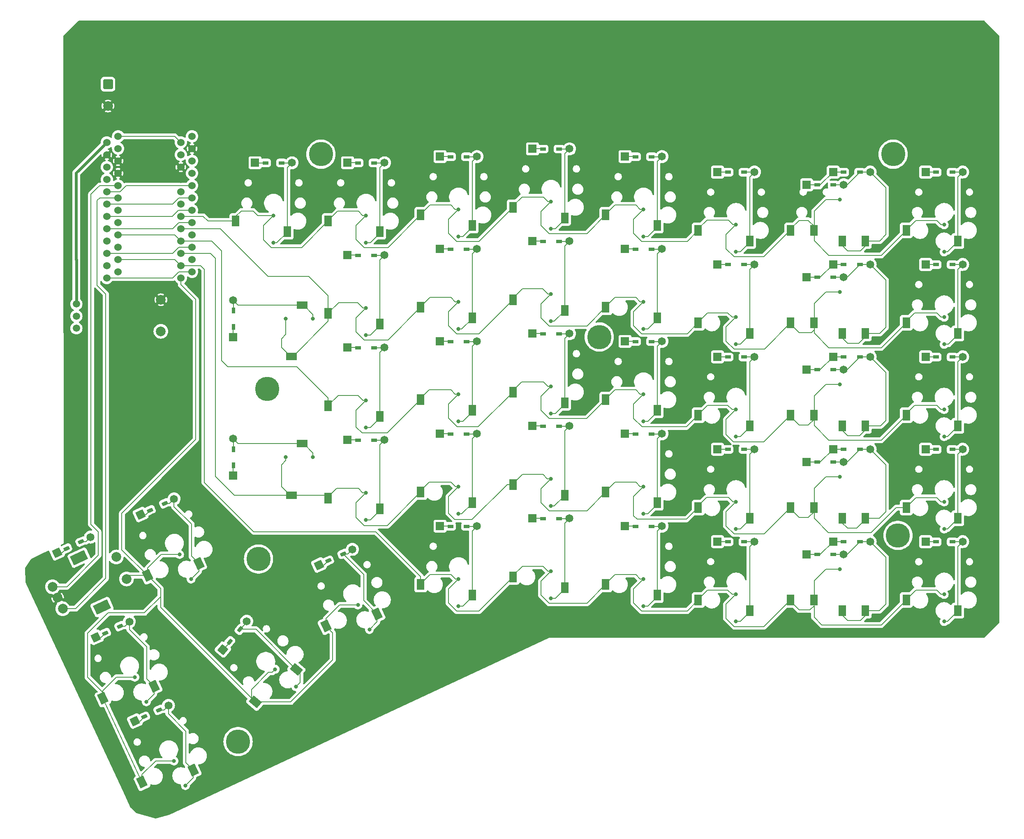
<source format=gbl>
%TF.GenerationSoftware,KiCad,Pcbnew,8.0.3*%
%TF.CreationDate,2024-08-06T23:13:00+08:00*%
%TF.ProjectId,ErgoDOX,4572676f-444f-4582-9e6b-696361645f70,rev?*%
%TF.SameCoordinates,Original*%
%TF.FileFunction,Copper,L2,Bot*%
%TF.FilePolarity,Positive*%
%FSLAX46Y46*%
G04 Gerber Fmt 4.6, Leading zero omitted, Abs format (unit mm)*
G04 Created by KiCad (PCBNEW 8.0.3) date 2024-08-06 23:13:00*
%MOMM*%
%LPD*%
G01*
G04 APERTURE LIST*
G04 Aperture macros list*
%AMRoundRect*
0 Rectangle with rounded corners*
0 $1 Rounding radius*
0 $2 $3 $4 $5 $6 $7 $8 $9 X,Y pos of 4 corners*
0 Add a 4 corners polygon primitive as box body*
4,1,4,$2,$3,$4,$5,$6,$7,$8,$9,$2,$3,0*
0 Add four circle primitives for the rounded corners*
1,1,$1+$1,$2,$3*
1,1,$1+$1,$4,$5*
1,1,$1+$1,$6,$7*
1,1,$1+$1,$8,$9*
0 Add four rect primitives between the rounded corners*
20,1,$1+$1,$2,$3,$4,$5,0*
20,1,$1+$1,$4,$5,$6,$7,0*
20,1,$1+$1,$6,$7,$8,$9,0*
20,1,$1+$1,$8,$9,$2,$3,0*%
%AMRotRect*
0 Rectangle, with rotation*
0 The origin of the aperture is its center*
0 $1 length*
0 $2 width*
0 $3 Rotation angle, in degrees counterclockwise*
0 Add horizontal line*
21,1,$1,$2,0,0,$3*%
G04 Aperture macros list end*
%TA.AperFunction,SMDPad,CuDef*%
%ADD10R,1.600000X2.200000*%
%TD*%
%TA.AperFunction,ComponentPad*%
%ADD11C,0.800000*%
%TD*%
%TA.AperFunction,ComponentPad*%
%ADD12C,1.651000*%
%TD*%
%TA.AperFunction,SMDPad,CuDef*%
%ADD13RoundRect,0.051100X0.553900X0.313900X-0.553900X0.313900X-0.553900X-0.313900X0.553900X-0.313900X0*%
%TD*%
%TA.AperFunction,ComponentPad*%
%ADD14R,1.651000X1.651000*%
%TD*%
%TA.AperFunction,SMDPad,CuDef*%
%ADD15R,2.200000X1.600000*%
%TD*%
%TA.AperFunction,SMDPad,CuDef*%
%ADD16RoundRect,0.051100X-0.313900X0.553900X-0.313900X-0.553900X0.313900X-0.553900X0.313900X0.553900X0*%
%TD*%
%TA.AperFunction,SMDPad,CuDef*%
%ADD17RotRect,1.600000X2.200000X205.000000*%
%TD*%
%TA.AperFunction,SMDPad,CuDef*%
%ADD18RoundRect,0.051100X0.369344X0.518578X-0.634664X0.050402X-0.369344X-0.518578X0.634664X-0.050402X0*%
%TD*%
%TA.AperFunction,ComponentPad*%
%ADD19RotRect,1.651000X1.651000X205.000000*%
%TD*%
%TA.AperFunction,SMDPad,CuDef*%
%ADD20RotRect,1.600000X2.200000X230.000000*%
%TD*%
%TA.AperFunction,SMDPad,CuDef*%
%ADD21RoundRect,0.051100X0.115579X0.626083X-0.596501X-0.222541X-0.115579X-0.626083X0.596501X0.222541X0*%
%TD*%
%TA.AperFunction,ComponentPad*%
%ADD22RotRect,1.651000X1.651000X230.000000*%
%TD*%
%TA.AperFunction,ComponentPad*%
%ADD23C,2.000000*%
%TD*%
%TA.AperFunction,ComponentPad*%
%ADD24RotRect,3.200000X2.000000X25.000000*%
%TD*%
%TA.AperFunction,ComponentPad*%
%ADD25C,5.000000*%
%TD*%
%TA.AperFunction,ComponentPad*%
%ADD26C,1.524000*%
%TD*%
%TA.AperFunction,ComponentPad*%
%ADD27RoundRect,0.250000X-0.750000X0.750000X-0.750000X-0.750000X0.750000X-0.750000X0.750000X0.750000X0*%
%TD*%
%TA.AperFunction,ComponentPad*%
%ADD28C,1.500000*%
%TD*%
%TA.AperFunction,ViaPad*%
%ADD29C,0.609600*%
%TD*%
%TA.AperFunction,Conductor*%
%ADD30C,0.203200*%
%TD*%
%TA.AperFunction,Conductor*%
%ADD31C,0.609600*%
%TD*%
G04 APERTURE END LIST*
D10*
%TO.P,SW1:13,1,1*%
%TO.N,/ROW1*%
X178890500Y-146902660D03*
X183652500Y-146902660D03*
D11*
X188982500Y-140532660D03*
D10*
%TO.P,SW1:13,2,2*%
%TO.N,Net-(SW1:13-Pad2)*%
X194252500Y-149102660D03*
D11*
X189152500Y-149152660D03*
D10*
X189490500Y-149102660D03*
D12*
%TO.P,SW1:13,3,A*%
X189812500Y-137502660D03*
D13*
X193132500Y-134908660D03*
X187682500Y-137539860D03*
D12*
X195262500Y-134871460D03*
D14*
%TO.P,SW1:13,4,K*%
%TO.N,/COL0*%
X182192500Y-137502660D03*
D13*
X184322500Y-137539860D03*
D14*
X187642500Y-134871460D03*
D13*
X189772500Y-134908660D03*
%TD*%
D10*
%TO.P,SW1:10,1,1*%
%TO.N,/ROW1*%
X121740000Y-142130000D03*
D11*
X129540000Y-140970000D03*
%TO.P,SW1:10,2,2*%
%TO.N,Net-(SW1:10-Pad2)*%
X129540000Y-146558000D03*
D10*
X132340000Y-144330000D03*
D13*
%TO.P,SW1:10,3,A*%
X131220000Y-130136000D03*
D12*
X133350000Y-130098800D03*
D14*
%TO.P,SW1:10,4,K*%
%TO.N,/COL10*%
X125730000Y-130098800D03*
D13*
X127860000Y-130136000D03*
%TD*%
D11*
%TO.P,SW1:9,1,1*%
%TO.N,/ROW1*%
X110490000Y-142567660D03*
D10*
X102690000Y-143727660D03*
%TO.P,SW1:9,2,2*%
%TO.N,Net-(SW1:9-Pad2)*%
X113290000Y-145927660D03*
D11*
X110490000Y-148155660D03*
D12*
%TO.P,SW1:9,3,A*%
X114300000Y-131696460D03*
D13*
X112170000Y-131733660D03*
D14*
%TO.P,SW1:9,4,K*%
%TO.N,/COL4*%
X106680000Y-131696460D03*
D13*
X108810000Y-131733660D03*
%TD*%
D10*
%TO.P,SW2:13,1,1*%
%TO.N,/ROW2*%
X183652500Y-127852660D03*
X178890500Y-127852660D03*
D11*
X188982500Y-121482660D03*
D10*
%TO.P,SW2:13,2,2*%
%TO.N,Net-(SW2:13-Pad2)*%
X189490500Y-130052660D03*
D11*
X189152500Y-130102660D03*
D10*
X194252500Y-130052660D03*
D13*
%TO.P,SW2:13,3,A*%
X193132500Y-115858660D03*
D12*
X195262500Y-115821460D03*
X189812500Y-118452660D03*
D13*
X187682500Y-118489860D03*
%TO.P,SW2:13,4,K*%
%TO.N,/COL0*%
X184322500Y-118489860D03*
D14*
X182192500Y-118452660D03*
D13*
X189772500Y-115858660D03*
D14*
X187642500Y-115821460D03*
%TD*%
D11*
%TO.P,SW2:10,1,1*%
%TO.N,/ROW2*%
X129540000Y-121920000D03*
D10*
X121740000Y-123080000D03*
D11*
%TO.P,SW2:10,2,2*%
%TO.N,Net-(SW2:10-Pad2)*%
X129540000Y-127508000D03*
D10*
X132340000Y-125280000D03*
D12*
%TO.P,SW2:10,3,A*%
X133350000Y-111048800D03*
D13*
X131220000Y-111086000D03*
%TO.P,SW2:10,4,K*%
%TO.N,/COL10*%
X127860000Y-111086000D03*
D14*
X125730000Y-111048800D03*
%TD*%
D11*
%TO.P,SW2:9,1,1*%
%TO.N,/ROW2*%
X110490000Y-123517660D03*
D10*
X102690000Y-124677660D03*
%TO.P,SW2:9,2,2*%
%TO.N,Net-(SW2:9-Pad2)*%
X113290000Y-126877660D03*
D11*
X110490000Y-129105660D03*
D13*
%TO.P,SW2:9,3,A*%
X112170000Y-112683660D03*
D12*
X114300000Y-112646460D03*
D13*
%TO.P,SW2:9,4,K*%
%TO.N,/COL4*%
X108810000Y-112683660D03*
D14*
X106680000Y-112646460D03*
%TD*%
D11*
%TO.P,SW2:7,1,1*%
%TO.N,/ROW2*%
X74930000Y-117485160D03*
D15*
X76090000Y-125285160D03*
%TO.P,SW2:7,2,2*%
%TO.N,Net-(SW2:7-Pad2)*%
X78290000Y-114685160D03*
D11*
X80518000Y-117485160D03*
D12*
%TO.P,SW2:7,3,A*%
X64058800Y-113675160D03*
D16*
X64096000Y-115805160D03*
D14*
%TO.P,SW2:7,4,K*%
%TO.N,/COL6*%
X64058800Y-121295160D03*
D16*
X64096000Y-119165160D03*
%TD*%
D10*
%TO.P,SW3:13,1,1*%
%TO.N,/ROW3*%
X183652500Y-108802660D03*
X178890500Y-108802660D03*
D11*
X188982500Y-102432660D03*
%TO.P,SW3:13,2,2*%
%TO.N,Net-(SW3:13-Pad2)*%
X189152500Y-111052660D03*
D10*
X189490500Y-111002660D03*
X194252500Y-111002660D03*
D13*
%TO.P,SW3:13,3,A*%
X193132500Y-96808660D03*
D12*
X195262500Y-96771460D03*
D13*
X187682500Y-99439860D03*
D12*
X189812500Y-99402660D03*
D13*
%TO.P,SW3:13,4,K*%
%TO.N,/COL0*%
X189772500Y-96808660D03*
D14*
X187642500Y-96771460D03*
D13*
X184322500Y-99439860D03*
D14*
X182192500Y-99402660D03*
%TD*%
D10*
%TO.P,SW3:11,1,1*%
%TO.N,/ROW3*%
X140790000Y-105627660D03*
D11*
X148590000Y-104467660D03*
%TO.P,SW3:11,2,2*%
%TO.N,Net-(SW3:11-Pad2)*%
X148590000Y-110055660D03*
D10*
X151390000Y-107827660D03*
D13*
%TO.P,SW3:11,3,A*%
X150270000Y-93633660D03*
D12*
X152400000Y-93596460D03*
D13*
%TO.P,SW3:11,4,K*%
%TO.N,/COL11*%
X146910000Y-93633660D03*
D14*
X144780000Y-93596460D03*
%TD*%
D11*
%TO.P,SW3:10,1,1*%
%TO.N,/ROW3*%
X129540000Y-102870000D03*
D10*
X121740000Y-104030000D03*
%TO.P,SW3:10,2,2*%
%TO.N,Net-(SW3:10-Pad2)*%
X132340000Y-106230000D03*
D11*
X129540000Y-108458000D03*
D13*
%TO.P,SW3:10,3,A*%
X131220000Y-92036000D03*
D12*
X133350000Y-91998800D03*
D14*
%TO.P,SW3:10,4,K*%
%TO.N,/COL10*%
X125730000Y-91998800D03*
D13*
X127860000Y-92036000D03*
%TD*%
D11*
%TO.P,SW3:9,1,1*%
%TO.N,/ROW3*%
X110490000Y-104467660D03*
D10*
X102690000Y-105627660D03*
D11*
%TO.P,SW3:9,2,2*%
%TO.N,Net-(SW3:9-Pad2)*%
X110490000Y-110055660D03*
D10*
X113290000Y-107827660D03*
D12*
%TO.P,SW3:9,3,A*%
X114300000Y-93596460D03*
D13*
X112170000Y-93633660D03*
%TO.P,SW3:9,4,K*%
%TO.N,/COL4*%
X108810000Y-93633660D03*
D14*
X106680000Y-93596460D03*
%TD*%
D10*
%TO.P,SW3:8,1,1*%
%TO.N,/ROW3*%
X83640000Y-106897660D03*
D11*
X91440000Y-105737660D03*
D10*
%TO.P,SW3:8,2,2*%
%TO.N,Net-(SW3:8-Pad2)*%
X94240000Y-109097660D03*
D11*
X91440000Y-111325660D03*
D12*
%TO.P,SW3:8,3,A*%
X95250000Y-94866460D03*
D13*
X93120000Y-94903660D03*
%TO.P,SW3:8,4,K*%
%TO.N,/COL5*%
X89760000Y-94903660D03*
D14*
X87630000Y-94866460D03*
%TD*%
D11*
%TO.P,SW4:13,1,1*%
%TO.N,/ROW4*%
X188982500Y-83382660D03*
D10*
X183652500Y-89752660D03*
X178890500Y-89752660D03*
%TO.P,SW4:13,2,2*%
%TO.N,Net-(SW4:13-Pad2)*%
X194252500Y-91952660D03*
X189490500Y-91952660D03*
D11*
X189152500Y-92002660D03*
D12*
%TO.P,SW4:13,3,A*%
X189812500Y-80352660D03*
X195262500Y-77721460D03*
D13*
X187682500Y-80389860D03*
X193132500Y-77758660D03*
D14*
%TO.P,SW4:13,4,K*%
%TO.N,/COL0*%
X187642500Y-77721460D03*
X182192500Y-80352660D03*
D13*
X184322500Y-80389860D03*
X189772500Y-77758660D03*
%TD*%
D10*
%TO.P,SW4:12,1,1*%
%TO.N,/ROW4*%
X159840000Y-89752660D03*
D11*
X167640000Y-88592660D03*
D10*
%TO.P,SW4:12,2,2*%
%TO.N,Net-(SW4:12-Pad2)*%
X170440000Y-91952660D03*
D11*
X167640000Y-94180660D03*
D13*
%TO.P,SW4:12,3,A*%
X169320000Y-77758660D03*
D12*
X171450000Y-77721460D03*
D14*
%TO.P,SW4:12,4,K*%
%TO.N,/COL1*%
X163830000Y-77721460D03*
D13*
X165960000Y-77758660D03*
%TD*%
D10*
%TO.P,SW4:11,1,1*%
%TO.N,/ROW4*%
X140790000Y-86577660D03*
D11*
X148590000Y-85417660D03*
%TO.P,SW4:11,2,2*%
%TO.N,Net-(SW4:11-Pad2)*%
X148590000Y-91005660D03*
D10*
X151390000Y-88777660D03*
D13*
%TO.P,SW4:11,3,A*%
X150270000Y-74583660D03*
D12*
X152400000Y-74546460D03*
D14*
%TO.P,SW4:11,4,K*%
%TO.N,/COL11*%
X144780000Y-74546460D03*
D13*
X146910000Y-74583660D03*
%TD*%
D11*
%TO.P,SW4:10,1,1*%
%TO.N,/ROW4*%
X129540000Y-83820000D03*
D10*
X121740000Y-84980000D03*
D11*
%TO.P,SW4:10,2,2*%
%TO.N,Net-(SW4:10-Pad2)*%
X129540000Y-89408000D03*
D10*
X132340000Y-87180000D03*
D13*
%TO.P,SW4:10,3,A*%
X131220000Y-72986000D03*
D12*
X133350000Y-72948800D03*
D13*
%TO.P,SW4:10,4,K*%
%TO.N,/COL10*%
X127860000Y-72986000D03*
D14*
X125730000Y-72948800D03*
%TD*%
D11*
%TO.P,SW4:9,1,1*%
%TO.N,/ROW4*%
X110490000Y-85417660D03*
D10*
X102690000Y-86577660D03*
D11*
%TO.P,SW4:9,2,2*%
%TO.N,Net-(SW4:9-Pad2)*%
X110490000Y-91005660D03*
D10*
X113290000Y-88777660D03*
D13*
%TO.P,SW4:9,3,A*%
X112170000Y-74583660D03*
D12*
X114300000Y-74546460D03*
D13*
%TO.P,SW4:9,4,K*%
%TO.N,/COL4*%
X108810000Y-74583660D03*
D14*
X106680000Y-74546460D03*
%TD*%
D10*
%TO.P,SW4:8,1,1*%
%TO.N,/ROW4*%
X83640000Y-87847660D03*
D11*
X91440000Y-86687660D03*
%TO.P,SW4:8,2,2*%
%TO.N,Net-(SW4:8-Pad2)*%
X91440000Y-92275660D03*
D10*
X94240000Y-90047660D03*
D13*
%TO.P,SW4:8,3,A*%
X93120000Y-75853660D03*
D12*
X95250000Y-75816460D03*
D13*
%TO.P,SW4:8,4,K*%
%TO.N,/COL5*%
X89760000Y-75853660D03*
D14*
X87630000Y-75816460D03*
%TD*%
D11*
%TO.P,SW4:7,1,1*%
%TO.N,/ROW4*%
X74930000Y-88910160D03*
D15*
X76090000Y-96710160D03*
D11*
%TO.P,SW4:7,2,2*%
%TO.N,Net-(SW4:7-Pad2)*%
X80518000Y-88910160D03*
D15*
X78290000Y-86110160D03*
D12*
%TO.P,SW4:7,3,A*%
X64058800Y-85100160D03*
D16*
X64096000Y-87230160D03*
%TO.P,SW4:7,4,K*%
%TO.N,/COL6*%
X64096000Y-90590160D03*
D14*
X64058800Y-92720160D03*
%TD*%
D17*
%TO.P,SW0:10,1,1*%
%TO.N,/ROW0*%
X83185487Y-152277761D03*
D11*
X89764450Y-147930022D03*
D17*
%TO.P,SW0:10,2,2*%
%TO.N,Net-(SW0:10-Pad2)*%
X93722110Y-149791885D03*
D11*
X92126041Y-152994470D03*
D18*
%TO.P,SW0:10,3,A*%
X86708401Y-137401085D03*
D12*
X88623115Y-136467193D03*
D19*
%TO.P,SW0:10,4,K*%
%TO.N,/COL10*%
X81717050Y-139687544D03*
D18*
X83663207Y-138821082D03*
%TD*%
D17*
%TO.P,SW0:12,1,1*%
%TO.N,/ROW0*%
X45294487Y-184449761D03*
D11*
X51873450Y-180102022D03*
%TO.P,SW0:12,2,2*%
%TO.N,Net-(SW0:12-Pad2)*%
X54235041Y-185166470D03*
D17*
X55831110Y-181963885D03*
D18*
%TO.P,SW0:12,3,A*%
X48817401Y-169573085D03*
D12*
X50732115Y-168639193D03*
D19*
%TO.P,SW0:12,4,K*%
%TO.N,/COL1*%
X43826050Y-171859544D03*
D18*
X45772207Y-170993082D03*
%TD*%
D20*
%TO.P,SW0:11,1,1*%
%TO.N,/ROW0*%
X68600621Y-167918461D03*
D11*
X72725753Y-161197681D03*
D20*
%TO.P,SW0:11,2,2*%
%TO.N,Net-(SW0:11-Pad2)*%
X77099468Y-161212522D03*
D11*
X77006409Y-164789578D03*
D12*
%TO.P,SW0:11,3,A*%
X66846951Y-151291179D03*
D21*
X65506311Y-152946765D03*
D22*
%TO.P,SW0:11,4,K*%
%TO.N,/COL11*%
X61948910Y-157128437D03*
D21*
X63346544Y-155520674D03*
%TD*%
D11*
%TO.P,SW0:9,1,1*%
%TO.N,/ROW0*%
X43821650Y-162835102D03*
D17*
X37242687Y-167182841D03*
%TO.P,SW0:9,2,2*%
%TO.N,Net-(SW0:9-Pad2)*%
X47779310Y-164696965D03*
D11*
X46183241Y-167899550D03*
D18*
%TO.P,SW0:9,3,A*%
X40765601Y-152306165D03*
D12*
X42680315Y-151372273D03*
D18*
%TO.P,SW0:9,4,K*%
%TO.N,/COL4*%
X37720407Y-153726162D03*
D19*
X35774250Y-154592624D03*
%TD*%
D23*
%TO.P,SW0:7,A*%
%TO.N,ENCA*%
X26845086Y-144172567D03*
%TO.P,SW0:7,B*%
%TO.N,ENCB*%
X28958177Y-148704106D03*
%TO.P,SW0:7,C*%
%TO.N,GND*%
X27901632Y-146438337D03*
D24*
%TO.P,SW0:7,MP*%
%TO.N,N/C*%
X32332278Y-138193376D03*
X37065602Y-148344024D03*
D23*
%TO.P,SW0:7,S1*%
%TO.N,/ROW0*%
X42099640Y-142576142D03*
%TO.P,SW0:7,S2*%
%TO.N,Net-(SW0:7-Pad2)*%
X39986549Y-138044603D03*
%TD*%
D10*
%TO.P,SW1:11,1,1*%
%TO.N,/ROW1*%
X140790000Y-143727660D03*
D11*
X148590000Y-142567660D03*
D10*
%TO.P,SW1:11,2,2*%
%TO.N,Net-(SW1:11-Pad2)*%
X151390000Y-145927660D03*
D11*
X148590000Y-148155660D03*
D12*
%TO.P,SW1:11,3,A*%
X152400000Y-131696460D03*
D13*
X150270000Y-131733660D03*
D14*
%TO.P,SW1:11,4,K*%
%TO.N,/COL11*%
X144780000Y-131696460D03*
D13*
X146910000Y-131733660D03*
%TD*%
D17*
%TO.P,SW0:8,1,1*%
%TO.N,/ROW0*%
X46457807Y-141869201D03*
D11*
X53036770Y-137521462D03*
D17*
%TO.P,SW0:8,2,2*%
%TO.N,Net-(SW0:8-Pad2)*%
X56994430Y-139383325D03*
D11*
X55398361Y-142585910D03*
D18*
%TO.P,SW0:8,3,A*%
X49980721Y-126992525D03*
D12*
X51895435Y-126058633D03*
D18*
%TO.P,SW0:8,4,K*%
%TO.N,/COL5*%
X46935527Y-128412522D03*
D19*
X44989370Y-129278984D03*
%TD*%
D10*
%TO.P,SW5:13,1,1*%
%TO.N,/ROW5*%
X183652500Y-70705200D03*
D11*
X188982500Y-64335200D03*
D10*
X178890500Y-70705200D03*
%TO.P,SW5:13,2,2*%
%TO.N,Net-(SW5:13-Pad2)*%
X194252500Y-72905200D03*
D11*
X189152500Y-72955200D03*
D10*
X189490500Y-72905200D03*
D12*
%TO.P,SW5:13,3,A*%
X195262500Y-58674000D03*
X189812500Y-61305200D03*
D13*
X193132500Y-58711200D03*
X187682500Y-61342400D03*
%TO.P,SW5:13,4,K*%
%TO.N,/COL0*%
X184322500Y-61342400D03*
D14*
X187642500Y-58674000D03*
X182192500Y-61305200D03*
D13*
X189772500Y-58711200D03*
%TD*%
D11*
%TO.P,SW5:9,1,1*%
%TO.N,/ROW5*%
X110490000Y-66367660D03*
D10*
X102690000Y-67527660D03*
D11*
%TO.P,SW5:9,2,2*%
%TO.N,Net-(SW5:9-Pad2)*%
X110490000Y-71955660D03*
D10*
X113290000Y-69727660D03*
D13*
%TO.P,SW5:9,3,A*%
X112170000Y-55533660D03*
D12*
X114300000Y-55496460D03*
D13*
%TO.P,SW5:9,4,K*%
%TO.N,/COL4*%
X108810000Y-55533660D03*
D14*
X106680000Y-55496460D03*
%TD*%
D11*
%TO.P,SW5:10,1,1*%
%TO.N,/ROW5*%
X129540000Y-64770000D03*
D10*
X121740000Y-65930000D03*
%TO.P,SW5:10,2,2*%
%TO.N,Net-(SW5:10-Pad2)*%
X132340000Y-68130000D03*
D11*
X129540000Y-70358000D03*
D12*
%TO.P,SW5:10,3,A*%
X133350000Y-53898800D03*
D13*
X131220000Y-53936000D03*
D14*
%TO.P,SW5:10,4,K*%
%TO.N,/COL10*%
X125730000Y-53898800D03*
D13*
X127860000Y-53936000D03*
%TD*%
D11*
%TO.P,SW5:11,1,1*%
%TO.N,/ROW5*%
X148590000Y-66367660D03*
D10*
X140790000Y-67527660D03*
D11*
%TO.P,SW5:11,2,2*%
%TO.N,Net-(SW5:11-Pad2)*%
X148590000Y-71955660D03*
D10*
X151390000Y-69727660D03*
D13*
%TO.P,SW5:11,3,A*%
X150270000Y-55533660D03*
D12*
X152400000Y-55496460D03*
D13*
%TO.P,SW5:11,4,K*%
%TO.N,/COL11*%
X146910000Y-55533660D03*
D14*
X144780000Y-55496460D03*
%TD*%
D10*
%TO.P,SW5:12,1,1*%
%TO.N,/ROW5*%
X159840000Y-70705200D03*
D11*
X167640000Y-69545200D03*
D10*
%TO.P,SW5:12,2,2*%
%TO.N,Net-(SW5:12-Pad2)*%
X170440000Y-72905200D03*
D11*
X167640000Y-75133200D03*
D12*
%TO.P,SW5:12,3,A*%
X171450000Y-58674000D03*
D13*
X169320000Y-58711200D03*
%TO.P,SW5:12,4,K*%
%TO.N,/COL1*%
X165960000Y-58711200D03*
D14*
X163830000Y-58674000D03*
%TD*%
D10*
%TO.P,SW5:8,1,1*%
%TO.N,/ROW5*%
X83640000Y-68800200D03*
D11*
X91440000Y-67640200D03*
D10*
%TO.P,SW5:8,2,2*%
%TO.N,Net-(SW5:8-Pad2)*%
X94240000Y-71000200D03*
D11*
X91440000Y-73228200D03*
D12*
%TO.P,SW5:8,3,A*%
X95250000Y-56769000D03*
D13*
X93120000Y-56806200D03*
D14*
%TO.P,SW5:8,4,K*%
%TO.N,/COL5*%
X87630000Y-56769000D03*
D13*
X89760000Y-56806200D03*
%TD*%
D10*
%TO.P,SW5:7,1,1*%
%TO.N,/ROW5*%
X64590000Y-68800200D03*
D11*
X72390000Y-67640200D03*
D10*
%TO.P,SW5:7,2,2*%
%TO.N,Net-(SW5:7-Pad2)*%
X75190000Y-71000200D03*
D11*
X72390000Y-73228200D03*
D12*
%TO.P,SW5:7,3,A*%
X76200000Y-56769000D03*
D13*
X74070000Y-56806200D03*
%TO.P,SW5:7,4,K*%
%TO.N,/COL6*%
X70710000Y-56806200D03*
D14*
X68580000Y-56769000D03*
%TD*%
D11*
%TO.P,SW2:11,1,1*%
%TO.N,/ROW2*%
X148590000Y-123517660D03*
D10*
X140790000Y-124677660D03*
%TO.P,SW2:11,2,2*%
%TO.N,Net-(SW2:11-Pad2)*%
X151390000Y-126877660D03*
D11*
X148590000Y-129105660D03*
D13*
%TO.P,SW2:11,3,A*%
X150270000Y-112683660D03*
D12*
X152400000Y-112646460D03*
D14*
%TO.P,SW2:11,4,K*%
%TO.N,/COL11*%
X144780000Y-112646460D03*
D13*
X146910000Y-112683660D03*
%TD*%
D11*
%TO.P,SW2:8,1,1*%
%TO.N,/ROW2*%
X91440000Y-124787660D03*
D10*
X83640000Y-125947660D03*
%TO.P,SW2:8,2,2*%
%TO.N,Net-(SW2:8-Pad2)*%
X94240000Y-128147660D03*
D11*
X91440000Y-130375660D03*
D12*
%TO.P,SW2:8,3,A*%
X95250000Y-113916460D03*
D13*
X93120000Y-113953660D03*
%TO.P,SW2:8,4,K*%
%TO.N,/COL5*%
X89760000Y-113953660D03*
D14*
X87630000Y-113916460D03*
%TD*%
D10*
%TO.P,SW3:12,1,1*%
%TO.N,/ROW3*%
X159840000Y-108802660D03*
D11*
X167640000Y-107642660D03*
D10*
%TO.P,SW3:12,2,2*%
%TO.N,Net-(SW3:12-Pad2)*%
X170440000Y-111002660D03*
D11*
X167640000Y-113230660D03*
D12*
%TO.P,SW3:12,3,A*%
X171450000Y-96771460D03*
D13*
X169320000Y-96808660D03*
D14*
%TO.P,SW3:12,4,K*%
%TO.N,/COL1*%
X163830000Y-96771460D03*
D13*
X165960000Y-96808660D03*
%TD*%
D11*
%TO.P,SW2:12,1,1*%
%TO.N,/ROW2*%
X167640000Y-126692660D03*
D10*
X159840000Y-127852660D03*
D11*
%TO.P,SW2:12,2,2*%
%TO.N,Net-(SW2:12-Pad2)*%
X167640000Y-132280660D03*
D10*
X170440000Y-130052660D03*
D13*
%TO.P,SW2:12,3,A*%
X169320000Y-115858660D03*
D12*
X171450000Y-115821460D03*
D14*
%TO.P,SW2:12,4,K*%
%TO.N,/COL1*%
X163830000Y-115821460D03*
D13*
X165960000Y-115858660D03*
%TD*%
D10*
%TO.P,SW1:12,1,1*%
%TO.N,/ROW1*%
X159840000Y-146902660D03*
D11*
X167640000Y-145742660D03*
D10*
%TO.P,SW1:12,2,2*%
%TO.N,Net-(SW1:12-Pad2)*%
X170440000Y-149102660D03*
D11*
X167640000Y-151330660D03*
D13*
%TO.P,SW1:12,3,A*%
X169320000Y-134908660D03*
D12*
X171450000Y-134871460D03*
D14*
%TO.P,SW1:12,4,K*%
%TO.N,/COL1*%
X163830000Y-134871460D03*
D13*
X165960000Y-134908660D03*
%TD*%
D11*
%TO.P,STITCHING_VIA,GND*%
%TO.N,GND*%
X101490000Y-129460000D03*
%TD*%
%TO.P,STITCHING_VIA,GND*%
%TO.N,GND*%
X59870000Y-171840000D03*
%TD*%
%TO.P,STITCHING_VIA,GND*%
%TO.N,GND*%
X156972000Y-132510000D03*
%TD*%
%TO.P,STITCHING_VIA,GND*%
%TO.N,GND*%
X98806000Y-59944000D03*
%TD*%
D25*
%TO.P,,*%
%TO.N,*%
X139471400Y-92684600D03*
%TD*%
D26*
%TO.P,U1,1*%
%TO.N,NET-(U3-PAD1)*%
X40372900Y-51297000D03*
X53286500Y-52567000D03*
%TO.P,U1,2*%
%TO.N,NET-(U3-PAD2)*%
X40372900Y-53837000D03*
X53286500Y-55107000D03*
%TO.P,U1,3*%
%TO.N,GND*%
X53286500Y-57647000D03*
X40372900Y-56377000D03*
%TO.P,U1,4*%
X40372900Y-58917000D03*
X53286500Y-60187000D03*
%TO.P,U1,5*%
%TO.N,ENCA*%
X40372900Y-61457000D03*
X53286500Y-62727000D03*
%TO.P,U1,6*%
%TO.N,ENCB*%
X40372900Y-63997000D03*
X53286500Y-65267000D03*
%TO.P,U1,7*%
%TO.N,/ROW5*%
X40372900Y-66537000D03*
X53286500Y-67807000D03*
%TO.P,U1,8*%
%TO.N,/ROW4*%
X40372900Y-69077000D03*
X53286500Y-70347000D03*
%TO.P,U1,9*%
%TO.N,/ROW3*%
X53286500Y-72887000D03*
X40372900Y-71617000D03*
%TO.P,U1,10*%
%TO.N,/ROW2*%
X53286500Y-75427000D03*
X40372900Y-74157000D03*
%TO.P,U1,11*%
%TO.N,/ROW1*%
X40372900Y-76697000D03*
X53286500Y-77967000D03*
%TO.P,U1,12*%
%TO.N,/ROW0*%
X53286500Y-80507000D03*
X40372900Y-79237000D03*
%TO.P,U1,13*%
%TO.N,/COL6*%
X38046500Y-80507000D03*
X55592900Y-79237000D03*
%TO.P,U1,14*%
%TO.N,/COL5*%
X55592900Y-76697000D03*
X38046500Y-77967000D03*
%TO.P,U1,15*%
%TO.N,/COL4*%
X38046500Y-75427000D03*
X55592900Y-74157000D03*
%TO.P,U1,16*%
%TO.N,/COL10*%
X55592900Y-71617000D03*
X38046500Y-72887000D03*
%TO.P,U1,17*%
%TO.N,/COL11*%
X55592900Y-69077000D03*
X38046500Y-70347000D03*
%TO.P,U1,18*%
%TO.N,/COL1*%
X55592900Y-66537000D03*
X38046500Y-67807000D03*
%TO.P,U1,19*%
%TO.N,/COL0*%
X55592900Y-63997000D03*
X38046500Y-65267000D03*
%TO.P,U1,20*%
%TO.N,/COL7*%
X55592900Y-61457000D03*
X38046500Y-62727000D03*
%TO.P,U1,21*%
%TO.N,VCC*%
X38046500Y-60187000D03*
X55592900Y-58917000D03*
%TO.P,U1,22*%
%TO.N,/RST*%
X38046500Y-57647000D03*
X55592900Y-56377000D03*
%TO.P,U1,23*%
%TO.N,GND*%
X55592900Y-53837000D03*
X38046500Y-55107000D03*
%TO.P,U1,24*%
%TO.N,+BATT*%
X38046500Y-52567000D03*
X55592900Y-51297000D03*
%TD*%
D19*
%TO.P,,4,K*%
%TO.N,/COL6*%
X27774649Y-137160459D03*
%TD*%
D10*
%TO.P,SW11,1*%
%TO.N,/ROW2*%
X202702400Y-127850850D03*
D11*
X210502400Y-126690850D03*
D10*
%TO.P,SW11,2*%
%TO.N,4-pad2*%
X213302400Y-130050850D03*
D11*
X210502400Y-132278850D03*
D13*
%TO.P,SW11,3*%
X212182400Y-115856850D03*
D12*
X214312400Y-115819650D03*
D13*
%TO.P,SW11,4*%
%TO.N,/COL7*%
X208822400Y-115856850D03*
D14*
X206692400Y-115819650D03*
%TD*%
D25*
%TO.P,,*%
%TO.N,*%
X65074800Y-176098200D03*
%TD*%
D18*
%TO.P,,4,K*%
%TO.N,/COL6*%
X29720806Y-136293997D03*
%TD*%
D11*
%TO.P,SW11,1*%
%TO.N,/ROW4*%
X210502400Y-88595200D03*
D10*
X202702400Y-89755200D03*
%TO.P,SW11,2*%
%TO.N,2-pad2*%
X213302400Y-91955200D03*
D11*
X210502400Y-94183200D03*
D13*
%TO.P,SW11,3*%
X212182400Y-77761200D03*
D12*
X214312400Y-77724000D03*
D13*
%TO.P,SW11,4*%
%TO.N,/COL7*%
X208822400Y-77761200D03*
D14*
X206692400Y-77724000D03*
%TD*%
D25*
%TO.P,,*%
%TO.N,*%
X82150000Y-55000000D03*
%TD*%
D27*
%TO.P,BATTERY,1*%
%TO.N,NET-(BSW1-PAD2)*%
X38280000Y-40570000D03*
D23*
%TO.P,BATTERY,2*%
%TO.N,GND*%
X38280000Y-45070000D03*
%TD*%
D25*
%TO.P,,*%
%TO.N,*%
X71110000Y-103420000D03*
%TD*%
%TO.P,,*%
%TO.N,*%
X200990000Y-133590000D03*
%TD*%
D18*
%TO.P,,3,A*%
%TO.N,Net-(SW0:7-Pad2)*%
X32766000Y-134874000D03*
%TD*%
D11*
%TO.P,SW11,1*%
%TO.N,/ROW5*%
X210502400Y-69545200D03*
D10*
X202702400Y-70705200D03*
D11*
%TO.P,SW11,2*%
%TO.N,1-pad2*%
X210502400Y-75133200D03*
D10*
X213302400Y-72905200D03*
D13*
%TO.P,SW11,3*%
X212182400Y-58711200D03*
D12*
X214312400Y-58674000D03*
D13*
%TO.P,SW11,4*%
%TO.N,/COL7*%
X208822400Y-58711200D03*
D14*
X206692400Y-58674000D03*
%TD*%
D11*
%TO.P,SW11,1*%
%TO.N,/ROW1*%
X210502400Y-145750850D03*
D10*
X202702400Y-146910850D03*
D11*
%TO.P,SW11,2*%
%TO.N,5-pad2*%
X210502400Y-151338850D03*
D10*
X213302400Y-149110850D03*
D13*
%TO.P,SW11,3*%
X212182400Y-134916850D03*
D12*
X214312400Y-134879650D03*
D13*
%TO.P,SW11,4*%
%TO.N,/COL7*%
X208822400Y-134916850D03*
D14*
X206692400Y-134879650D03*
%TD*%
D12*
%TO.P,,3,A*%
%TO.N,Net-(SW0:7-Pad2)*%
X34680714Y-133940108D03*
%TD*%
D28*
%TO.P,BSW1,1*%
%TO.N,N/C*%
X31762000Y-90897000D03*
%TO.P,BSW1,2*%
%TO.N,NET-(BSW1-PAD2)*%
X31762000Y-88397000D03*
%TO.P,BSW1,3*%
%TO.N,+BATT*%
X31762000Y-85897000D03*
%TD*%
D11*
%TO.P,SW11,1*%
%TO.N,/ROW3*%
X210502400Y-107640850D03*
D10*
X202702400Y-108800850D03*
D11*
%TO.P,SW11,2*%
%TO.N,3-pad2*%
X210502400Y-113228850D03*
D10*
X213302400Y-111000850D03*
D12*
%TO.P,SW11,3*%
X214312400Y-96769650D03*
D13*
X212182400Y-96806850D03*
D14*
%TO.P,SW11,4*%
%TO.N,/COL7*%
X206692400Y-96769650D03*
D13*
X208822400Y-96806850D03*
%TD*%
D25*
%TO.P,,*%
%TO.N,*%
X200000000Y-55000000D03*
%TD*%
D23*
%TO.P,RSW1,1*%
%TO.N,GND*%
X49174400Y-85015000D03*
%TO.P,RSW1,2*%
%TO.N,/RST*%
X49174400Y-91515000D03*
%TD*%
D25*
%TO.P,,*%
%TO.N,*%
X69290000Y-138460000D03*
%TD*%
D29*
%TO.N,GND*%
X173964600Y-54102000D03*
X156159200Y-53644800D03*
X160858200Y-94386400D03*
X182803800Y-53060600D03*
X156768800Y-112928400D03*
X156921200Y-98272600D03*
X146354800Y-95681800D03*
%TD*%
D30*
%TO.N,/COL0*%
X187642500Y-58674000D02*
X189735300Y-58674000D01*
X182192500Y-61305200D02*
X184285300Y-61305200D01*
X182192500Y-137502660D02*
X184285300Y-137502660D01*
X187642500Y-96771460D02*
X189735300Y-96771460D01*
X52868902Y-63997000D02*
X55592900Y-63997000D01*
X187642500Y-77721460D02*
X189735300Y-77721460D01*
X184322500Y-99439860D02*
X184974100Y-99439860D01*
X38046500Y-65267000D02*
X51598902Y-65267000D01*
X184974100Y-99439860D02*
X187642500Y-96771460D01*
X182192500Y-99402660D02*
X184285300Y-99402660D01*
X184974100Y-118489860D02*
X187642500Y-115821460D01*
X182192500Y-118452660D02*
X184285300Y-118452660D01*
X184974100Y-61342400D02*
X187642500Y-58674000D01*
X184322500Y-137539860D02*
X184974100Y-137539860D01*
X187642500Y-134871460D02*
X189735300Y-134871460D01*
X184322500Y-118489860D02*
X184974100Y-118489860D01*
X51598902Y-65267000D02*
X52868902Y-63997000D01*
X184974100Y-137539860D02*
X187642500Y-134871460D01*
X184322500Y-80389860D02*
X184974100Y-80389860D01*
X184974100Y-80389860D02*
X187642500Y-77721460D01*
X182192500Y-80352660D02*
X184285300Y-80352660D01*
X184322500Y-61342400D02*
X184974100Y-61342400D01*
X187642500Y-115821460D02*
X189735300Y-115821460D01*
%TO.N,/COL1*%
X163830000Y-58674000D02*
X165922800Y-58674000D01*
X44905745Y-171859544D02*
X45772207Y-170993082D01*
X51522200Y-67807000D02*
X52792200Y-66537000D01*
X163830000Y-115821460D02*
X165922800Y-115821460D01*
X43826050Y-171859544D02*
X44905745Y-171859544D01*
X52792200Y-66537000D02*
X55592900Y-66537000D01*
X163830000Y-96771460D02*
X165922800Y-96771460D01*
X163830000Y-77721460D02*
X165922800Y-77721460D01*
X163830000Y-134871460D02*
X165922800Y-134871460D01*
X38046500Y-67807000D02*
X51522200Y-67807000D01*
%TO.N,/COL10*%
X81717050Y-139687544D02*
X82796745Y-139687544D01*
X125730000Y-72948800D02*
X127822800Y-72948800D01*
X125730000Y-130098800D02*
X127822800Y-130098800D01*
X125730000Y-111048800D02*
X127822800Y-111048800D01*
X82796745Y-139687544D02*
X83663207Y-138821082D01*
X125730000Y-91998800D02*
X127822800Y-91998800D01*
X125730000Y-53898800D02*
X127822800Y-53898800D01*
%TO.N,/COL11*%
X38046500Y-70347000D02*
X51598902Y-70347000D01*
X144780000Y-131696460D02*
X146872800Y-131696460D01*
X63346544Y-155730803D02*
X61948910Y-157128437D01*
X144780000Y-74546460D02*
X146872800Y-74546460D01*
X63346544Y-155520674D02*
X63346544Y-155730803D01*
X52868902Y-69077000D02*
X55592900Y-69077000D01*
X144780000Y-55496460D02*
X146872800Y-55496460D01*
X144780000Y-93596460D02*
X146872800Y-93596460D01*
X51598902Y-70347000D02*
X52868902Y-69077000D01*
X144780000Y-112646460D02*
X146872800Y-112646460D01*
%TO.N,/COL4*%
X36853945Y-154592624D02*
X37720407Y-153726162D01*
X106680000Y-74546460D02*
X108772800Y-74546460D01*
X106680000Y-55496460D02*
X108772800Y-55496460D01*
X106680000Y-93596460D02*
X108772800Y-93596460D01*
X51598902Y-75427000D02*
X52868902Y-74157000D01*
X106680000Y-131696460D02*
X108772800Y-131696460D01*
X106680000Y-112646460D02*
X108772800Y-112646460D01*
X35774250Y-154592624D02*
X36853945Y-154592624D01*
X38046500Y-75427000D02*
X51598902Y-75427000D01*
X52868902Y-74157000D02*
X55592900Y-74157000D01*
%TO.N,/COL5*%
X44989370Y-129278984D02*
X46069065Y-129278984D01*
X46069065Y-129278984D02*
X46935527Y-128412522D01*
X87630000Y-113916460D02*
X89722800Y-113916460D01*
X87630000Y-94866460D02*
X89722800Y-94866460D01*
X87630000Y-56769000D02*
X89722800Y-56769000D01*
X87630000Y-75816460D02*
X89722800Y-75816460D01*
%TO.N,/COL6*%
X52868902Y-79237000D02*
X55592900Y-79237000D01*
X27774649Y-137160459D02*
X28854344Y-137160459D01*
X28854344Y-137160459D02*
X29720806Y-136293997D01*
X51598902Y-80507000D02*
X52868902Y-79237000D01*
X64058800Y-92720160D02*
X64058800Y-90627360D01*
X38046500Y-80507000D02*
X51598902Y-80507000D01*
X64058800Y-121295160D02*
X64058800Y-119202360D01*
X70710000Y-56806200D02*
X68617200Y-56806200D01*
%TO.N,/ROW0*%
X41148000Y-136559394D02*
X41148000Y-129032000D01*
X56388000Y-84975000D02*
X54286500Y-82873500D01*
X46457807Y-141869201D02*
X49114606Y-144526000D01*
X40046296Y-162835102D02*
X43821650Y-162835102D01*
X85989096Y-147930022D02*
X89764450Y-147930022D01*
X75921539Y-167918461D02*
X84582000Y-159258000D01*
X53286500Y-81873500D02*
X54286500Y-82873500D01*
X45294487Y-182905631D02*
X48098096Y-180102022D01*
X56388000Y-113792000D02*
X56388000Y-84975000D01*
X48098096Y-180102022D02*
X51873450Y-180102022D01*
X38313294Y-149555547D02*
X45770453Y-149555547D01*
X49261416Y-137521462D02*
X53036770Y-137521462D01*
X42806581Y-141869201D02*
X42099640Y-142576142D01*
X37242687Y-165969125D02*
X34072902Y-162799340D01*
X37242687Y-167182841D02*
X37242687Y-165969125D01*
X67819832Y-165352168D02*
X71357479Y-161814521D01*
X49114606Y-148432446D02*
X68600621Y-167918461D01*
X71357479Y-161814521D02*
X72108913Y-161814521D01*
X46457807Y-140325071D02*
X49261416Y-137521462D01*
X72108913Y-161814521D02*
X72725753Y-161197681D01*
X37242687Y-167182841D02*
X45294487Y-184449761D01*
X83185487Y-152277761D02*
X83185487Y-150733631D01*
X41148000Y-129032000D02*
X56388000Y-113792000D01*
X49114606Y-144526000D02*
X49114606Y-146211394D01*
X34072902Y-162799340D02*
X34072902Y-153795939D01*
X45294487Y-184449761D02*
X45294487Y-182905631D01*
X68600621Y-167918461D02*
X75921539Y-167918461D01*
X46457807Y-141869201D02*
X46457807Y-140325071D01*
X83185487Y-150733631D02*
X85989096Y-147930022D01*
X46457807Y-141869201D02*
X42806581Y-141869201D01*
X53286500Y-80507000D02*
X53286500Y-81873500D01*
X49114606Y-146211394D02*
X49114606Y-148432446D01*
X84582000Y-159258000D02*
X84582000Y-153674274D01*
X34072902Y-153795939D02*
X38313294Y-149555547D01*
X37242687Y-167182841D02*
X37242687Y-165638711D01*
X45770453Y-149555547D02*
X49114606Y-146211394D01*
X84582000Y-153674274D02*
X83185487Y-152277761D01*
X37242687Y-165638711D02*
X40046296Y-162835102D01*
X68600621Y-167918461D02*
X67819832Y-167137672D01*
X67819832Y-167137672D02*
X67819832Y-165352168D01*
X46457807Y-141869201D02*
X41148000Y-136559394D01*
%TO.N,/ROW1*%
X185303920Y-152066101D02*
X183740021Y-150502202D01*
X147012139Y-141678139D02*
X147901660Y-142567660D01*
X183740021Y-150502202D02*
X183740021Y-148085579D01*
X188982500Y-140532660D02*
X186172408Y-140532660D01*
X165590479Y-147792181D02*
X165590479Y-150701450D01*
X183740021Y-148085579D02*
X182873419Y-148952181D01*
X136955349Y-147562311D02*
X140790000Y-143727660D01*
X108440479Y-147526450D02*
X110074000Y-149159971D01*
X173393160Y-152400000D02*
X178890500Y-146902660D01*
X146540479Y-147526450D02*
X148174000Y-149159971D01*
X129540000Y-140970000D02*
X127490479Y-143019521D01*
X52016500Y-76697000D02*
X53286500Y-77967000D01*
X127882696Y-139954000D02*
X128898696Y-140970000D01*
X109848696Y-142567660D02*
X110490000Y-142567660D01*
X182873419Y-148952181D02*
X180640021Y-148952181D01*
X202702400Y-146812389D02*
X204653460Y-144861329D01*
X159840000Y-146804199D02*
X161791060Y-144853139D01*
X167640000Y-145742660D02*
X165590479Y-147792181D01*
X204653460Y-144861329D02*
X208971575Y-144861329D01*
X128898696Y-140970000D02*
X129540000Y-140970000D01*
X123616000Y-139954000D02*
X127882696Y-139954000D01*
X180640021Y-148952181D02*
X178890500Y-147202660D01*
X142741060Y-141678139D02*
X147012139Y-141678139D01*
X166824660Y-145742660D02*
X167640000Y-145742660D01*
X104641060Y-141678139D02*
X108959175Y-141678139D01*
X146540479Y-144617181D02*
X146540479Y-147526450D01*
X102690000Y-143727660D02*
X102690000Y-142060000D01*
X129124000Y-147562311D02*
X136955349Y-147562311D01*
X102690000Y-143629199D02*
X104641060Y-141678139D01*
X57393000Y-77967000D02*
X57404000Y-77978000D01*
X186172408Y-140532660D02*
X183744821Y-142960247D01*
X148590000Y-142567660D02*
X146540479Y-144617181D01*
X147901660Y-142567660D02*
X148590000Y-142567660D01*
X167289029Y-152400000D02*
X173393160Y-152400000D01*
X102690000Y-142060000D02*
X93472000Y-132842000D01*
X127490479Y-143019521D02*
X127490479Y-145928790D01*
X108440479Y-144617181D02*
X108440479Y-147526450D01*
X183744821Y-142960247D02*
X183744821Y-146902660D01*
X148174000Y-149159971D02*
X157582689Y-149159971D01*
X110490000Y-142567660D02*
X108440479Y-144617181D01*
X53286500Y-77967000D02*
X57393000Y-77967000D01*
X68326000Y-132842000D02*
X58166000Y-122682000D01*
X209861096Y-145750850D02*
X210502400Y-145750850D01*
X121740000Y-141830000D02*
X123616000Y-139954000D01*
X93472000Y-132842000D02*
X68326000Y-132842000D01*
X140790000Y-143629199D02*
X142741060Y-141678139D01*
X161791060Y-144853139D02*
X165935139Y-144853139D01*
X110074000Y-149159971D02*
X114710029Y-149159971D01*
X58166000Y-122682000D02*
X58166000Y-78740000D01*
X108959175Y-141678139D02*
X109848696Y-142567660D01*
X165935139Y-144853139D02*
X166824660Y-145742660D01*
X127490479Y-145928790D02*
X129124000Y-147562311D01*
X208971575Y-144861329D02*
X209861096Y-145750850D01*
X197547149Y-152066101D02*
X185303920Y-152066101D01*
X114710029Y-149159971D02*
X121740000Y-142130000D01*
X165590479Y-150701450D02*
X167289029Y-152400000D01*
X157582689Y-149159971D02*
X159840000Y-146902660D01*
X58166000Y-78740000D02*
X57404000Y-77978000D01*
X202702400Y-146910850D02*
X197547149Y-152066101D01*
X40372900Y-76697000D02*
X52016500Y-76697000D01*
%TO.N,/ROW2*%
X129540000Y-121920000D02*
X127490479Y-123969521D01*
X76090000Y-125285160D02*
X64325160Y-125285160D01*
X157426011Y-130266649D02*
X159840000Y-127852660D01*
X108959175Y-122628139D02*
X109848696Y-123517660D01*
X127490479Y-126878790D02*
X129135689Y-128524000D01*
X59425000Y-75427000D02*
X57393000Y-75427000D01*
X200645250Y-127850850D02*
X195480000Y-133016100D01*
X76090000Y-125285160D02*
X82977500Y-125285160D01*
X204654912Y-125799877D02*
X208970123Y-125799877D01*
X95795660Y-131572000D02*
X102690000Y-124677660D01*
X188982500Y-121482660D02*
X186172408Y-121482660D01*
X123691060Y-121030479D02*
X127888479Y-121030479D01*
X90751660Y-124787660D02*
X91440000Y-124787660D01*
X120506000Y-123080000D02*
X121740000Y-123080000D01*
X180640021Y-129902181D02*
X178890500Y-128152660D01*
X147901660Y-123517660D02*
X148590000Y-123517660D01*
X109848696Y-123517660D02*
X110490000Y-123517660D01*
X60452000Y-76454000D02*
X59425000Y-75427000D01*
X91440000Y-124787660D02*
X89390479Y-126837181D01*
X146540479Y-125567181D02*
X146540479Y-129569436D01*
X166076018Y-125769982D02*
X166998696Y-126692660D01*
X161622678Y-125769982D02*
X166076018Y-125769982D01*
X85389521Y-123898139D02*
X89862139Y-123898139D01*
X182539440Y-129902181D02*
X180640021Y-129902181D01*
X166998696Y-126692660D02*
X167640000Y-126692660D01*
X108440479Y-125567181D02*
X108440479Y-129014479D01*
X102690000Y-124377660D02*
X104439521Y-122628139D01*
X183744821Y-123910247D02*
X183744821Y-127852660D01*
X142741060Y-122628139D02*
X147012139Y-122628139D01*
X128778000Y-121920000D02*
X129540000Y-121920000D01*
X165590479Y-128742181D02*
X165590479Y-131651450D01*
X183740021Y-128701600D02*
X182539440Y-129902181D01*
X89862139Y-123898139D02*
X90751660Y-124787660D01*
X195480000Y-133016100D02*
X186686101Y-133016100D01*
X74040479Y-119015985D02*
X74930000Y-118126464D01*
X209861096Y-126690850D02*
X210502400Y-126690850D01*
X121740000Y-122981539D02*
X123691060Y-121030479D01*
X108440479Y-129014479D02*
X109728000Y-130302000D01*
X109728000Y-130302000D02*
X113284000Y-130302000D01*
X165590479Y-131651450D02*
X167224000Y-133284971D01*
X82977500Y-125285160D02*
X83640000Y-125947660D01*
X104439521Y-122628139D02*
X108959175Y-122628139D01*
X89390479Y-126837181D02*
X89390479Y-129888159D01*
X202702400Y-127850850D02*
X200645250Y-127850850D01*
X183740021Y-130070020D02*
X183740021Y-128701600D01*
X146540479Y-129569436D02*
X147237692Y-130266649D01*
X147012139Y-122628139D02*
X147901660Y-123517660D01*
X208970123Y-125799877D02*
X209861096Y-126690850D01*
X60452000Y-121412000D02*
X60452000Y-76454000D01*
X74040479Y-123535639D02*
X74040479Y-119015985D01*
X159840000Y-127552660D02*
X161622678Y-125769982D01*
X167224000Y-133284971D02*
X173458189Y-133284971D01*
X83640000Y-125647660D02*
X85389521Y-123898139D01*
X74930000Y-118126464D02*
X74930000Y-117485160D01*
X136943660Y-128524000D02*
X140790000Y-124677660D01*
X173458189Y-133284971D02*
X178890500Y-127852660D01*
X127490479Y-123969521D02*
X127490479Y-126878790D01*
X75790000Y-125285160D02*
X74040479Y-123535639D01*
X186172408Y-121482660D02*
X183744821Y-123910247D01*
X148590000Y-123517660D02*
X146540479Y-125567181D01*
X53286500Y-75427000D02*
X57393000Y-75427000D01*
X89390479Y-129888159D02*
X91074320Y-131572000D01*
X167640000Y-126692660D02*
X165590479Y-128742181D01*
X186686101Y-133016100D02*
X183740021Y-130070020D01*
X91074320Y-131572000D02*
X95795660Y-131572000D01*
X110490000Y-123517660D02*
X108440479Y-125567181D01*
X129135689Y-128524000D02*
X136943660Y-128524000D01*
X140790000Y-124579199D02*
X142741060Y-122628139D01*
X202702400Y-127752389D02*
X204654912Y-125799877D01*
X147237692Y-130266649D02*
X157426011Y-130266649D01*
X113284000Y-130302000D02*
X120506000Y-123080000D01*
X64325160Y-125285160D02*
X60452000Y-121412000D01*
X127888479Y-121030479D02*
X128778000Y-121920000D01*
%TO.N,/ROW3*%
X57505600Y-72898000D02*
X57912000Y-72898000D01*
X204451921Y-106751329D02*
X208971329Y-106751329D01*
X85687717Y-104751482D02*
X89812518Y-104751482D01*
X147012139Y-103578139D02*
X147901660Y-104467660D01*
X108912139Y-103578139D02*
X109801660Y-104467660D01*
X108440479Y-109426450D02*
X110230678Y-111216649D01*
X109801660Y-104467660D02*
X110490000Y-104467660D01*
X161791060Y-106753139D02*
X165935139Y-106753139D01*
X83640000Y-106799199D02*
X85687717Y-104751482D01*
X108440479Y-106517181D02*
X108440479Y-109426450D01*
X90798696Y-105737660D02*
X91440000Y-105737660D01*
X142741060Y-103578139D02*
X147012139Y-103578139D01*
X129540000Y-102870000D02*
X127490479Y-104919521D01*
X40372900Y-71617000D02*
X52016500Y-71617000D01*
X186755479Y-113966100D02*
X183740021Y-110950642D01*
X57494600Y-72887000D02*
X57505600Y-72898000D01*
X167132000Y-114300000D02*
X173393160Y-114300000D01*
X183744821Y-109653589D02*
X183744821Y-104860247D01*
X114553351Y-111216649D02*
X121740000Y-104030000D01*
X129135689Y-109474000D02*
X136906000Y-109474000D01*
X182541429Y-110856981D02*
X183744821Y-109653589D01*
X208971329Y-106751329D02*
X209860850Y-107640850D01*
X61722000Y-74930000D02*
X59679000Y-72887000D01*
X110490000Y-104467660D02*
X108440479Y-106517181D01*
X62992000Y-98806000D02*
X61722000Y-97536000D01*
X110230678Y-111216649D02*
X114553351Y-111216649D01*
X173393160Y-114300000D02*
X178890500Y-108802660D01*
X127490479Y-107828790D02*
X129135689Y-109474000D01*
X90605329Y-112486649D02*
X95831011Y-112486649D01*
X89390479Y-111271799D02*
X90605329Y-112486649D01*
X123489521Y-101980479D02*
X128009175Y-101980479D01*
X197537150Y-113966100D02*
X186755479Y-113966100D01*
X183744821Y-104860247D02*
X186172408Y-102432660D01*
X104439521Y-103578139D02*
X108912139Y-103578139D01*
X166824660Y-107642660D02*
X167640000Y-107642660D01*
X59668000Y-72898000D02*
X57912000Y-72898000D01*
X159840000Y-108704199D02*
X161791060Y-106753139D01*
X146540479Y-106517181D02*
X146540479Y-109456479D01*
X148300649Y-111216649D02*
X157426011Y-111216649D01*
X147901660Y-104467660D02*
X148590000Y-104467660D01*
X202702400Y-108500850D02*
X204451921Y-106751329D01*
X59679000Y-72887000D02*
X59668000Y-72898000D01*
X183740021Y-110950642D02*
X183740021Y-108802660D01*
X89812518Y-104751482D02*
X90798696Y-105737660D01*
X95831011Y-112486649D02*
X102690000Y-105627660D01*
X165590479Y-109692181D02*
X165590479Y-112758479D01*
X77216000Y-98806000D02*
X62992000Y-98806000D01*
X180644821Y-110856981D02*
X182541429Y-110856981D01*
X165590479Y-112758479D02*
X167132000Y-114300000D01*
X91440000Y-105737660D02*
X89390479Y-107787181D01*
X102690000Y-105327660D02*
X104439521Y-103578139D01*
X89390479Y-107787181D02*
X89390479Y-111271799D01*
X128009175Y-101980479D02*
X128898696Y-102870000D01*
X83640000Y-106897660D02*
X83640000Y-105230000D01*
X148590000Y-104467660D02*
X146540479Y-106517181D01*
X53286500Y-72887000D02*
X57494600Y-72887000D01*
X186172408Y-102432660D02*
X188982500Y-102432660D01*
X178890500Y-109102660D02*
X180644821Y-110856981D01*
X121740000Y-103730000D02*
X123489521Y-101980479D01*
X157426011Y-111216649D02*
X159840000Y-108802660D01*
X127490479Y-104919521D02*
X127490479Y-107828790D01*
X146540479Y-109456479D02*
X148300649Y-111216649D01*
X202702400Y-108800850D02*
X197537150Y-113966100D01*
X140790000Y-105529199D02*
X142741060Y-103578139D01*
X165935139Y-106753139D02*
X166824660Y-107642660D01*
X83640000Y-105230000D02*
X77216000Y-98806000D01*
X209860850Y-107640850D02*
X210502400Y-107640850D01*
X136906000Y-109474000D02*
X140752340Y-105627660D01*
X167640000Y-107642660D02*
X165590479Y-109692181D01*
X61722000Y-97536000D02*
X61722000Y-74930000D01*
X52016500Y-71617000D02*
X53286500Y-72887000D01*
X128898696Y-102870000D02*
X129540000Y-102870000D01*
%TO.N,/ROW4*%
X71272400Y-80187800D02*
X79654400Y-80187800D01*
X74040479Y-93061220D02*
X74040479Y-94868479D01*
X148590000Y-85417660D02*
X146540479Y-87467181D01*
X108912139Y-84528139D02*
X109801660Y-85417660D01*
X165590479Y-93551450D02*
X167224000Y-95184971D01*
X74040479Y-94868479D02*
X75882160Y-96710160D01*
X148174000Y-92009971D02*
X157582689Y-92009971D01*
X114710029Y-92009971D02*
X121740000Y-84980000D01*
X90798696Y-86687660D02*
X91440000Y-86687660D01*
X183744821Y-91235579D02*
X183744821Y-85810247D01*
X186172408Y-83382660D02*
X188982500Y-83382660D01*
X197541500Y-94916100D02*
X186755479Y-94916100D01*
X89390479Y-88737181D02*
X89390479Y-91646450D01*
X71272400Y-80162400D02*
X71272400Y-80187800D01*
X146540479Y-90376450D02*
X148174000Y-92009971D01*
X159840000Y-89654199D02*
X161791060Y-87703139D01*
X147901660Y-85417660D02*
X148590000Y-85417660D01*
X85791199Y-85598000D02*
X89709036Y-85598000D01*
X165935139Y-87703139D02*
X166824660Y-88592660D01*
X121740000Y-84680000D02*
X123690479Y-82729521D01*
X74930000Y-88910160D02*
X74930000Y-92171699D01*
X183740021Y-91900642D02*
X183740021Y-89752660D01*
X123690479Y-82729521D02*
X127808217Y-82729521D01*
X83640000Y-84173400D02*
X83640000Y-87847660D01*
X180644821Y-91806981D02*
X183173419Y-91806981D01*
X108440479Y-90376450D02*
X110074000Y-92009971D01*
X147012139Y-84528139D02*
X147901660Y-85417660D01*
X173496229Y-95184971D02*
X178890500Y-89790700D01*
X202702400Y-89455200D02*
X204451921Y-87705679D01*
X129124000Y-90412311D02*
X136955349Y-90412311D01*
X83640000Y-87749199D02*
X85791199Y-85598000D01*
X166824660Y-88592660D02*
X167640000Y-88592660D01*
X186755479Y-94916100D02*
X183740021Y-91900642D01*
X61457000Y-70347000D02*
X71272400Y-80162400D01*
X95987689Y-93279971D02*
X102690000Y-86577660D01*
X183173419Y-91806981D02*
X183744821Y-91235579D01*
X89390479Y-91646450D02*
X91024000Y-93279971D01*
X91440000Y-86687660D02*
X89390479Y-88737181D01*
X183744821Y-85810247D02*
X186172408Y-83382660D01*
X208965279Y-87705679D02*
X209854800Y-88595200D01*
X157582689Y-92009971D02*
X159840000Y-89752660D01*
X146540479Y-87467181D02*
X146540479Y-90376450D01*
X109801660Y-85417660D02*
X110490000Y-85417660D01*
X128898696Y-83820000D02*
X129540000Y-83820000D01*
X161791060Y-87703139D02*
X165935139Y-87703139D01*
X61457000Y-70347000D02*
X57647000Y-70347000D01*
X202702400Y-89755200D02*
X197541500Y-94916100D01*
X74930000Y-92171699D02*
X74040479Y-93061220D01*
X79654400Y-80187800D02*
X83640000Y-84173400D01*
X76390000Y-96710160D02*
X83640000Y-89460160D01*
X83640000Y-89460160D02*
X83640000Y-87847660D01*
X204451921Y-87705679D02*
X208965279Y-87705679D01*
X53286500Y-70347000D02*
X57647000Y-70347000D01*
X136955349Y-90412311D02*
X140790000Y-86577660D01*
X104641060Y-84528139D02*
X108912139Y-84528139D01*
X91024000Y-93279971D02*
X95987689Y-93279971D01*
X167224000Y-95184971D02*
X173496229Y-95184971D01*
X167640000Y-88592660D02*
X165590479Y-90642181D01*
X140790000Y-86479199D02*
X142741060Y-84528139D01*
X129540000Y-83820000D02*
X127490479Y-85869521D01*
X142741060Y-84528139D02*
X147012139Y-84528139D01*
X209854800Y-88595200D02*
X210502400Y-88595200D01*
X110490000Y-85417660D02*
X108440479Y-87467181D01*
X102690000Y-86479199D02*
X104641060Y-84528139D01*
X165590479Y-90642181D02*
X165590479Y-93551450D01*
X127808217Y-82729521D02*
X128898696Y-83820000D01*
X127490479Y-88778790D02*
X129124000Y-90412311D01*
X89709036Y-85598000D02*
X90798696Y-86687660D01*
X108440479Y-87467181D02*
X108440479Y-90376450D01*
X127490479Y-85869521D02*
X127490479Y-88778790D01*
X110074000Y-92009971D02*
X114710029Y-92009971D01*
X178890500Y-90052660D02*
X180644821Y-91806981D01*
%TO.N,/ROW5*%
X58894200Y-68800200D02*
X57912000Y-67818000D01*
X95985149Y-74232511D02*
X102690000Y-67527660D01*
X167640000Y-69545200D02*
X165590479Y-71594721D01*
X68238940Y-66750679D02*
X65710321Y-66750679D01*
X148174000Y-72959971D02*
X157585229Y-72959971D01*
X146540479Y-71326450D02*
X148174000Y-72959971D01*
X142741060Y-65478139D02*
X147012139Y-65478139D01*
X108440479Y-71326450D02*
X110074000Y-72959971D01*
X127490479Y-69728790D02*
X129124000Y-71362311D01*
X129124000Y-71362311D02*
X136955349Y-71362311D01*
X57901000Y-67807000D02*
X57912000Y-67818000D01*
X70340479Y-72626479D02*
X71946511Y-74232511D01*
X182541429Y-68650879D02*
X183744821Y-69854271D01*
X183744821Y-69854271D02*
X183744821Y-66762787D01*
X89390479Y-69689721D02*
X89390479Y-72598990D01*
X204653460Y-68655679D02*
X208965279Y-68655679D01*
X114710029Y-72959971D02*
X121740000Y-65930000D01*
X71946511Y-74232511D02*
X78207689Y-74232511D01*
X123549348Y-63820652D02*
X127949348Y-63820652D01*
X157585229Y-72959971D02*
X159840000Y-70705200D01*
X90754200Y-67640200D02*
X91440000Y-67640200D01*
X65710321Y-66750679D02*
X64590000Y-67871000D01*
X166998696Y-69545200D02*
X167640000Y-69545200D01*
X186755480Y-75868641D02*
X183740021Y-72853182D01*
X173341289Y-76137511D02*
X178773600Y-70705200D01*
X91024000Y-74232511D02*
X95985149Y-74232511D01*
X89390479Y-72598990D02*
X91024000Y-74232511D01*
X167224000Y-76137511D02*
X173341289Y-76137511D01*
X136955349Y-71362311D02*
X140790000Y-67527660D01*
X202702400Y-70606739D02*
X204653460Y-68655679D01*
X197538959Y-75868641D02*
X186755480Y-75868641D01*
X129540000Y-64770000D02*
X127490479Y-66819521D01*
X89864679Y-66750679D02*
X90754200Y-67640200D01*
X146540479Y-68417181D02*
X146540479Y-71326450D01*
X53286500Y-67807000D02*
X57901000Y-67807000D01*
X108912139Y-65478139D02*
X109801660Y-66367660D01*
X110490000Y-66367660D02*
X108440479Y-68417181D01*
X159840000Y-70405200D02*
X161665200Y-68580000D01*
X147012139Y-65478139D02*
X147901660Y-66367660D01*
X108440479Y-68417181D02*
X108440479Y-71326450D01*
X72390000Y-67640200D02*
X69128461Y-67640200D01*
X83640000Y-68701739D02*
X85591060Y-66750679D01*
X202702400Y-70705200D02*
X197538959Y-75868641D01*
X208965279Y-68655679D02*
X209854800Y-69545200D01*
X166033496Y-68580000D02*
X166998696Y-69545200D01*
X85591060Y-66750679D02*
X89864679Y-66750679D01*
X128898696Y-64770000D02*
X129540000Y-64770000D01*
X121740000Y-65630000D02*
X123549348Y-63820652D01*
X148590000Y-66367660D02*
X146540479Y-68417181D01*
X70340479Y-69689721D02*
X70340479Y-72626479D01*
X183740021Y-72853182D02*
X183740021Y-70705200D01*
X109801660Y-66367660D02*
X110490000Y-66367660D01*
X91440000Y-67640200D02*
X89390479Y-69689721D01*
X165590479Y-71594721D02*
X165590479Y-74503990D01*
X69128461Y-67640200D02*
X68238940Y-66750679D01*
X178890500Y-70405200D02*
X180644821Y-68650879D01*
X161665200Y-68580000D02*
X166033496Y-68580000D01*
X183744821Y-66762787D02*
X186172408Y-64335200D01*
X64590000Y-67871000D02*
X64590000Y-68800200D01*
X104641060Y-65478139D02*
X108912139Y-65478139D01*
X186172408Y-64335200D02*
X188982500Y-64335200D01*
X140790000Y-67429199D02*
X142741060Y-65478139D01*
X102690000Y-67429199D02*
X104641060Y-65478139D01*
X72390000Y-67640200D02*
X70340479Y-69689721D01*
X127490479Y-66819521D02*
X127490479Y-69728790D01*
X127949348Y-63820652D02*
X128898696Y-64770000D01*
X110074000Y-72959971D02*
X114710029Y-72959971D01*
X78207689Y-74232511D02*
X83640000Y-68800200D01*
X147901660Y-66367660D02*
X148590000Y-66367660D01*
X64590000Y-68800200D02*
X58894200Y-68800200D01*
X180644821Y-68650879D02*
X182541429Y-68650879D01*
X209854800Y-69545200D02*
X210502400Y-69545200D01*
X165590479Y-74503990D02*
X167224000Y-76137511D01*
%TO.N,Net-(SW0:7-Pad2)*%
X32766000Y-134874000D02*
X33746822Y-134874000D01*
X33746822Y-134874000D02*
X34680714Y-133940108D01*
%TO.N,Net-(SW0:8-Pad2)*%
X55498492Y-137887387D02*
X55498492Y-131270370D01*
X56994430Y-140989841D02*
X56994430Y-139383325D01*
X56994430Y-139383325D02*
X55498492Y-137887387D01*
X50961543Y-126992525D02*
X51895435Y-126058633D01*
X55398361Y-142585910D02*
X56994430Y-140989841D01*
X49980721Y-126992525D02*
X50961543Y-126992525D01*
X55498492Y-131270370D02*
X51895435Y-127667313D01*
X51895435Y-127667313D02*
X51895435Y-126058633D01*
%TO.N,Net-(SW0:9-Pad2)*%
X40765601Y-152306165D02*
X41746423Y-152306165D01*
X46283372Y-156584010D02*
X42680315Y-152980953D01*
X47779310Y-166303481D02*
X46183241Y-167899550D01*
X47779310Y-164696965D02*
X47779310Y-166303481D01*
X41746423Y-152306165D02*
X42680315Y-151372273D01*
X46283372Y-163201027D02*
X46283372Y-156584010D01*
X47779310Y-164696965D02*
X46283372Y-163201027D01*
X42680315Y-152980953D02*
X42680315Y-151372273D01*
%TO.N,Net-(SW0:10-Pad2)*%
X87689223Y-137401085D02*
X88623115Y-136467193D01*
X86708401Y-137401085D02*
X87689223Y-137401085D01*
X90940521Y-141633205D02*
X90940521Y-147010296D01*
X86708401Y-137401085D02*
X90940521Y-141633205D01*
X90940521Y-147010296D02*
X93722110Y-149791885D01*
X93722110Y-149791885D02*
X93722110Y-151398401D01*
X93722110Y-151398401D02*
X92126041Y-152994470D01*
%TO.N,Net-(SW0:11-Pad2)*%
X68763514Y-152946765D02*
X77029271Y-161212522D01*
X65506311Y-152946765D02*
X68763514Y-152946765D01*
X77880257Y-163915730D02*
X77006409Y-164789578D01*
X77099468Y-161212522D02*
X77880257Y-161993311D01*
X66846951Y-151606125D02*
X65506311Y-152946765D01*
X77880257Y-161993311D02*
X77880257Y-163915730D01*
%TO.N,Net-(SW0:12-Pad2)*%
X54335172Y-180467947D02*
X54335172Y-173969172D01*
X50732115Y-170366115D02*
X50732115Y-168639193D01*
X55831110Y-181963885D02*
X54335172Y-180467947D01*
X54335172Y-173969172D02*
X50732115Y-170366115D01*
X55831110Y-181963885D02*
X55831110Y-183570401D01*
X49798223Y-169573085D02*
X50732115Y-168639193D01*
X55831110Y-183570401D02*
X54235041Y-185166470D01*
X48817401Y-169573085D02*
X49798223Y-169573085D01*
%TO.N,Net-(SW1:9-Pad2)*%
X113290000Y-145927660D02*
X113290000Y-132706460D01*
X112170000Y-131733660D02*
X114262800Y-131733660D01*
X113290000Y-132706460D02*
X114300000Y-131696460D01*
X111362000Y-148155660D02*
X113290000Y-146227660D01*
X110490000Y-148155660D02*
X111362000Y-148155660D01*
%TO.N,Net-(SW1:10-Pad2)*%
X131220000Y-130136000D02*
X133312800Y-130136000D01*
X132340000Y-131108800D02*
X133350000Y-130098800D01*
X132340000Y-144330000D02*
X132340000Y-131108800D01*
X130412000Y-146558000D02*
X132340000Y-144630000D01*
X129540000Y-146558000D02*
X130412000Y-146558000D01*
%TO.N,Net-(SW1:11-Pad2)*%
X149462000Y-148155660D02*
X151390000Y-146227660D01*
X151390000Y-132706460D02*
X152400000Y-131696460D01*
X151390000Y-145927660D02*
X151390000Y-132706460D01*
X150270000Y-131733660D02*
X152362800Y-131733660D01*
X148590000Y-148155660D02*
X149462000Y-148155660D01*
%TO.N,Net-(SW1:12-Pad2)*%
X169320000Y-134908660D02*
X171412800Y-134908660D01*
X170440000Y-135881460D02*
X171450000Y-134871460D01*
X167640000Y-151330660D02*
X168512000Y-151330660D01*
X170440000Y-149102660D02*
X170440000Y-135881460D01*
X168512000Y-151330660D02*
X170440000Y-149402660D01*
%TO.N,Net-(SW1:13-Pad2)*%
X189812500Y-137502660D02*
X190538500Y-137502660D01*
X195262500Y-134871460D02*
X198506821Y-138115781D01*
X187682500Y-137539860D02*
X189775300Y-137539860D01*
X198506821Y-138115781D02*
X198506821Y-147753589D01*
X189152500Y-149718345D02*
X190591136Y-151156981D01*
X194252500Y-150120700D02*
X194252500Y-149102660D01*
X193132500Y-134908660D02*
X195225300Y-134908660D01*
X198506821Y-147753589D02*
X197157750Y-149102660D01*
X190538500Y-137502660D02*
X193132500Y-134908660D01*
X193216219Y-151156981D02*
X194252500Y-150120700D01*
X197157750Y-149102660D02*
X194252500Y-149102660D01*
X190591136Y-151156981D02*
X193216219Y-151156981D01*
%TO.N,Net-(SW2:7-Pad2)*%
X65068800Y-114685160D02*
X64058800Y-113675160D01*
X64096000Y-115805160D02*
X64096000Y-113712360D01*
X78590000Y-114685160D02*
X80518000Y-116613160D01*
X78290000Y-114685160D02*
X65068800Y-114685160D01*
X80518000Y-116613160D02*
X80518000Y-117485160D01*
%TO.N,Net-(SW2:8-Pad2)*%
X94240000Y-114926460D02*
X95250000Y-113916460D01*
X92312000Y-130375660D02*
X94240000Y-128447660D01*
X94240000Y-128147660D02*
X94240000Y-114926460D01*
X91440000Y-130375660D02*
X92312000Y-130375660D01*
X93120000Y-113953660D02*
X95212800Y-113953660D01*
%TO.N,Net-(SW2:9-Pad2)*%
X113290000Y-113656460D02*
X114300000Y-112646460D01*
X112170000Y-112683660D02*
X114262800Y-112683660D01*
X110490000Y-129105660D02*
X111160461Y-129105660D01*
X111160461Y-129105660D02*
X113290000Y-126976121D01*
X113290000Y-126877660D02*
X113290000Y-113656460D01*
%TO.N,Net-(SW2:10-Pad2)*%
X129540000Y-127508000D02*
X130210461Y-127508000D01*
X132340000Y-112058800D02*
X133350000Y-111048800D01*
X132340000Y-125280000D02*
X132340000Y-112058800D01*
X130210461Y-127508000D02*
X132340000Y-125378461D01*
X131220000Y-111086000D02*
X133312800Y-111086000D01*
%TO.N,Net-(SW2:11-Pad2)*%
X149462000Y-129105660D02*
X151390000Y-127177660D01*
X150270000Y-112683660D02*
X152362800Y-112683660D01*
X151390000Y-126877660D02*
X151390000Y-113656460D01*
X151390000Y-113656460D02*
X152400000Y-112646460D01*
X148590000Y-129105660D02*
X149462000Y-129105660D01*
%TO.N,Net-(SW2:12-Pad2)*%
X167640000Y-132280660D02*
X168512000Y-132280660D01*
X170440000Y-116831460D02*
X171450000Y-115821460D01*
X169320000Y-115858660D02*
X171412800Y-115858660D01*
X168512000Y-132280660D02*
X170440000Y-130352660D01*
X170440000Y-130052660D02*
X170440000Y-116831460D01*
%TO.N,Net-(SW2:13-Pad2)*%
X193132500Y-115858660D02*
X195225300Y-115858660D01*
X194252500Y-130352660D02*
X192498179Y-132106981D01*
X198506821Y-128703589D02*
X197157750Y-130052660D01*
X197157750Y-130052660D02*
X194252500Y-130052660D01*
X190601571Y-132106981D02*
X189398179Y-130903589D01*
X195262500Y-115821460D02*
X198506821Y-119065781D01*
X189812500Y-118452660D02*
X190538500Y-118452660D01*
X187682500Y-118489860D02*
X189775300Y-118489860D01*
X189398179Y-130903589D02*
X189398179Y-130052660D01*
X190538500Y-118452660D02*
X193132500Y-115858660D01*
X192498179Y-132106981D02*
X190601571Y-132106981D01*
X198506821Y-119065781D02*
X198506821Y-128703589D01*
%TO.N,Net-(SW3:8-Pad2)*%
X92312000Y-111325660D02*
X91440000Y-111325660D01*
X94240000Y-95876460D02*
X95250000Y-94866460D01*
X93120000Y-94903660D02*
X95212800Y-94903660D01*
X94240000Y-109397660D02*
X92312000Y-111325660D01*
X94240000Y-109097660D02*
X94240000Y-95876460D01*
%TO.N,Net-(SW3:9-Pad2)*%
X110490000Y-110055660D02*
X111362000Y-110055660D01*
X113290000Y-107827660D02*
X113290000Y-94606460D01*
X112170000Y-93633660D02*
X114262800Y-93633660D01*
X113290000Y-94606460D02*
X114300000Y-93596460D01*
X111362000Y-110055660D02*
X113290000Y-108127660D01*
%TO.N,Net-(SW3:10-Pad2)*%
X131220000Y-92036000D02*
X133312800Y-92036000D01*
X130412000Y-108458000D02*
X132340000Y-106530000D01*
X132340000Y-106230000D02*
X132340000Y-93008800D01*
X132340000Y-93008800D02*
X133350000Y-91998800D01*
X129540000Y-108458000D02*
X130412000Y-108458000D01*
%TO.N,Net-(SW3:11-Pad2)*%
X150270000Y-93633660D02*
X152362800Y-93633660D01*
X151390000Y-94606460D02*
X152400000Y-93596460D01*
X149462000Y-110055660D02*
X151390000Y-108127660D01*
X151390000Y-107827660D02*
X151390000Y-94606460D01*
X148590000Y-110055660D02*
X149462000Y-110055660D01*
%TO.N,Net-(SW3:12-Pad2)*%
X170440000Y-111002660D02*
X170440000Y-97781460D01*
X170440000Y-97781460D02*
X171450000Y-96771460D01*
X169320000Y-96808660D02*
X171412800Y-96808660D01*
X167640000Y-113230660D02*
X168512000Y-113230660D01*
X168512000Y-113230660D02*
X170440000Y-111302660D01*
%TO.N,Net-(SW3:13-Pad2)*%
X187682500Y-99439860D02*
X189775300Y-99439860D01*
X189152500Y-111618345D02*
X190591136Y-113056981D01*
X190591136Y-113056981D02*
X193063819Y-113056981D01*
X194252500Y-111868300D02*
X194252500Y-111002660D01*
X197404140Y-111002660D02*
X194252500Y-111002660D01*
X190538500Y-99402660D02*
X193132500Y-96808660D01*
X195262500Y-96771460D02*
X198506821Y-100015781D01*
X198506821Y-100015781D02*
X198506821Y-109899979D01*
X193132500Y-96808660D02*
X195225300Y-96808660D01*
X189812500Y-99402660D02*
X190538500Y-99402660D01*
X198506821Y-109899979D02*
X197404140Y-111002660D01*
X193063819Y-113056981D02*
X194252500Y-111868300D01*
%TO.N,Net-(SW4:7-Pad2)*%
X65068800Y-86110160D02*
X64058800Y-85100160D01*
X80518000Y-88910160D02*
X80518000Y-88038160D01*
X78290000Y-86110160D02*
X65068800Y-86110160D01*
X80518000Y-88038160D02*
X78590000Y-86110160D01*
X64096000Y-87230160D02*
X64096000Y-85137360D01*
%TO.N,Net-(SW4:8-Pad2)*%
X94240000Y-90047660D02*
X94240000Y-76826460D01*
X92312000Y-92275660D02*
X91440000Y-92275660D01*
X94240000Y-76826460D02*
X95250000Y-75816460D01*
X94240000Y-90347660D02*
X92312000Y-92275660D01*
X93120000Y-75853660D02*
X95212800Y-75853660D01*
%TO.N,Net-(SW4:9-Pad2)*%
X111160461Y-91005660D02*
X113290000Y-88876121D01*
X112170000Y-74583660D02*
X114262800Y-74583660D01*
X113290000Y-88777660D02*
X113290000Y-75556460D01*
X113290000Y-75556460D02*
X114300000Y-74546460D01*
X110490000Y-91005660D02*
X111160461Y-91005660D01*
%TO.N,Net-(SW4:10-Pad2)*%
X132340000Y-73958800D02*
X133350000Y-72948800D01*
X132340000Y-87180000D02*
X132340000Y-73958800D01*
X130210461Y-89408000D02*
X132340000Y-87278461D01*
X131220000Y-72986000D02*
X133312800Y-72986000D01*
X129540000Y-89408000D02*
X130210461Y-89408000D01*
%TO.N,Net-(SW4:11-Pad2)*%
X150270000Y-74583660D02*
X152362800Y-74583660D01*
X151390000Y-88777660D02*
X151390000Y-75556460D01*
X148590000Y-91005660D02*
X149462000Y-91005660D01*
X151390000Y-75556460D02*
X152400000Y-74546460D01*
X149462000Y-91005660D02*
X151390000Y-89077660D01*
%TO.N,Net-(SW4:12-Pad2)*%
X170440000Y-91952660D02*
X170440000Y-78731460D01*
X167640000Y-94180660D02*
X168512000Y-94180660D01*
X168512000Y-94180660D02*
X170440000Y-92252660D01*
X169320000Y-77758660D02*
X171412800Y-77758660D01*
X170440000Y-78731460D02*
X171450000Y-77721460D01*
%TO.N,Net-(SW4:13-Pad2)*%
X187682500Y-80389860D02*
X189775300Y-80389860D01*
X192911419Y-94006981D02*
X194252500Y-92665900D01*
X193132500Y-77758660D02*
X195225300Y-77758660D01*
X198506821Y-80965781D02*
X198506821Y-90697579D01*
X190591136Y-94006981D02*
X192911419Y-94006981D01*
X189812500Y-80352660D02*
X190538500Y-80352660D01*
X198506821Y-90697579D02*
X197251740Y-91952660D01*
X189152500Y-92568345D02*
X190591136Y-94006981D01*
X197251740Y-91952660D02*
X194252500Y-91952660D01*
X190538500Y-80352660D02*
X193132500Y-77758660D01*
X195262500Y-77721460D02*
X198506821Y-80965781D01*
%TO.N,Net-(SW5:7-Pad2)*%
X72390000Y-73228200D02*
X73060461Y-73228200D01*
X74070000Y-56806200D02*
X76162800Y-56806200D01*
X75190000Y-71000200D02*
X75190000Y-57779000D01*
X75190000Y-57779000D02*
X76200000Y-56769000D01*
X73060461Y-73228200D02*
X75190000Y-71098661D01*
%TO.N,Net-(SW5:8-Pad2)*%
X94240000Y-57779000D02*
X95250000Y-56769000D01*
X94240000Y-71000200D02*
X94240000Y-57779000D01*
X93120000Y-56806200D02*
X95212800Y-56806200D01*
X94240000Y-71300200D02*
X92312000Y-73228200D01*
X92312000Y-73228200D02*
X91440000Y-73228200D01*
%TO.N,Net-(SW5:9-Pad2)*%
X112170000Y-55533660D02*
X114262800Y-55533660D01*
X113290000Y-56506460D02*
X114300000Y-55496460D01*
X113290000Y-69727660D02*
X113290000Y-56506460D01*
X111362000Y-71955660D02*
X113290000Y-70027660D01*
X110490000Y-71955660D02*
X111362000Y-71955660D01*
%TO.N,Net-(SW5:10-Pad2)*%
X129540000Y-70358000D02*
X130412000Y-70358000D01*
X130412000Y-70358000D02*
X132340000Y-68430000D01*
X132340000Y-68130000D02*
X132340000Y-54908800D01*
X131220000Y-53936000D02*
X133312800Y-53936000D01*
X132340000Y-54908800D02*
X133350000Y-53898800D01*
%TO.N,Net-(SW5:11-Pad2)*%
X151390000Y-56506460D02*
X152400000Y-55496460D01*
X151390000Y-69727660D02*
X151390000Y-56506460D01*
X150270000Y-55533660D02*
X152362800Y-55533660D01*
X149462000Y-71955660D02*
X151390000Y-70027660D01*
X148590000Y-71955660D02*
X149462000Y-71955660D01*
%TO.N,Net-(SW5:12-Pad2)*%
X169320000Y-58711200D02*
X171412800Y-58711200D01*
X170440000Y-59684000D02*
X171450000Y-58674000D01*
X168512000Y-75133200D02*
X170440000Y-73205200D01*
X167640000Y-75133200D02*
X168512000Y-75133200D01*
X170440000Y-72905200D02*
X170440000Y-59684000D01*
%TO.N,Net-(SW5:13-Pad2)*%
X195262500Y-58674000D02*
X198506821Y-61918321D01*
X187682500Y-61342400D02*
X189775300Y-61342400D01*
X198506821Y-71596779D02*
X197198400Y-72905200D01*
X198506821Y-61918321D02*
X198506821Y-71596779D01*
X193213679Y-74959521D02*
X194252500Y-73920700D01*
X190538500Y-61305200D02*
X193132500Y-58711200D01*
X189812500Y-61305200D02*
X190538500Y-61305200D01*
X194252500Y-73920700D02*
X194252500Y-72905200D01*
X190591136Y-74959521D02*
X193213679Y-74959521D01*
X189152500Y-73520885D02*
X190591136Y-74959521D01*
X193132500Y-58711200D02*
X195225300Y-58711200D01*
X197198400Y-72905200D02*
X194252500Y-72905200D01*
D31*
%TO.N,+BATT*%
X31750000Y-58863500D02*
X38046500Y-52567000D01*
X31750000Y-76708000D02*
X31750000Y-58863500D01*
X31762000Y-76720000D02*
X31750000Y-76708000D01*
X31762000Y-85897000D02*
X31762000Y-76720000D01*
D30*
%TO.N,NET-(U3-PAD1)*%
X52016500Y-51297000D02*
X53286500Y-52567000D01*
X40372900Y-51297000D02*
X52016500Y-51297000D01*
%TO.N,/COL7*%
X40790498Y-62727000D02*
X38046500Y-62727000D01*
X206692400Y-96769650D02*
X208785200Y-96769650D01*
X206692400Y-58674000D02*
X208785200Y-58674000D01*
X206692400Y-134879650D02*
X208785200Y-134879650D01*
X55592900Y-61457000D02*
X42060498Y-61457000D01*
X206692400Y-115819650D02*
X208785200Y-115819650D01*
X42060498Y-61457000D02*
X40790498Y-62727000D01*
X206692400Y-77724000D02*
X208785200Y-77724000D01*
%TO.N,1-pad2*%
X214312400Y-58674000D02*
X212219600Y-58674000D01*
X210502400Y-75133200D02*
X211172861Y-75133200D01*
X211172861Y-75133200D02*
X213302400Y-73003661D01*
X214312400Y-58674000D02*
X213302400Y-59684000D01*
X213302400Y-59684000D02*
X213302400Y-72905200D01*
%TO.N,2-pad2*%
X210502400Y-94183200D02*
X211374400Y-94183200D01*
X211374400Y-94183200D02*
X213302400Y-92255200D01*
X212182400Y-77761200D02*
X214275200Y-77761200D01*
X214312400Y-77724000D02*
X213302400Y-78734000D01*
X213302400Y-78734000D02*
X213302400Y-91955200D01*
%TO.N,3-pad2*%
X210502400Y-113228850D02*
X211172861Y-113228850D01*
X213302400Y-111000850D02*
X213302400Y-97779650D01*
X212182400Y-96806850D02*
X214275200Y-96806850D01*
X213302400Y-97779650D02*
X214312400Y-96769650D01*
X211172861Y-113228850D02*
X213302400Y-111099311D01*
%TO.N,4-pad2*%
X211172861Y-132278850D02*
X210502400Y-132278850D01*
X213302400Y-130050850D02*
X213302400Y-116829650D01*
X213302400Y-130149311D02*
X211172861Y-132278850D01*
X213302400Y-116829650D02*
X214312400Y-115819650D01*
X212182400Y-115856850D02*
X214275200Y-115856850D01*
%TO.N,5-pad2*%
X213302400Y-149110850D02*
X213302400Y-135889650D01*
X213302400Y-135889650D02*
X214312400Y-134879650D01*
X211172861Y-151338850D02*
X213302400Y-149209311D01*
X210502400Y-151338850D02*
X211172861Y-151338850D01*
X212182400Y-134916850D02*
X214275200Y-134916850D01*
%TO.N,ENCA*%
X34798000Y-131318000D02*
X34798000Y-63246000D01*
X36322000Y-132842000D02*
X34798000Y-131318000D01*
X29817433Y-144172567D02*
X36322000Y-137668000D01*
X34798000Y-63246000D02*
X36322000Y-61722000D01*
X40372900Y-61457000D02*
X36587000Y-61457000D01*
X36587000Y-61457000D02*
X36322000Y-61722000D01*
X26845086Y-144172567D02*
X29817433Y-144172567D01*
X36322000Y-137668000D02*
X36322000Y-132842000D01*
%TO.N,ENCB*%
X40372900Y-63997000D02*
X36819000Y-63997000D01*
X37846000Y-83820000D02*
X36068000Y-82042000D01*
X36068000Y-82042000D02*
X36068000Y-64516000D01*
X36587000Y-63997000D02*
X36819000Y-63997000D01*
X37846000Y-142453991D02*
X37846000Y-83820000D01*
X36068000Y-64516000D02*
X36587000Y-63997000D01*
X28958177Y-148704106D02*
X31595885Y-148704106D01*
X31595885Y-148704106D02*
X37846000Y-142453991D01*
%TD*%
%TA.AperFunction,Conductor*%
%TO.N,GND*%
G36*
X165836294Y-126400366D02*
G01*
X165867650Y-126424426D01*
X166349480Y-126906256D01*
X166388665Y-126974127D01*
X166388665Y-127052497D01*
X166349480Y-127120368D01*
X165116583Y-128353264D01*
X165116582Y-128353265D01*
X165049816Y-128453186D01*
X165042802Y-128470119D01*
X165036547Y-128485222D01*
X165029692Y-128501771D01*
X165003823Y-128564221D01*
X164988451Y-128641509D01*
X164988451Y-128641511D01*
X164980379Y-128682091D01*
X164980379Y-131711540D01*
X165003823Y-131829410D01*
X165029644Y-131891743D01*
X165029644Y-131891745D01*
X165049811Y-131940433D01*
X165049812Y-131940435D01*
X165049815Y-131940441D01*
X165101296Y-132017487D01*
X165116583Y-132040366D01*
X165941722Y-132865504D01*
X166744812Y-133668594D01*
X166744817Y-133668600D01*
X166750104Y-133673887D01*
X166835084Y-133758867D01*
X166935009Y-133825635D01*
X166972688Y-133841242D01*
X167046041Y-133871626D01*
X167163910Y-133895072D01*
X167291557Y-133895072D01*
X167291577Y-133895071D01*
X168312436Y-133895071D01*
X168388136Y-133915355D01*
X168443552Y-133970771D01*
X168463836Y-134046471D01*
X168443552Y-134122171D01*
X168403917Y-134167107D01*
X168366685Y-134195340D01*
X168366683Y-134195342D01*
X168273732Y-134317916D01*
X168217299Y-134461022D01*
X168216316Y-134469211D01*
X168206500Y-134550952D01*
X168206500Y-135266368D01*
X168209809Y-135293919D01*
X168217299Y-135356297D01*
X168273732Y-135499403D01*
X168294739Y-135527104D01*
X168366683Y-135621977D01*
X168489256Y-135714927D01*
X168632361Y-135771360D01*
X168722292Y-135782160D01*
X169678500Y-135782160D01*
X169754200Y-135802444D01*
X169809616Y-135857860D01*
X169829900Y-135933560D01*
X169829900Y-142689329D01*
X169809616Y-142765029D01*
X169754200Y-142820445D01*
X169678500Y-142840729D01*
X169602800Y-142820445D01*
X169547384Y-142765029D01*
X169532259Y-142728514D01*
X169497734Y-142599666D01*
X169490950Y-142574347D01*
X169393104Y-142338125D01*
X169265261Y-142116695D01*
X169109610Y-141913847D01*
X168928813Y-141733050D01*
X168725965Y-141577399D01*
X168663388Y-141541270D01*
X168504537Y-141449557D01*
X168504536Y-141449556D01*
X168288076Y-141359896D01*
X168268313Y-141351710D01*
X168268312Y-141351709D01*
X168268308Y-141351708D01*
X168021342Y-141285534D01*
X167767843Y-141252160D01*
X167512157Y-141252160D01*
X167258657Y-141285534D01*
X167011691Y-141351708D01*
X166775463Y-141449556D01*
X166775462Y-141449557D01*
X166554039Y-141577396D01*
X166554035Y-141577398D01*
X166554035Y-141577399D01*
X166460901Y-141648863D01*
X166351183Y-141733053D01*
X166170393Y-141913843D01*
X166170390Y-141913847D01*
X166036237Y-142088679D01*
X166014736Y-142116699D01*
X165886897Y-142338122D01*
X165886896Y-142338123D01*
X165789048Y-142574351D01*
X165722874Y-142821317D01*
X165689500Y-143074816D01*
X165689500Y-143330503D01*
X165722874Y-143584002D01*
X165789049Y-143830969D01*
X165789053Y-143830981D01*
X165873022Y-144033701D01*
X165883252Y-144111401D01*
X165853261Y-144183806D01*
X165791085Y-144231514D01*
X165733147Y-144243039D01*
X163092187Y-144243039D01*
X163016487Y-144222755D01*
X162961071Y-144167339D01*
X162940787Y-144091639D01*
X162961071Y-144015939D01*
X162985131Y-143984583D01*
X163017553Y-143952161D01*
X163017555Y-143952157D01*
X163017558Y-143952155D01*
X163123990Y-143805663D01*
X163123991Y-143805659D01*
X163123996Y-143805654D01*
X163206211Y-143644299D01*
X163262171Y-143472069D01*
X163262173Y-143472057D01*
X163290499Y-143293213D01*
X163290500Y-143293205D01*
X163290500Y-143112114D01*
X163290499Y-143112106D01*
X163262173Y-142933262D01*
X163262172Y-142933259D01*
X163262171Y-142933251D01*
X163208872Y-142769211D01*
X163206214Y-142761030D01*
X163206213Y-142761028D01*
X163206211Y-142761021D01*
X163206208Y-142761015D01*
X163206206Y-142761010D01*
X163124002Y-142599677D01*
X163123990Y-142599656D01*
X163017558Y-142453164D01*
X162889495Y-142325101D01*
X162743003Y-142218669D01*
X162742982Y-142218657D01*
X162581649Y-142136453D01*
X162581629Y-142136445D01*
X162409413Y-142080490D01*
X162409397Y-142080486D01*
X162230553Y-142052160D01*
X162230546Y-142052160D01*
X162049454Y-142052160D01*
X162049446Y-142052160D01*
X161870602Y-142080486D01*
X161870586Y-142080490D01*
X161698370Y-142136445D01*
X161698350Y-142136453D01*
X161537017Y-142218657D01*
X161536996Y-142218669D01*
X161390504Y-142325101D01*
X161262441Y-142453164D01*
X161156009Y-142599656D01*
X161155997Y-142599677D01*
X161073793Y-142761010D01*
X161073785Y-142761030D01*
X161017830Y-142933246D01*
X161017826Y-142933262D01*
X160989500Y-143112106D01*
X160989500Y-143293213D01*
X161017826Y-143472057D01*
X161017830Y-143472073D01*
X161073785Y-143644289D01*
X161073793Y-143644309D01*
X161155997Y-143805642D01*
X161156009Y-143805663D01*
X161262441Y-143952155D01*
X161390499Y-144080213D01*
X161434737Y-144112354D01*
X161484057Y-144173259D01*
X161496317Y-144250665D01*
X161468231Y-144323830D01*
X161429861Y-144360722D01*
X161402147Y-144379240D01*
X161402143Y-144379243D01*
X161355618Y-144425769D01*
X161317164Y-144464223D01*
X161317162Y-144464225D01*
X160905090Y-144876298D01*
X160531572Y-145249816D01*
X160463701Y-145289001D01*
X160424516Y-145294160D01*
X158991362Y-145294160D01*
X158940892Y-145299585D01*
X158930798Y-145300671D01*
X158930793Y-145300673D01*
X158793798Y-145351769D01*
X158676739Y-145439399D01*
X158589109Y-145556458D01*
X158538013Y-145693453D01*
X158538011Y-145693458D01*
X158536770Y-145705002D01*
X158531963Y-145749723D01*
X158531500Y-145754026D01*
X158531500Y-147285636D01*
X158511216Y-147361336D01*
X158487156Y-147392692D01*
X157374321Y-148505527D01*
X157306450Y-148544712D01*
X157267265Y-148549871D01*
X150296113Y-148549871D01*
X150220413Y-148529587D01*
X150164997Y-148474171D01*
X150144713Y-148398471D01*
X150164997Y-148322771D01*
X150189057Y-148291415D01*
X150899968Y-147580504D01*
X150967839Y-147541319D01*
X151007024Y-147536160D01*
X152238633Y-147536160D01*
X152238638Y-147536160D01*
X152299201Y-147529649D01*
X152436204Y-147478549D01*
X152553261Y-147390921D01*
X152640889Y-147273864D01*
X152691989Y-147136861D01*
X152698500Y-147076298D01*
X152698500Y-145479702D01*
X152718784Y-145404002D01*
X152774200Y-145348586D01*
X152849900Y-145328302D01*
X152907838Y-145339827D01*
X152931751Y-145349732D01*
X153026113Y-145388818D01*
X153247762Y-145448208D01*
X153475266Y-145478160D01*
X153704734Y-145478160D01*
X153932238Y-145448208D01*
X154153887Y-145388818D01*
X154354414Y-145305756D01*
X154365876Y-145301009D01*
X154365876Y-145301008D01*
X154365888Y-145301004D01*
X154564612Y-145186271D01*
X154746661Y-145046579D01*
X154908919Y-144884321D01*
X155048611Y-144702272D01*
X155163344Y-144503548D01*
X155251158Y-144291547D01*
X155310548Y-144069898D01*
X155340500Y-143842394D01*
X155340500Y-143612926D01*
X155339974Y-143608934D01*
X155323034Y-143480263D01*
X155310548Y-143385422D01*
X155251158Y-143163773D01*
X155226655Y-143104618D01*
X155163349Y-142951783D01*
X155163346Y-142951777D01*
X155163344Y-142951772D01*
X155048611Y-142753048D01*
X155042911Y-142745620D01*
X154908919Y-142570999D01*
X154746660Y-142408740D01*
X154564618Y-142269053D01*
X154564614Y-142269050D01*
X154365890Y-142154317D01*
X154365876Y-142154310D01*
X154153893Y-142066504D01*
X154153889Y-142066503D01*
X154153890Y-142066503D01*
X154153887Y-142066502D01*
X154051020Y-142038939D01*
X153932240Y-142007112D01*
X153704734Y-141977160D01*
X153475266Y-141977160D01*
X153247759Y-142007112D01*
X153079639Y-142052160D01*
X153026113Y-142066502D01*
X153026111Y-142066502D01*
X153026110Y-142066503D01*
X153026106Y-142066504D01*
X152814123Y-142154310D01*
X152814109Y-142154317D01*
X152615385Y-142269050D01*
X152615381Y-142269053D01*
X152433339Y-142408740D01*
X152271078Y-142571001D01*
X152267815Y-142574723D01*
X152266902Y-142573923D01*
X152209428Y-142618018D01*
X152131727Y-142628241D01*
X152059324Y-142598245D01*
X152011620Y-142536066D01*
X152000100Y-142478138D01*
X152000100Y-139937106D01*
X152939500Y-139937106D01*
X152939500Y-140118207D01*
X152967826Y-140297057D01*
X152967830Y-140297073D01*
X153023785Y-140469289D01*
X153023793Y-140469309D01*
X153105997Y-140630642D01*
X153106009Y-140630663D01*
X153212441Y-140777155D01*
X153340504Y-140905218D01*
X153486996Y-141011650D01*
X153487004Y-141011654D01*
X153487006Y-141011656D01*
X153487010Y-141011658D01*
X153487017Y-141011662D01*
X153648350Y-141093866D01*
X153648355Y-141093868D01*
X153648361Y-141093871D01*
X153648368Y-141093873D01*
X153648370Y-141093874D01*
X153677290Y-141103270D01*
X153820591Y-141149831D01*
X153820599Y-141149832D01*
X153820602Y-141149833D01*
X153999446Y-141178159D01*
X153999451Y-141178159D01*
X153999454Y-141178160D01*
X153999455Y-141178160D01*
X154180545Y-141178160D01*
X154180546Y-141178160D01*
X154180549Y-141178159D01*
X154180553Y-141178159D01*
X154359397Y-141149833D01*
X154359398Y-141149832D01*
X154359409Y-141149831D01*
X154531639Y-141093871D01*
X154692994Y-141011656D01*
X154692999Y-141011651D01*
X154693003Y-141011650D01*
X154839495Y-140905218D01*
X154839497Y-140905215D01*
X154839501Y-140905213D01*
X154967553Y-140777161D01*
X154967555Y-140777157D01*
X154967558Y-140777155D01*
X155073990Y-140630663D01*
X155073991Y-140630659D01*
X155073996Y-140630654D01*
X155148044Y-140485327D01*
X155156206Y-140469309D01*
X155156206Y-140469308D01*
X155156211Y-140469299D01*
X155212171Y-140297069D01*
X155213111Y-140291134D01*
X155240500Y-140118207D01*
X155240500Y-139937114D01*
X155240499Y-139937106D01*
X155212173Y-139758262D01*
X155212172Y-139758259D01*
X155212171Y-139758251D01*
X155156211Y-139586021D01*
X155156208Y-139586015D01*
X155156206Y-139586010D01*
X155074002Y-139424677D01*
X155073990Y-139424656D01*
X154967558Y-139278164D01*
X154839495Y-139150101D01*
X154693003Y-139043669D01*
X154692982Y-139043657D01*
X154531649Y-138961453D01*
X154531629Y-138961445D01*
X154430977Y-138928742D01*
X161669500Y-138928742D01*
X161669500Y-139076578D01*
X161677058Y-139114572D01*
X161698342Y-139221574D01*
X161754916Y-139358157D01*
X161754918Y-139358159D01*
X161837044Y-139481070D01*
X161837049Y-139481076D01*
X161941583Y-139585610D01*
X161941589Y-139585615D01*
X162064500Y-139667741D01*
X162064502Y-139667743D01*
X162116686Y-139689358D01*
X162201087Y-139724318D01*
X162346082Y-139753160D01*
X162493918Y-139753160D01*
X162638913Y-139724318D01*
X162775495Y-139667744D01*
X162775495Y-139667743D01*
X162775497Y-139667743D01*
X162775499Y-139667741D01*
X162778511Y-139665729D01*
X162898416Y-139585611D01*
X163002951Y-139481076D01*
X163085084Y-139358155D01*
X163141658Y-139221573D01*
X163170500Y-139076578D01*
X163170500Y-138928742D01*
X163141658Y-138783747D01*
X163117697Y-138725899D01*
X163085083Y-138647162D01*
X163085081Y-138647160D01*
X163002955Y-138524249D01*
X163002950Y-138524243D01*
X162898416Y-138419709D01*
X162898410Y-138419704D01*
X162775499Y-138337578D01*
X162775497Y-138337576D01*
X162638914Y-138281002D01*
X162493918Y-138252160D01*
X162346082Y-138252160D01*
X162201085Y-138281002D01*
X162064502Y-138337576D01*
X162064500Y-138337578D01*
X161941589Y-138419704D01*
X161941583Y-138419709D01*
X161837049Y-138524243D01*
X161837044Y-138524249D01*
X161754918Y-138647160D01*
X161754916Y-138647162D01*
X161698342Y-138783745D01*
X161676820Y-138891943D01*
X161669500Y-138928742D01*
X154430977Y-138928742D01*
X154359413Y-138905490D01*
X154359397Y-138905486D01*
X154180553Y-138877160D01*
X154180546Y-138877160D01*
X153999454Y-138877160D01*
X153999446Y-138877160D01*
X153820602Y-138905486D01*
X153820586Y-138905490D01*
X153648370Y-138961445D01*
X153648350Y-138961453D01*
X153487017Y-139043657D01*
X153486996Y-139043669D01*
X153340504Y-139150101D01*
X153212441Y-139278164D01*
X153106009Y-139424656D01*
X153105997Y-139424677D01*
X153023793Y-139586010D01*
X153023785Y-139586030D01*
X152967830Y-139758246D01*
X152967826Y-139758262D01*
X152939500Y-139937106D01*
X152000100Y-139937106D01*
X152000100Y-135753742D01*
X153059500Y-135753742D01*
X153059500Y-135901578D01*
X153073459Y-135971754D01*
X153088342Y-136046574D01*
X153144916Y-136183157D01*
X153144918Y-136183159D01*
X153227044Y-136306070D01*
X153227049Y-136306076D01*
X153331583Y-136410610D01*
X153331589Y-136410615D01*
X153454500Y-136492741D01*
X153454502Y-136492743D01*
X153530604Y-136524265D01*
X153591087Y-136549318D01*
X153736082Y-136578160D01*
X153883918Y-136578160D01*
X154028913Y-136549318D01*
X154165495Y-136492744D01*
X154165495Y-136492743D01*
X154165497Y-136492743D01*
X154165499Y-136492741D01*
X154189064Y-136476996D01*
X154288416Y-136410611D01*
X154392951Y-136306076D01*
X154475084Y-136183155D01*
X154531658Y-136046573D01*
X154560500Y-135901578D01*
X154560500Y-135753742D01*
X154531658Y-135608747D01*
X154497842Y-135527108D01*
X154475083Y-135472162D01*
X154475081Y-135472160D01*
X154392955Y-135349249D01*
X154392950Y-135349243D01*
X154288416Y-135244709D01*
X154288410Y-135244704D01*
X154165499Y-135162578D01*
X154165497Y-135162576D01*
X154028914Y-135106002D01*
X153883918Y-135077160D01*
X153736082Y-135077160D01*
X153591085Y-135106002D01*
X153454502Y-135162576D01*
X153454500Y-135162578D01*
X153331589Y-135244704D01*
X153331583Y-135244709D01*
X153227049Y-135349243D01*
X153227044Y-135349249D01*
X153144918Y-135472160D01*
X153144916Y-135472162D01*
X153088342Y-135608745D01*
X153073410Y-135683811D01*
X153059500Y-135753742D01*
X152000100Y-135753742D01*
X152000100Y-133997322D01*
X162496000Y-133997322D01*
X162496000Y-135745598D01*
X162501881Y-135800303D01*
X162502511Y-135806161D01*
X162502513Y-135806166D01*
X162553609Y-135943161D01*
X162553610Y-135943163D01*
X162553611Y-135943164D01*
X162641239Y-136060221D01*
X162758296Y-136147849D01*
X162758297Y-136147849D01*
X162758298Y-136147850D01*
X162792546Y-136160624D01*
X162895299Y-136198949D01*
X162955862Y-136205460D01*
X162955867Y-136205460D01*
X164704133Y-136205460D01*
X164704138Y-136205460D01*
X164764701Y-136198949D01*
X164901704Y-136147849D01*
X165018761Y-136060221D01*
X165106389Y-135943164D01*
X165133207Y-135871263D01*
X165178666Y-135807424D01*
X165249954Y-135774868D01*
X165293112Y-135773852D01*
X165362292Y-135782160D01*
X165362296Y-135782160D01*
X166557705Y-135782160D01*
X166557708Y-135782160D01*
X166647639Y-135771360D01*
X166790744Y-135714927D01*
X166913317Y-135621977D01*
X167006267Y-135499404D01*
X167062700Y-135356299D01*
X167073500Y-135266368D01*
X167073500Y-134550952D01*
X167062700Y-134461021D01*
X167006267Y-134317916D01*
X166913317Y-134195343D01*
X166790744Y-134102393D01*
X166790743Y-134102392D01*
X166647637Y-134045959D01*
X166647638Y-134045959D01*
X166583830Y-134038297D01*
X166557708Y-134035160D01*
X165362292Y-134035160D01*
X165347334Y-134036956D01*
X165319671Y-134040278D01*
X165242092Y-134029164D01*
X165180465Y-133980750D01*
X165159767Y-133942867D01*
X165157488Y-133936758D01*
X165117569Y-133829731D01*
X165106390Y-133799758D01*
X165089803Y-133777600D01*
X165018761Y-133682699D01*
X164901704Y-133595071D01*
X164901703Y-133595070D01*
X164901701Y-133595069D01*
X164782917Y-133550765D01*
X164764701Y-133543971D01*
X164704138Y-133537460D01*
X162955862Y-133537460D01*
X162905392Y-133542885D01*
X162895298Y-133543971D01*
X162895293Y-133543973D01*
X162758298Y-133595069D01*
X162641239Y-133682699D01*
X162553609Y-133799758D01*
X162502513Y-133936753D01*
X162502511Y-133936758D01*
X162501208Y-133948871D01*
X162496000Y-133997322D01*
X152000100Y-133997322D01*
X152000100Y-133165793D01*
X152020384Y-133090093D01*
X152075800Y-133034677D01*
X152151500Y-133014393D01*
X152164696Y-133014969D01*
X152167465Y-133015211D01*
X152167468Y-133015212D01*
X152400000Y-133035556D01*
X152632532Y-133015212D01*
X152857998Y-132954799D01*
X153069548Y-132856151D01*
X153260754Y-132722267D01*
X153425807Y-132557214D01*
X153559691Y-132366008D01*
X153658339Y-132154458D01*
X153718752Y-131928992D01*
X153739096Y-131696460D01*
X153718752Y-131463928D01*
X153710411Y-131432800D01*
X153671495Y-131287560D01*
X153658339Y-131238462D01*
X153649986Y-131220550D01*
X153590105Y-131092134D01*
X153576496Y-131014954D01*
X153603300Y-130941310D01*
X153663335Y-130890934D01*
X153727320Y-130876749D01*
X157486101Y-130876749D01*
X157603971Y-130853304D01*
X157705712Y-130811160D01*
X157705716Y-130811160D01*
X157715000Y-130807314D01*
X157715000Y-130807313D01*
X157715002Y-130807313D01*
X157814927Y-130740545D01*
X157899907Y-130655565D01*
X159049968Y-129505504D01*
X159117839Y-129466319D01*
X159157024Y-129461160D01*
X160688633Y-129461160D01*
X160688638Y-129461160D01*
X160749201Y-129454649D01*
X160886204Y-129403549D01*
X161003261Y-129315921D01*
X161090889Y-129198864D01*
X161122587Y-129113878D01*
X161168043Y-129050044D01*
X161239331Y-129017487D01*
X161317347Y-129024936D01*
X161371495Y-129059735D01*
X161483339Y-129171579D01*
X161663026Y-129309459D01*
X161665388Y-129311271D01*
X161864112Y-129426004D01*
X161864117Y-129426006D01*
X161864123Y-129426009D01*
X162015649Y-129488773D01*
X162076113Y-129513818D01*
X162297762Y-129573208D01*
X162525266Y-129603160D01*
X162754734Y-129603160D01*
X162982238Y-129573208D01*
X163203887Y-129513818D01*
X163408047Y-129429252D01*
X163415876Y-129426009D01*
X163415876Y-129426008D01*
X163415888Y-129426004D01*
X163614612Y-129311271D01*
X163796661Y-129171579D01*
X163958919Y-129009321D01*
X164098611Y-128827272D01*
X164213344Y-128628548D01*
X164301158Y-128416547D01*
X164360548Y-128194898D01*
X164390500Y-127967394D01*
X164390500Y-127737926D01*
X164360548Y-127510422D01*
X164301158Y-127288773D01*
X164281266Y-127240750D01*
X164213349Y-127076783D01*
X164213346Y-127076777D01*
X164213344Y-127076772D01*
X164098611Y-126878048D01*
X164084220Y-126859294D01*
X163958919Y-126695999D01*
X163901458Y-126638538D01*
X163862273Y-126570667D01*
X163862273Y-126492297D01*
X163901458Y-126424426D01*
X163969329Y-126385241D01*
X164008514Y-126380082D01*
X165760594Y-126380082D01*
X165836294Y-126400366D01*
G37*
%TD.AperFunction*%
%TA.AperFunction,Conductor*%
G36*
X35635200Y-82479308D02*
G01*
X35666556Y-82503368D01*
X37191556Y-84028368D01*
X37230741Y-84096239D01*
X37235900Y-84135424D01*
X37235900Y-142138567D01*
X37215616Y-142214267D01*
X37191556Y-142245623D01*
X31387517Y-148049662D01*
X31319646Y-148088847D01*
X31280461Y-148094006D01*
X30438307Y-148094006D01*
X30362607Y-148073722D01*
X30309218Y-148021713D01*
X30182353Y-147814690D01*
X30182348Y-147814684D01*
X30028146Y-147634137D01*
X30028145Y-147634136D01*
X29847598Y-147479934D01*
X29847592Y-147479929D01*
X29677811Y-147375887D01*
X29645140Y-147355866D01*
X29425771Y-147265001D01*
X29425769Y-147265000D01*
X29425768Y-147265000D01*
X29301514Y-147235169D01*
X29194888Y-147209571D01*
X29187104Y-147208958D01*
X29102997Y-147202338D01*
X29029122Y-147176176D01*
X29025273Y-147171669D01*
X28170391Y-146860518D01*
X28208639Y-146838436D01*
X28301731Y-146745344D01*
X28367557Y-146631330D01*
X28401632Y-146504163D01*
X28401632Y-146372511D01*
X28378902Y-146287686D01*
X29198496Y-146585993D01*
X29211415Y-146438336D01*
X29191517Y-146210895D01*
X29132426Y-145990367D01*
X29132424Y-145990360D01*
X29035936Y-145783444D01*
X28904983Y-145596422D01*
X28743545Y-145434984D01*
X28622127Y-145349966D01*
X28323813Y-146169577D01*
X28301731Y-146131330D01*
X28208639Y-146038238D01*
X28094625Y-145972412D01*
X27967458Y-145938337D01*
X27835806Y-145938337D01*
X27750980Y-145961066D01*
X28071387Y-145080755D01*
X28078866Y-145047017D01*
X28084073Y-145037813D01*
X28095334Y-145019438D01*
X28147240Y-144934735D01*
X28196127Y-144854960D01*
X28252975Y-144801014D01*
X28325216Y-144782667D01*
X29877523Y-144782667D01*
X29995393Y-144759222D01*
X30055394Y-144734368D01*
X30073901Y-144726702D01*
X30073903Y-144726701D01*
X30106424Y-144713231D01*
X30206349Y-144646463D01*
X30291329Y-144561483D01*
X36795896Y-138056916D01*
X36797447Y-138054593D01*
X36800505Y-138050019D01*
X36800507Y-138050015D01*
X36816351Y-138026303D01*
X36862664Y-137956991D01*
X36882164Y-137909914D01*
X36887278Y-137897569D01*
X36887278Y-137897567D01*
X36908655Y-137845960D01*
X36909142Y-137843515D01*
X36913388Y-137822164D01*
X36932100Y-137728090D01*
X36932100Y-137607910D01*
X36932100Y-132781910D01*
X36908654Y-132664040D01*
X36862664Y-132553009D01*
X36862663Y-132553007D01*
X36862662Y-132553005D01*
X36795896Y-132453084D01*
X35452444Y-131109632D01*
X35413259Y-131041761D01*
X35408100Y-131002576D01*
X35408100Y-82610424D01*
X35428384Y-82534724D01*
X35483800Y-82479308D01*
X35559500Y-82459024D01*
X35635200Y-82479308D01*
G37*
%TD.AperFunction*%
%TA.AperFunction,Conductor*%
G36*
X108719451Y-123258523D02*
G01*
X108750807Y-123282583D01*
X109199480Y-123731256D01*
X109238665Y-123799127D01*
X109238665Y-123877497D01*
X109199480Y-123945368D01*
X107966583Y-125178264D01*
X107966582Y-125178265D01*
X107899816Y-125278187D01*
X107899815Y-125278190D01*
X107890222Y-125301350D01*
X107888993Y-125304317D01*
X107853823Y-125389220D01*
X107835570Y-125480993D01*
X107830379Y-125507089D01*
X107830379Y-129074569D01*
X107853823Y-129192438D01*
X107882845Y-129262501D01*
X107890424Y-129280797D01*
X107896551Y-129295591D01*
X107899816Y-129303472D01*
X107966582Y-129403394D01*
X109164892Y-130601704D01*
X109204077Y-130669575D01*
X109204077Y-130747945D01*
X109164892Y-130815816D01*
X109097021Y-130855001D01*
X109057836Y-130860160D01*
X108212292Y-130860160D01*
X108197334Y-130861956D01*
X108169671Y-130865278D01*
X108092092Y-130854164D01*
X108030465Y-130805750D01*
X108009767Y-130767867D01*
X108007488Y-130761758D01*
X107956389Y-130624756D01*
X107868761Y-130507699D01*
X107751704Y-130420071D01*
X107751703Y-130420070D01*
X107751701Y-130420069D01*
X107614706Y-130368973D01*
X107614701Y-130368971D01*
X107613882Y-130368883D01*
X107554138Y-130362460D01*
X105805862Y-130362460D01*
X105755392Y-130367885D01*
X105745298Y-130368971D01*
X105745293Y-130368973D01*
X105608298Y-130420069D01*
X105491239Y-130507699D01*
X105403609Y-130624758D01*
X105352513Y-130761753D01*
X105352511Y-130761758D01*
X105351802Y-130768352D01*
X105346000Y-130822322D01*
X105346000Y-132570598D01*
X105351918Y-132625642D01*
X105352511Y-132631161D01*
X105352513Y-132631166D01*
X105403609Y-132768161D01*
X105403610Y-132768163D01*
X105403611Y-132768164D01*
X105491239Y-132885221D01*
X105608296Y-132972849D01*
X105608297Y-132972849D01*
X105608298Y-132972850D01*
X105642442Y-132985585D01*
X105745299Y-133023949D01*
X105805862Y-133030460D01*
X105805867Y-133030460D01*
X107554133Y-133030460D01*
X107554138Y-133030460D01*
X107614701Y-133023949D01*
X107751704Y-132972849D01*
X107868761Y-132885221D01*
X107956389Y-132768164D01*
X107983207Y-132696263D01*
X108028666Y-132632424D01*
X108099954Y-132599868D01*
X108143112Y-132598852D01*
X108212292Y-132607160D01*
X108212296Y-132607160D01*
X109407705Y-132607160D01*
X109407708Y-132607160D01*
X109497639Y-132596360D01*
X109640744Y-132539927D01*
X109763317Y-132446977D01*
X109856267Y-132324404D01*
X109912700Y-132181299D01*
X109923500Y-132091368D01*
X109923500Y-131375952D01*
X109912700Y-131286021D01*
X109878574Y-131199483D01*
X109856267Y-131142915D01*
X109853337Y-131137704D01*
X109833915Y-131061779D01*
X109855058Y-130986314D01*
X109911101Y-130931532D01*
X109985305Y-130912100D01*
X110994695Y-130912100D01*
X111070395Y-130932384D01*
X111125811Y-130987800D01*
X111146095Y-131063500D01*
X111126663Y-131137704D01*
X111123732Y-131142915D01*
X111067299Y-131286022D01*
X111063954Y-131313882D01*
X111056500Y-131375952D01*
X111056500Y-132091368D01*
X111059915Y-132119806D01*
X111067299Y-132181297D01*
X111123732Y-132324403D01*
X111123733Y-132324404D01*
X111216683Y-132446977D01*
X111339256Y-132539927D01*
X111482361Y-132596360D01*
X111572292Y-132607160D01*
X112528500Y-132607160D01*
X112604200Y-132627444D01*
X112659616Y-132682860D01*
X112679900Y-132758560D01*
X112679900Y-139514329D01*
X112659616Y-139590029D01*
X112604200Y-139645445D01*
X112528500Y-139665729D01*
X112452800Y-139645445D01*
X112397384Y-139590029D01*
X112382259Y-139553514D01*
X112347734Y-139424666D01*
X112340950Y-139399347D01*
X112243104Y-139163125D01*
X112115261Y-138941695D01*
X111959610Y-138738847D01*
X111778813Y-138558050D01*
X111575965Y-138402399D01*
X111534834Y-138378652D01*
X111354537Y-138274557D01*
X111354536Y-138274556D01*
X111130254Y-138181656D01*
X111118313Y-138176710D01*
X111118312Y-138176709D01*
X111118308Y-138176708D01*
X110871342Y-138110534D01*
X110617843Y-138077160D01*
X110362157Y-138077160D01*
X110108657Y-138110534D01*
X109861691Y-138176708D01*
X109625463Y-138274556D01*
X109625462Y-138274557D01*
X109404039Y-138402396D01*
X109404035Y-138402398D01*
X109404035Y-138402399D01*
X109348064Y-138445347D01*
X109201183Y-138558053D01*
X109020393Y-138738843D01*
X108864736Y-138941699D01*
X108736897Y-139163122D01*
X108736896Y-139163123D01*
X108639048Y-139399351D01*
X108572874Y-139646317D01*
X108539500Y-139899816D01*
X108539500Y-140155503D01*
X108572874Y-140409002D01*
X108639049Y-140655969D01*
X108639053Y-140655981D01*
X108723022Y-140858701D01*
X108733252Y-140936401D01*
X108703261Y-141008806D01*
X108641085Y-141056514D01*
X108583147Y-141068039D01*
X105942187Y-141068039D01*
X105866487Y-141047755D01*
X105811071Y-140992339D01*
X105790787Y-140916639D01*
X105811071Y-140840939D01*
X105835131Y-140809583D01*
X105844110Y-140800604D01*
X105867553Y-140777161D01*
X105867555Y-140777157D01*
X105867558Y-140777155D01*
X105973990Y-140630663D01*
X105973991Y-140630659D01*
X105973996Y-140630654D01*
X106048044Y-140485327D01*
X106056206Y-140469309D01*
X106056206Y-140469308D01*
X106056211Y-140469299D01*
X106112171Y-140297069D01*
X106113111Y-140291134D01*
X106140500Y-140118207D01*
X106140500Y-139937114D01*
X106140499Y-139937106D01*
X106112173Y-139758262D01*
X106112172Y-139758259D01*
X106112171Y-139758251D01*
X106056211Y-139586021D01*
X106056208Y-139586015D01*
X106056206Y-139586010D01*
X105974002Y-139424677D01*
X105973990Y-139424656D01*
X105867558Y-139278164D01*
X105739495Y-139150101D01*
X105593003Y-139043669D01*
X105592982Y-139043657D01*
X105431649Y-138961453D01*
X105431629Y-138961445D01*
X105259413Y-138905490D01*
X105259397Y-138905486D01*
X105080553Y-138877160D01*
X105080546Y-138877160D01*
X104899454Y-138877160D01*
X104899446Y-138877160D01*
X104720602Y-138905486D01*
X104720586Y-138905490D01*
X104548370Y-138961445D01*
X104548350Y-138961453D01*
X104387017Y-139043657D01*
X104386996Y-139043669D01*
X104240504Y-139150101D01*
X104112441Y-139278164D01*
X104006009Y-139424656D01*
X104005997Y-139424677D01*
X103923793Y-139586010D01*
X103923785Y-139586030D01*
X103867830Y-139758246D01*
X103867826Y-139758262D01*
X103839500Y-139937106D01*
X103839500Y-140118207D01*
X103867826Y-140297057D01*
X103867830Y-140297073D01*
X103923785Y-140469289D01*
X103923793Y-140469309D01*
X104005997Y-140630642D01*
X104006009Y-140630663D01*
X104112441Y-140777155D01*
X104240499Y-140905213D01*
X104284737Y-140937354D01*
X104334057Y-140998259D01*
X104346317Y-141075665D01*
X104318231Y-141148830D01*
X104279861Y-141185722D01*
X104252147Y-141204240D01*
X104252143Y-141204243D01*
X104167162Y-141289225D01*
X103524067Y-141932319D01*
X103456196Y-141971504D01*
X103377826Y-141971504D01*
X103309955Y-141932319D01*
X103277136Y-141883202D01*
X103237603Y-141787762D01*
X103237601Y-141787758D01*
X103230664Y-141771009D01*
X103163896Y-141671084D01*
X103078916Y-141586104D01*
X97246554Y-135753742D01*
X104519500Y-135753742D01*
X104519500Y-135901578D01*
X104533459Y-135971754D01*
X104548342Y-136046574D01*
X104604916Y-136183157D01*
X104604918Y-136183159D01*
X104687044Y-136306070D01*
X104687049Y-136306076D01*
X104791583Y-136410610D01*
X104791589Y-136410615D01*
X104914500Y-136492741D01*
X104914502Y-136492743D01*
X104990604Y-136524265D01*
X105051087Y-136549318D01*
X105196082Y-136578160D01*
X105343918Y-136578160D01*
X105488913Y-136549318D01*
X105625495Y-136492744D01*
X105625495Y-136492743D01*
X105625497Y-136492743D01*
X105625499Y-136492741D01*
X105649064Y-136476996D01*
X105748416Y-136410611D01*
X105852951Y-136306076D01*
X105935084Y-136183155D01*
X105991658Y-136046573D01*
X106020500Y-135901578D01*
X106020500Y-135753742D01*
X105991658Y-135608747D01*
X105957842Y-135527108D01*
X105935083Y-135472162D01*
X105935081Y-135472160D01*
X105852955Y-135349249D01*
X105852950Y-135349243D01*
X105748416Y-135244709D01*
X105748410Y-135244704D01*
X105625499Y-135162578D01*
X105625497Y-135162576D01*
X105488914Y-135106002D01*
X105343918Y-135077160D01*
X105196082Y-135077160D01*
X105051085Y-135106002D01*
X104914502Y-135162576D01*
X104914500Y-135162578D01*
X104791589Y-135244704D01*
X104791583Y-135244709D01*
X104687049Y-135349243D01*
X104687044Y-135349249D01*
X104604918Y-135472160D01*
X104604916Y-135472162D01*
X104548342Y-135608745D01*
X104533410Y-135683811D01*
X104519500Y-135753742D01*
X97246554Y-135753742D01*
X93933368Y-132440556D01*
X93894183Y-132372685D01*
X93894183Y-132294315D01*
X93933368Y-132226444D01*
X94001239Y-132187259D01*
X94040424Y-132182100D01*
X95855750Y-132182100D01*
X95973620Y-132158655D01*
X96067407Y-132119806D01*
X96067407Y-132119807D01*
X96067410Y-132119804D01*
X96084651Y-132112664D01*
X96184576Y-132045896D01*
X96269556Y-131960916D01*
X101899968Y-126330504D01*
X101967839Y-126291319D01*
X102007024Y-126286160D01*
X103538633Y-126286160D01*
X103538638Y-126286160D01*
X103599201Y-126279649D01*
X103736204Y-126228549D01*
X103853261Y-126140921D01*
X103940889Y-126023864D01*
X103972587Y-125938878D01*
X104018043Y-125875044D01*
X104089331Y-125842487D01*
X104167347Y-125849936D01*
X104221495Y-125884735D01*
X104333339Y-125996579D01*
X104512158Y-126133793D01*
X104515388Y-126136271D01*
X104714112Y-126251004D01*
X104714117Y-126251006D01*
X104714123Y-126251009D01*
X104831751Y-126299732D01*
X104926113Y-126338818D01*
X105147762Y-126398208D01*
X105375266Y-126428160D01*
X105604734Y-126428160D01*
X105832238Y-126398208D01*
X106053887Y-126338818D01*
X106265888Y-126251004D01*
X106464612Y-126136271D01*
X106646661Y-125996579D01*
X106808919Y-125834321D01*
X106948611Y-125652272D01*
X107063344Y-125453548D01*
X107151158Y-125241547D01*
X107210548Y-125019898D01*
X107240500Y-124792394D01*
X107240500Y-124562926D01*
X107239974Y-124558934D01*
X107230774Y-124489049D01*
X107210548Y-124335422D01*
X107151158Y-124113773D01*
X107126655Y-124054618D01*
X107063349Y-123901783D01*
X107063346Y-123901777D01*
X107063344Y-123901772D01*
X106948611Y-123703048D01*
X106936605Y-123687402D01*
X106808919Y-123520999D01*
X106784615Y-123496695D01*
X106745430Y-123428824D01*
X106745430Y-123350454D01*
X106784615Y-123282583D01*
X106852486Y-123243398D01*
X106891671Y-123238239D01*
X108643751Y-123238239D01*
X108719451Y-123258523D01*
G37*
%TD.AperFunction*%
%TA.AperFunction,Conductor*%
G36*
X52081981Y-81009018D02*
G01*
X52140904Y-81060690D01*
X52152233Y-81080815D01*
X52172630Y-81124557D01*
X52182013Y-81144679D01*
X52182016Y-81144684D01*
X52271339Y-81272249D01*
X52309523Y-81326781D01*
X52466719Y-81483977D01*
X52611841Y-81585593D01*
X52662215Y-81645625D01*
X52676400Y-81709610D01*
X52676400Y-81933590D01*
X52699844Y-82051459D01*
X52720817Y-82102089D01*
X52720817Y-82102091D01*
X52745835Y-82162489D01*
X52745835Y-82162490D01*
X52812603Y-82262415D01*
X52812604Y-82262416D01*
X53807312Y-83257123D01*
X53807317Y-83257129D01*
X55733556Y-85183368D01*
X55772741Y-85251239D01*
X55777900Y-85290424D01*
X55777900Y-113476576D01*
X55757616Y-113552276D01*
X55733556Y-113583632D01*
X40674104Y-128643083D01*
X40606499Y-128744261D01*
X40604489Y-128749881D01*
X40561345Y-128854037D01*
X40561345Y-128854038D01*
X40541944Y-128951579D01*
X40541944Y-128951580D01*
X40537900Y-128971910D01*
X40537900Y-136433556D01*
X40517616Y-136509256D01*
X40462200Y-136564672D01*
X40386500Y-136584956D01*
X40351157Y-136580773D01*
X40255533Y-136557816D01*
X40223260Y-136550068D01*
X40223259Y-136550067D01*
X40223251Y-136550066D01*
X40223252Y-136550066D01*
X39986553Y-136531438D01*
X39986545Y-136531438D01*
X39749846Y-136550066D01*
X39518956Y-136605497D01*
X39405076Y-136652668D01*
X39299586Y-136696363D01*
X39299584Y-136696364D01*
X39299582Y-136696365D01*
X39097133Y-136820426D01*
X39097127Y-136820431D01*
X38916580Y-136974633D01*
X38916579Y-136974634D01*
X38762377Y-137155181D01*
X38762376Y-137155183D01*
X38762373Y-137155187D01*
X38736589Y-137197263D01*
X38679740Y-137251209D01*
X38603535Y-137269503D01*
X38528392Y-137247244D01*
X38474446Y-137190395D01*
X38456100Y-137118155D01*
X38456100Y-91514996D01*
X47661235Y-91514996D01*
X47661235Y-91515003D01*
X47679863Y-91751702D01*
X47735294Y-91982592D01*
X47738205Y-91989619D01*
X47826160Y-92201963D01*
X47853153Y-92246012D01*
X47950223Y-92404415D01*
X47950228Y-92404421D01*
X48104430Y-92584968D01*
X48104431Y-92584969D01*
X48275516Y-92731090D01*
X48284984Y-92739176D01*
X48487437Y-92863240D01*
X48706806Y-92954105D01*
X48937689Y-93009535D01*
X48937694Y-93009535D01*
X48937697Y-93009536D01*
X48937696Y-93009536D01*
X49174396Y-93028165D01*
X49174400Y-93028165D01*
X49174404Y-93028165D01*
X49411102Y-93009536D01*
X49411103Y-93009535D01*
X49411111Y-93009535D01*
X49641994Y-92954105D01*
X49861363Y-92863240D01*
X50063816Y-92739176D01*
X50244369Y-92584969D01*
X50398576Y-92404416D01*
X50522640Y-92201963D01*
X50613505Y-91982594D01*
X50668935Y-91751711D01*
X50674714Y-91678292D01*
X50687565Y-91515003D01*
X50687565Y-91514996D01*
X50668936Y-91278297D01*
X50668935Y-91278294D01*
X50668935Y-91278289D01*
X50613505Y-91047406D01*
X50522640Y-90828037D01*
X50398576Y-90625584D01*
X50384408Y-90608996D01*
X50244369Y-90445031D01*
X50244368Y-90445030D01*
X50063821Y-90290828D01*
X50063815Y-90290823D01*
X49872649Y-90173676D01*
X49861363Y-90166760D01*
X49663884Y-90084962D01*
X49641992Y-90075894D01*
X49465427Y-90033505D01*
X49411111Y-90020465D01*
X49411110Y-90020464D01*
X49411102Y-90020463D01*
X49411103Y-90020463D01*
X49174404Y-90001835D01*
X49174396Y-90001835D01*
X48937697Y-90020463D01*
X48706807Y-90075894D01*
X48654791Y-90097440D01*
X48487437Y-90166760D01*
X48487435Y-90166761D01*
X48487433Y-90166762D01*
X48284984Y-90290823D01*
X48284978Y-90290828D01*
X48104431Y-90445030D01*
X48104430Y-90445031D01*
X47950228Y-90625578D01*
X47950223Y-90625584D01*
X47826162Y-90828033D01*
X47735294Y-91047407D01*
X47679863Y-91278297D01*
X47661235Y-91514996D01*
X38456100Y-91514996D01*
X38456100Y-85015000D01*
X47864616Y-85015000D01*
X47884514Y-85242441D01*
X47943605Y-85462969D01*
X47943609Y-85462981D01*
X48040091Y-85669887D01*
X48040094Y-85669893D01*
X48060009Y-85698335D01*
X48060010Y-85698336D01*
X48550658Y-85207686D01*
X48598378Y-85322890D01*
X48669512Y-85429351D01*
X48760049Y-85519888D01*
X48866510Y-85591022D01*
X48981711Y-85638740D01*
X48491063Y-86129388D01*
X48491063Y-86129389D01*
X48519506Y-86149305D01*
X48519511Y-86149308D01*
X48726418Y-86245790D01*
X48726430Y-86245794D01*
X48946958Y-86304885D01*
X48946957Y-86304885D01*
X49174400Y-86324783D01*
X49401841Y-86304885D01*
X49622369Y-86245794D01*
X49622376Y-86245792D01*
X49829293Y-86149304D01*
X49829295Y-86149303D01*
X49857735Y-86129389D01*
X49857736Y-86129388D01*
X49367088Y-85638740D01*
X49482290Y-85591022D01*
X49588751Y-85519888D01*
X49679288Y-85429351D01*
X49750422Y-85322890D01*
X49798140Y-85207688D01*
X50288788Y-85698336D01*
X50288789Y-85698335D01*
X50308703Y-85669895D01*
X50308704Y-85669893D01*
X50405192Y-85462976D01*
X50405194Y-85462969D01*
X50464285Y-85242441D01*
X50484183Y-85015000D01*
X50464285Y-84787558D01*
X50405194Y-84567030D01*
X50405190Y-84567018D01*
X50308708Y-84360111D01*
X50308705Y-84360106D01*
X50288789Y-84331663D01*
X50288788Y-84331663D01*
X49798140Y-84822310D01*
X49750422Y-84707110D01*
X49679288Y-84600649D01*
X49588751Y-84510112D01*
X49482290Y-84438978D01*
X49367086Y-84391258D01*
X49857736Y-83900610D01*
X49857735Y-83900609D01*
X49829293Y-83880694D01*
X49829287Y-83880691D01*
X49622381Y-83784209D01*
X49622369Y-83784205D01*
X49401841Y-83725114D01*
X49401842Y-83725114D01*
X49174400Y-83705216D01*
X48946958Y-83725114D01*
X48726430Y-83784205D01*
X48726423Y-83784207D01*
X48519510Y-83880693D01*
X48519508Y-83880694D01*
X48491063Y-83900610D01*
X48981711Y-84391258D01*
X48866510Y-84438978D01*
X48760049Y-84510112D01*
X48669512Y-84600649D01*
X48598378Y-84707110D01*
X48550658Y-84822311D01*
X48060010Y-84331663D01*
X48040094Y-84360108D01*
X48040093Y-84360110D01*
X47943607Y-84567023D01*
X47943605Y-84567030D01*
X47884514Y-84787558D01*
X47864616Y-85015000D01*
X38456100Y-85015000D01*
X38456100Y-83759910D01*
X38452576Y-83742195D01*
X38440120Y-83679573D01*
X38432655Y-83642040D01*
X38432654Y-83642038D01*
X38392325Y-83544677D01*
X38389509Y-83537879D01*
X38387498Y-83532258D01*
X38386664Y-83531009D01*
X38319896Y-83431084D01*
X38234916Y-83346104D01*
X36722444Y-81833632D01*
X36683259Y-81765761D01*
X36678100Y-81726576D01*
X36678100Y-81247951D01*
X36698384Y-81172251D01*
X36753800Y-81116835D01*
X36829500Y-81096551D01*
X36905200Y-81116835D01*
X36953519Y-81161111D01*
X37014325Y-81247951D01*
X37069523Y-81326781D01*
X37226719Y-81483977D01*
X37249174Y-81499700D01*
X37408815Y-81611483D01*
X37408821Y-81611486D01*
X37408823Y-81611488D01*
X37610304Y-81705440D01*
X37825037Y-81762978D01*
X38046500Y-81782353D01*
X38267963Y-81762978D01*
X38482696Y-81705440D01*
X38684177Y-81611488D01*
X38866281Y-81483977D01*
X39023477Y-81326781D01*
X39125093Y-81181657D01*
X39185127Y-81131285D01*
X39249111Y-81117100D01*
X51658992Y-81117100D01*
X51776862Y-81093655D01*
X51855372Y-81061134D01*
X51887893Y-81047664D01*
X51930908Y-81018921D01*
X52005116Y-80993730D01*
X52081981Y-81009018D01*
G37*
%TD.AperFunction*%
%TA.AperFunction,Conductor*%
G36*
X165695415Y-107383523D02*
G01*
X165726771Y-107407583D01*
X166262462Y-107943274D01*
X166301647Y-108011145D01*
X166301647Y-108089515D01*
X166262462Y-108157386D01*
X165116583Y-109303264D01*
X165116582Y-109303265D01*
X165049817Y-109403186D01*
X165049812Y-109403196D01*
X165036343Y-109435712D01*
X165003824Y-109514217D01*
X165003824Y-109514219D01*
X164988055Y-109593499D01*
X164980379Y-109632088D01*
X164980379Y-112818569D01*
X165003824Y-112936439D01*
X165003824Y-112936441D01*
X165018821Y-112972646D01*
X165018824Y-112972652D01*
X165049814Y-113047468D01*
X165049814Y-113047469D01*
X165089813Y-113107331D01*
X165089813Y-113107332D01*
X165116578Y-113147389D01*
X165116583Y-113147395D01*
X166698904Y-114729716D01*
X166738089Y-114797587D01*
X166738089Y-114875957D01*
X166698904Y-114943828D01*
X166631033Y-114983013D01*
X166573800Y-114987092D01*
X166557708Y-114985160D01*
X165362292Y-114985160D01*
X165347334Y-114986956D01*
X165319671Y-114990278D01*
X165242092Y-114979164D01*
X165180465Y-114930750D01*
X165159767Y-114892867D01*
X165157488Y-114886758D01*
X165136959Y-114831717D01*
X165106390Y-114749758D01*
X165106389Y-114749756D01*
X165018761Y-114632699D01*
X164901704Y-114545071D01*
X164901703Y-114545070D01*
X164901701Y-114545069D01*
X164764706Y-114493973D01*
X164764701Y-114493971D01*
X164704138Y-114487460D01*
X162955862Y-114487460D01*
X162905392Y-114492885D01*
X162895298Y-114493971D01*
X162895293Y-114493973D01*
X162758298Y-114545069D01*
X162641239Y-114632699D01*
X162553609Y-114749758D01*
X162506540Y-114875957D01*
X162502511Y-114886759D01*
X162496000Y-114947322D01*
X162496000Y-116695598D01*
X162502511Y-116756161D01*
X162507509Y-116769560D01*
X162553609Y-116893161D01*
X162553610Y-116893163D01*
X162553611Y-116893164D01*
X162641239Y-117010221D01*
X162758296Y-117097849D01*
X162758297Y-117097849D01*
X162758298Y-117097850D01*
X162792546Y-117110624D01*
X162895299Y-117148949D01*
X162955862Y-117155460D01*
X162955867Y-117155460D01*
X164704133Y-117155460D01*
X164704138Y-117155460D01*
X164764701Y-117148949D01*
X164901704Y-117097849D01*
X165018761Y-117010221D01*
X165106389Y-116893164D01*
X165133207Y-116821263D01*
X165178666Y-116757424D01*
X165249954Y-116724868D01*
X165293112Y-116723852D01*
X165362292Y-116732160D01*
X165362296Y-116732160D01*
X166557705Y-116732160D01*
X166557708Y-116732160D01*
X166647639Y-116721360D01*
X166790744Y-116664927D01*
X166913317Y-116571977D01*
X167006267Y-116449404D01*
X167062700Y-116306299D01*
X167073500Y-116216368D01*
X167073500Y-115500952D01*
X167062700Y-115411021D01*
X167025049Y-115315544D01*
X167006267Y-115267915D01*
X167006266Y-115267913D01*
X166916045Y-115148939D01*
X166886466Y-115076365D01*
X166897138Y-114998725D01*
X166945200Y-114936822D01*
X167017774Y-114907243D01*
X167066217Y-114908967D01*
X167071910Y-114910100D01*
X167192090Y-114910100D01*
X168240254Y-114910100D01*
X168315954Y-114930384D01*
X168371370Y-114985800D01*
X168391654Y-115061500D01*
X168371370Y-115137200D01*
X168360890Y-115152981D01*
X168273733Y-115267913D01*
X168273732Y-115267915D01*
X168217299Y-115411022D01*
X168213020Y-115446660D01*
X168206500Y-115500952D01*
X168206500Y-116216368D01*
X168208160Y-116230188D01*
X168217299Y-116306297D01*
X168273732Y-116449403D01*
X168273733Y-116449404D01*
X168366683Y-116571977D01*
X168489256Y-116664927D01*
X168632361Y-116721360D01*
X168722292Y-116732160D01*
X169678500Y-116732160D01*
X169754200Y-116752444D01*
X169809616Y-116807860D01*
X169829900Y-116883560D01*
X169829900Y-123639329D01*
X169809616Y-123715029D01*
X169754200Y-123770445D01*
X169678500Y-123790729D01*
X169602800Y-123770445D01*
X169547384Y-123715029D01*
X169532259Y-123678514D01*
X169497734Y-123549666D01*
X169490950Y-123524347D01*
X169393104Y-123288125D01*
X169265261Y-123066695D01*
X169109610Y-122863847D01*
X168928813Y-122683050D01*
X168725965Y-122527399D01*
X168662054Y-122490500D01*
X168504537Y-122399557D01*
X168504536Y-122399556D01*
X168302899Y-122316036D01*
X168268313Y-122301710D01*
X168268312Y-122301709D01*
X168268308Y-122301708D01*
X168021342Y-122235534D01*
X167767843Y-122202160D01*
X167512157Y-122202160D01*
X167258657Y-122235534D01*
X167011691Y-122301708D01*
X166775463Y-122399556D01*
X166775462Y-122399557D01*
X166554039Y-122527396D01*
X166554035Y-122527398D01*
X166554035Y-122527399D01*
X166533013Y-122543530D01*
X166351183Y-122683053D01*
X166170393Y-122863843D01*
X166014736Y-123066699D01*
X165886897Y-123288122D01*
X165886896Y-123288123D01*
X165789048Y-123524351D01*
X165722874Y-123771317D01*
X165689500Y-124024816D01*
X165689500Y-124280503D01*
X165722874Y-124534002D01*
X165789049Y-124780969D01*
X165789053Y-124780981D01*
X165859288Y-124950544D01*
X165869518Y-125028244D01*
X165839527Y-125100649D01*
X165777351Y-125148357D01*
X165719413Y-125159882D01*
X163125344Y-125159882D01*
X163049644Y-125139598D01*
X162994228Y-125084182D01*
X162973944Y-125008482D01*
X162994228Y-124932782D01*
X163014030Y-124906974D01*
X163013690Y-124906684D01*
X163017558Y-124902155D01*
X163123990Y-124755663D01*
X163123991Y-124755659D01*
X163123996Y-124755654D01*
X163187567Y-124630889D01*
X163206206Y-124594309D01*
X163206206Y-124594308D01*
X163206211Y-124594299D01*
X163262171Y-124422069D01*
X163263037Y-124416604D01*
X163290499Y-124243213D01*
X163290500Y-124243205D01*
X163290500Y-124062114D01*
X163290499Y-124062106D01*
X163262173Y-123883262D01*
X163262172Y-123883259D01*
X163262171Y-123883251D01*
X163206211Y-123711021D01*
X163206208Y-123711015D01*
X163206206Y-123711010D01*
X163124002Y-123549677D01*
X163123990Y-123549656D01*
X163017558Y-123403164D01*
X162889495Y-123275101D01*
X162743003Y-123168669D01*
X162742982Y-123168657D01*
X162581649Y-123086453D01*
X162581629Y-123086445D01*
X162409413Y-123030490D01*
X162409397Y-123030486D01*
X162230553Y-123002160D01*
X162230546Y-123002160D01*
X162049454Y-123002160D01*
X162049446Y-123002160D01*
X161870602Y-123030486D01*
X161870586Y-123030490D01*
X161698370Y-123086445D01*
X161698350Y-123086453D01*
X161537017Y-123168657D01*
X161536996Y-123168669D01*
X161390504Y-123275101D01*
X161262441Y-123403164D01*
X161156009Y-123549656D01*
X161155997Y-123549677D01*
X161073793Y-123711010D01*
X161073785Y-123711030D01*
X161017830Y-123883246D01*
X161017826Y-123883262D01*
X160989500Y-124062106D01*
X160989500Y-124243213D01*
X161017826Y-124422057D01*
X161017830Y-124422073D01*
X161073785Y-124594289D01*
X161073793Y-124594309D01*
X161155997Y-124755642D01*
X161156009Y-124755663D01*
X161262441Y-124902155D01*
X161356649Y-124996363D01*
X161395834Y-125064234D01*
X161395834Y-125142604D01*
X161356649Y-125210475D01*
X161333708Y-125229302D01*
X161233765Y-125296083D01*
X161233761Y-125296086D01*
X160330032Y-126199816D01*
X160262161Y-126239001D01*
X160222976Y-126244160D01*
X158991362Y-126244160D01*
X158940892Y-126249585D01*
X158930798Y-126250671D01*
X158930793Y-126250673D01*
X158793798Y-126301769D01*
X158676739Y-126389399D01*
X158589109Y-126506458D01*
X158538013Y-126643453D01*
X158538011Y-126643458D01*
X158536708Y-126655571D01*
X158531695Y-126702216D01*
X158531500Y-126704026D01*
X158531500Y-128235636D01*
X158511216Y-128311336D01*
X158487156Y-128342692D01*
X157217643Y-129612205D01*
X157149772Y-129651390D01*
X157110587Y-129656549D01*
X150139435Y-129656549D01*
X150063735Y-129636265D01*
X150008319Y-129580849D01*
X149988035Y-129505149D01*
X150008319Y-129429449D01*
X150032379Y-129398093D01*
X150899968Y-128530504D01*
X150967839Y-128491319D01*
X151007024Y-128486160D01*
X152238633Y-128486160D01*
X152238638Y-128486160D01*
X152299201Y-128479649D01*
X152436204Y-128428549D01*
X152553261Y-128340921D01*
X152640889Y-128223864D01*
X152691989Y-128086861D01*
X152698500Y-128026298D01*
X152698500Y-126429702D01*
X152718784Y-126354002D01*
X152774200Y-126298586D01*
X152849900Y-126278302D01*
X152907838Y-126289827D01*
X152931751Y-126299732D01*
X153026113Y-126338818D01*
X153247762Y-126398208D01*
X153475266Y-126428160D01*
X153704734Y-126428160D01*
X153932238Y-126398208D01*
X154153887Y-126338818D01*
X154365888Y-126251004D01*
X154564612Y-126136271D01*
X154746661Y-125996579D01*
X154908919Y-125834321D01*
X155048611Y-125652272D01*
X155163344Y-125453548D01*
X155251158Y-125241547D01*
X155310548Y-125019898D01*
X155340500Y-124792394D01*
X155340500Y-124562926D01*
X155339974Y-124558934D01*
X155330774Y-124489049D01*
X155310548Y-124335422D01*
X155251158Y-124113773D01*
X155226655Y-124054618D01*
X155163349Y-123901783D01*
X155163346Y-123901777D01*
X155163344Y-123901772D01*
X155048611Y-123703048D01*
X155036605Y-123687402D01*
X154908919Y-123520999D01*
X154746660Y-123358740D01*
X154564618Y-123219053D01*
X154564614Y-123219050D01*
X154365890Y-123104317D01*
X154365876Y-123104310D01*
X154153893Y-123016504D01*
X154153889Y-123016503D01*
X154153890Y-123016503D01*
X154153887Y-123016502D01*
X154051020Y-122988939D01*
X153932240Y-122957112D01*
X153704734Y-122927160D01*
X153475266Y-122927160D01*
X153247759Y-122957112D01*
X153079639Y-123002160D01*
X153026113Y-123016502D01*
X153026111Y-123016502D01*
X153026110Y-123016503D01*
X153026106Y-123016504D01*
X152814123Y-123104310D01*
X152814109Y-123104317D01*
X152615385Y-123219050D01*
X152615381Y-123219053D01*
X152433339Y-123358740D01*
X152271078Y-123521001D01*
X152267815Y-123524723D01*
X152266902Y-123523923D01*
X152209428Y-123568018D01*
X152131727Y-123578241D01*
X152059324Y-123548245D01*
X152011620Y-123486066D01*
X152000100Y-123428138D01*
X152000100Y-120887106D01*
X152939500Y-120887106D01*
X152939500Y-121068213D01*
X152967826Y-121247057D01*
X152967830Y-121247073D01*
X153023785Y-121419289D01*
X153023793Y-121419309D01*
X153105997Y-121580642D01*
X153106009Y-121580663D01*
X153212441Y-121727155D01*
X153340504Y-121855218D01*
X153486996Y-121961650D01*
X153487004Y-121961654D01*
X153487006Y-121961656D01*
X153487010Y-121961658D01*
X153487017Y-121961662D01*
X153648350Y-122043866D01*
X153648355Y-122043868D01*
X153648361Y-122043871D01*
X153820591Y-122099831D01*
X153820599Y-122099832D01*
X153820602Y-122099833D01*
X153999446Y-122128159D01*
X153999451Y-122128159D01*
X153999454Y-122128160D01*
X153999455Y-122128160D01*
X154180545Y-122128160D01*
X154180546Y-122128160D01*
X154180549Y-122128159D01*
X154180553Y-122128159D01*
X154359397Y-122099833D01*
X154359398Y-122099832D01*
X154359409Y-122099831D01*
X154531639Y-122043871D01*
X154553028Y-122032973D01*
X154692982Y-121961662D01*
X154692994Y-121961656D01*
X154692999Y-121961651D01*
X154693003Y-121961650D01*
X154839495Y-121855218D01*
X154839497Y-121855215D01*
X154839501Y-121855213D01*
X154967553Y-121727161D01*
X154967555Y-121727157D01*
X154967558Y-121727155D01*
X155073990Y-121580663D01*
X155073991Y-121580659D01*
X155073996Y-121580654D01*
X155156211Y-121419299D01*
X155212171Y-121247069D01*
X155219051Y-121203632D01*
X155240499Y-121068213D01*
X155240500Y-121068205D01*
X155240500Y-120887114D01*
X155240499Y-120887106D01*
X155212173Y-120708262D01*
X155212172Y-120708259D01*
X155212171Y-120708251D01*
X155156211Y-120536021D01*
X155156208Y-120536015D01*
X155156206Y-120536010D01*
X155074002Y-120374677D01*
X155073990Y-120374656D01*
X154967558Y-120228164D01*
X154839495Y-120100101D01*
X154693003Y-119993669D01*
X154692982Y-119993657D01*
X154531649Y-119911453D01*
X154531629Y-119911445D01*
X154430977Y-119878742D01*
X161669500Y-119878742D01*
X161669500Y-120026577D01*
X161698342Y-120171574D01*
X161754916Y-120308157D01*
X161754918Y-120308159D01*
X161837044Y-120431070D01*
X161837049Y-120431076D01*
X161941583Y-120535610D01*
X161941589Y-120535615D01*
X162064500Y-120617741D01*
X162064502Y-120617743D01*
X162075743Y-120622399D01*
X162201087Y-120674318D01*
X162346082Y-120703160D01*
X162493918Y-120703160D01*
X162638913Y-120674318D01*
X162775495Y-120617744D01*
X162775495Y-120617743D01*
X162775497Y-120617743D01*
X162775499Y-120617741D01*
X162778204Y-120615934D01*
X162898416Y-120535611D01*
X163002951Y-120431076D01*
X163085084Y-120308155D01*
X163141658Y-120171573D01*
X163170500Y-120026578D01*
X163170500Y-119878742D01*
X163141658Y-119733747D01*
X163106719Y-119649397D01*
X163085083Y-119597162D01*
X163085081Y-119597160D01*
X163002955Y-119474249D01*
X163002950Y-119474243D01*
X162898416Y-119369709D01*
X162898410Y-119369704D01*
X162775499Y-119287578D01*
X162775497Y-119287576D01*
X162638914Y-119231002D01*
X162493918Y-119202160D01*
X162346082Y-119202160D01*
X162201085Y-119231002D01*
X162064502Y-119287576D01*
X162064500Y-119287578D01*
X161941589Y-119369704D01*
X161941583Y-119369709D01*
X161837049Y-119474243D01*
X161837044Y-119474249D01*
X161754918Y-119597160D01*
X161754916Y-119597162D01*
X161698342Y-119733745D01*
X161669500Y-119878742D01*
X154430977Y-119878742D01*
X154359413Y-119855490D01*
X154359397Y-119855486D01*
X154180553Y-119827160D01*
X154180546Y-119827160D01*
X153999454Y-119827160D01*
X153999446Y-119827160D01*
X153820602Y-119855486D01*
X153820586Y-119855490D01*
X153648370Y-119911445D01*
X153648350Y-119911453D01*
X153487017Y-119993657D01*
X153486996Y-119993669D01*
X153340504Y-120100101D01*
X153212441Y-120228164D01*
X153106009Y-120374656D01*
X153105997Y-120374677D01*
X153023793Y-120536010D01*
X153023785Y-120536030D01*
X152967830Y-120708246D01*
X152967826Y-120708262D01*
X152939500Y-120887106D01*
X152000100Y-120887106D01*
X152000100Y-116703742D01*
X153059500Y-116703742D01*
X153059500Y-116851578D01*
X153072844Y-116918660D01*
X153088342Y-116996574D01*
X153144916Y-117133157D01*
X153144918Y-117133159D01*
X153227044Y-117256070D01*
X153227049Y-117256076D01*
X153331583Y-117360610D01*
X153331589Y-117360615D01*
X153454500Y-117442741D01*
X153454502Y-117442743D01*
X153503103Y-117462874D01*
X153591087Y-117499318D01*
X153736082Y-117528160D01*
X153883918Y-117528160D01*
X154028913Y-117499318D01*
X154165495Y-117442744D01*
X154165495Y-117442743D01*
X154165497Y-117442743D01*
X154165499Y-117442741D01*
X154189278Y-117426853D01*
X154288416Y-117360611D01*
X154392951Y-117256076D01*
X154475084Y-117133155D01*
X154531658Y-116996573D01*
X154560500Y-116851578D01*
X154560500Y-116703742D01*
X154531658Y-116558747D01*
X154475084Y-116422165D01*
X154475083Y-116422162D01*
X154475081Y-116422160D01*
X154392955Y-116299249D01*
X154392950Y-116299243D01*
X154288416Y-116194709D01*
X154288410Y-116194704D01*
X154165499Y-116112578D01*
X154165497Y-116112576D01*
X154028914Y-116056002D01*
X153883918Y-116027160D01*
X153736082Y-116027160D01*
X153591085Y-116056002D01*
X153454502Y-116112576D01*
X153454500Y-116112578D01*
X153331589Y-116194704D01*
X153331583Y-116194709D01*
X153227049Y-116299243D01*
X153227044Y-116299249D01*
X153144918Y-116422160D01*
X153144916Y-116422162D01*
X153088342Y-116558745D01*
X153076034Y-116620622D01*
X153059500Y-116703742D01*
X152000100Y-116703742D01*
X152000100Y-114115793D01*
X152020384Y-114040093D01*
X152075800Y-113984677D01*
X152151500Y-113964393D01*
X152164696Y-113964969D01*
X152167465Y-113965211D01*
X152167468Y-113965212D01*
X152400000Y-113985556D01*
X152632532Y-113965212D01*
X152857998Y-113904799D01*
X153069548Y-113806151D01*
X153260754Y-113672267D01*
X153425807Y-113507214D01*
X153559691Y-113316008D01*
X153658339Y-113104458D01*
X153718752Y-112878992D01*
X153739096Y-112646460D01*
X153718752Y-112413928D01*
X153710411Y-112382800D01*
X153671495Y-112237560D01*
X153658339Y-112188462D01*
X153649986Y-112170550D01*
X153590105Y-112042134D01*
X153576496Y-111964954D01*
X153603300Y-111891310D01*
X153663335Y-111840934D01*
X153727320Y-111826749D01*
X157486101Y-111826749D01*
X157603971Y-111803304D01*
X157705712Y-111761160D01*
X157705716Y-111761160D01*
X157715000Y-111757314D01*
X157715000Y-111757313D01*
X157715002Y-111757313D01*
X157814927Y-111690545D01*
X157899907Y-111605565D01*
X159049968Y-110455504D01*
X159117839Y-110416319D01*
X159157024Y-110411160D01*
X160688633Y-110411160D01*
X160688638Y-110411160D01*
X160749201Y-110404649D01*
X160886204Y-110353549D01*
X161003261Y-110265921D01*
X161090889Y-110148864D01*
X161122587Y-110063878D01*
X161168043Y-110000044D01*
X161239331Y-109967487D01*
X161317347Y-109974936D01*
X161371495Y-110009735D01*
X161483339Y-110121579D01*
X161663026Y-110259459D01*
X161665388Y-110261271D01*
X161864112Y-110376004D01*
X161864117Y-110376006D01*
X161864123Y-110376009D01*
X162015649Y-110438773D01*
X162076113Y-110463818D01*
X162297762Y-110523208D01*
X162525266Y-110553160D01*
X162754734Y-110553160D01*
X162982238Y-110523208D01*
X163203887Y-110463818D01*
X163408047Y-110379252D01*
X163415876Y-110376009D01*
X163415876Y-110376008D01*
X163415888Y-110376004D01*
X163614612Y-110261271D01*
X163796661Y-110121579D01*
X163958919Y-109959321D01*
X164098611Y-109777272D01*
X164213344Y-109578548D01*
X164301158Y-109366547D01*
X164360548Y-109144898D01*
X164390500Y-108917394D01*
X164390500Y-108687926D01*
X164360548Y-108460422D01*
X164301158Y-108238773D01*
X164282015Y-108192558D01*
X164213349Y-108026783D01*
X164213346Y-108026777D01*
X164213344Y-108026772D01*
X164098611Y-107828048D01*
X164084220Y-107809294D01*
X163958919Y-107645999D01*
X163934615Y-107621695D01*
X163895430Y-107553824D01*
X163895430Y-107475454D01*
X163934615Y-107407583D01*
X164002486Y-107368398D01*
X164041671Y-107363239D01*
X165619715Y-107363239D01*
X165695415Y-107383523D01*
G37*
%TD.AperFunction*%
%TA.AperFunction,Conductor*%
G36*
X165695415Y-88333523D02*
G01*
X165726771Y-88357583D01*
X166262462Y-88893274D01*
X166301647Y-88961145D01*
X166301647Y-89039515D01*
X166262462Y-89107386D01*
X165116584Y-90253263D01*
X165049812Y-90353194D01*
X165043361Y-90368771D01*
X165038857Y-90379646D01*
X165038806Y-90379768D01*
X165038805Y-90379770D01*
X165003824Y-90464218D01*
X165003824Y-90464219D01*
X164989662Y-90535421D01*
X164980379Y-90582090D01*
X164980379Y-93611540D01*
X165003823Y-93729409D01*
X165022569Y-93774663D01*
X165022569Y-93774664D01*
X165039432Y-93815375D01*
X165049815Y-93840441D01*
X165101520Y-93917823D01*
X165110831Y-93931757D01*
X165110832Y-93931760D01*
X165114913Y-93937867D01*
X165116583Y-93940366D01*
X165932368Y-94756151D01*
X166744812Y-95568594D01*
X166744817Y-95568600D01*
X166750104Y-95573887D01*
X166835084Y-95658867D01*
X166935009Y-95725635D01*
X166967520Y-95739101D01*
X166978970Y-95743844D01*
X166978969Y-95743844D01*
X167033328Y-95766360D01*
X167046041Y-95771626D01*
X167163910Y-95795072D01*
X167291557Y-95795072D01*
X167291577Y-95795071D01*
X168312436Y-95795071D01*
X168388136Y-95815355D01*
X168443552Y-95870771D01*
X168463836Y-95946471D01*
X168443552Y-96022171D01*
X168403917Y-96067107D01*
X168366685Y-96095340D01*
X168366683Y-96095342D01*
X168273732Y-96217916D01*
X168217299Y-96361022D01*
X168209637Y-96424829D01*
X168206500Y-96450952D01*
X168206500Y-97166368D01*
X168208160Y-97180188D01*
X168217299Y-97256297D01*
X168273732Y-97399403D01*
X168273733Y-97399404D01*
X168366683Y-97521977D01*
X168489256Y-97614927D01*
X168632361Y-97671360D01*
X168722292Y-97682160D01*
X169678500Y-97682160D01*
X169754200Y-97702444D01*
X169809616Y-97757860D01*
X169829900Y-97833560D01*
X169829900Y-104589329D01*
X169809616Y-104665029D01*
X169754200Y-104720445D01*
X169678500Y-104740729D01*
X169602800Y-104720445D01*
X169547384Y-104665029D01*
X169532259Y-104628514D01*
X169497734Y-104499666D01*
X169490950Y-104474347D01*
X169393104Y-104238125D01*
X169265261Y-104016695D01*
X169109610Y-103813847D01*
X168928813Y-103633050D01*
X168725965Y-103477399D01*
X168706405Y-103466106D01*
X168504537Y-103349557D01*
X168504536Y-103349556D01*
X168302899Y-103266036D01*
X168268313Y-103251710D01*
X168268312Y-103251709D01*
X168268308Y-103251708D01*
X168021342Y-103185534D01*
X167767843Y-103152160D01*
X167512157Y-103152160D01*
X167258657Y-103185534D01*
X167011691Y-103251708D01*
X166775463Y-103349556D01*
X166775462Y-103349557D01*
X166554039Y-103477396D01*
X166351183Y-103633053D01*
X166170393Y-103813843D01*
X166014736Y-104016699D01*
X165886897Y-104238122D01*
X165886896Y-104238123D01*
X165789048Y-104474351D01*
X165722874Y-104721317D01*
X165689500Y-104974816D01*
X165689500Y-105230503D01*
X165722874Y-105484002D01*
X165789049Y-105730969D01*
X165789053Y-105730981D01*
X165873022Y-105933701D01*
X165883252Y-106011401D01*
X165853261Y-106083806D01*
X165791085Y-106131514D01*
X165733147Y-106143039D01*
X163092187Y-106143039D01*
X163016487Y-106122755D01*
X162961071Y-106067339D01*
X162940787Y-105991639D01*
X162961071Y-105915939D01*
X162985131Y-105884583D01*
X162986941Y-105882773D01*
X163017553Y-105852161D01*
X163017555Y-105852157D01*
X163017558Y-105852155D01*
X163123990Y-105705663D01*
X163123991Y-105705659D01*
X163123996Y-105705654D01*
X163206211Y-105544299D01*
X163262171Y-105372069D01*
X163263015Y-105366741D01*
X163290499Y-105193213D01*
X163290500Y-105193205D01*
X163290500Y-105012114D01*
X163290499Y-105012106D01*
X163262173Y-104833262D01*
X163262172Y-104833259D01*
X163262171Y-104833251D01*
X163206211Y-104661021D01*
X163206208Y-104661015D01*
X163206206Y-104661010D01*
X163124002Y-104499677D01*
X163123990Y-104499656D01*
X163017558Y-104353164D01*
X162889495Y-104225101D01*
X162743003Y-104118669D01*
X162742982Y-104118657D01*
X162581649Y-104036453D01*
X162581629Y-104036445D01*
X162409413Y-103980490D01*
X162409397Y-103980486D01*
X162230553Y-103952160D01*
X162230546Y-103952160D01*
X162049454Y-103952160D01*
X162049446Y-103952160D01*
X161870602Y-103980486D01*
X161870586Y-103980490D01*
X161698370Y-104036445D01*
X161698350Y-104036453D01*
X161537017Y-104118657D01*
X161536996Y-104118669D01*
X161390504Y-104225101D01*
X161262441Y-104353164D01*
X161156009Y-104499656D01*
X161155997Y-104499677D01*
X161073793Y-104661010D01*
X161073785Y-104661030D01*
X161017830Y-104833246D01*
X161017826Y-104833262D01*
X160989500Y-105012106D01*
X160989500Y-105193213D01*
X161017826Y-105372057D01*
X161017830Y-105372073D01*
X161073785Y-105544289D01*
X161073793Y-105544309D01*
X161155997Y-105705642D01*
X161156009Y-105705663D01*
X161262441Y-105852155D01*
X161390499Y-105980213D01*
X161434737Y-106012354D01*
X161484057Y-106073259D01*
X161496317Y-106150665D01*
X161468231Y-106223830D01*
X161429861Y-106260722D01*
X161402147Y-106279240D01*
X161402143Y-106279243D01*
X161347621Y-106333766D01*
X161317164Y-106364223D01*
X161317162Y-106364225D01*
X160905090Y-106776298D01*
X160531572Y-107149816D01*
X160463701Y-107189001D01*
X160424516Y-107194160D01*
X158991362Y-107194160D01*
X158940892Y-107199585D01*
X158930798Y-107200671D01*
X158930793Y-107200673D01*
X158793798Y-107251769D01*
X158676739Y-107339399D01*
X158589109Y-107456458D01*
X158538013Y-107593453D01*
X158538011Y-107593458D01*
X158536708Y-107605571D01*
X158531695Y-107652216D01*
X158531500Y-107654026D01*
X158531500Y-109185636D01*
X158511216Y-109261336D01*
X158487156Y-109292692D01*
X157217643Y-110562205D01*
X157149772Y-110601390D01*
X157110587Y-110606549D01*
X150139435Y-110606549D01*
X150063735Y-110586265D01*
X150008319Y-110530849D01*
X149988035Y-110455149D01*
X150008319Y-110379449D01*
X150032379Y-110348093D01*
X150899968Y-109480504D01*
X150967839Y-109441319D01*
X151007024Y-109436160D01*
X152238633Y-109436160D01*
X152238638Y-109436160D01*
X152299201Y-109429649D01*
X152436204Y-109378549D01*
X152553261Y-109290921D01*
X152640889Y-109173864D01*
X152691989Y-109036861D01*
X152698500Y-108976298D01*
X152698500Y-107379702D01*
X152718784Y-107304002D01*
X152774200Y-107248586D01*
X152849900Y-107228302D01*
X152907838Y-107239827D01*
X152931751Y-107249732D01*
X153026113Y-107288818D01*
X153247762Y-107348208D01*
X153475266Y-107378160D01*
X153704734Y-107378160D01*
X153932238Y-107348208D01*
X154153887Y-107288818D01*
X154365888Y-107201004D01*
X154564612Y-107086271D01*
X154746661Y-106946579D01*
X154908919Y-106784321D01*
X155048611Y-106602272D01*
X155163344Y-106403548D01*
X155251158Y-106191547D01*
X155310548Y-105969898D01*
X155340500Y-105742394D01*
X155340500Y-105512926D01*
X155339974Y-105508934D01*
X155330774Y-105439049D01*
X155310548Y-105285422D01*
X155251158Y-105063773D01*
X155226655Y-105004618D01*
X155163349Y-104851783D01*
X155163346Y-104851777D01*
X155163344Y-104851772D01*
X155048611Y-104653048D01*
X155036605Y-104637402D01*
X154908919Y-104470999D01*
X154746660Y-104308740D01*
X154564618Y-104169053D01*
X154564614Y-104169050D01*
X154365890Y-104054317D01*
X154365876Y-104054310D01*
X154153893Y-103966504D01*
X154153889Y-103966503D01*
X154153890Y-103966503D01*
X154153887Y-103966502D01*
X154051020Y-103938939D01*
X153932240Y-103907112D01*
X153704734Y-103877160D01*
X153475266Y-103877160D01*
X153247759Y-103907112D01*
X153079639Y-103952160D01*
X153026113Y-103966502D01*
X153026111Y-103966502D01*
X153026110Y-103966503D01*
X153026106Y-103966504D01*
X152814123Y-104054310D01*
X152814109Y-104054317D01*
X152615385Y-104169050D01*
X152615381Y-104169053D01*
X152433339Y-104308740D01*
X152271078Y-104471001D01*
X152267815Y-104474723D01*
X152266902Y-104473923D01*
X152209428Y-104518018D01*
X152131727Y-104528241D01*
X152059324Y-104498245D01*
X152011620Y-104436066D01*
X152000100Y-104378138D01*
X152000100Y-101837106D01*
X152939500Y-101837106D01*
X152939500Y-102018213D01*
X152967826Y-102197057D01*
X152967830Y-102197073D01*
X153023785Y-102369289D01*
X153023793Y-102369309D01*
X153105997Y-102530642D01*
X153106009Y-102530663D01*
X153212441Y-102677155D01*
X153340504Y-102805218D01*
X153486996Y-102911650D01*
X153487004Y-102911654D01*
X153487006Y-102911656D01*
X153487010Y-102911658D01*
X153487017Y-102911662D01*
X153648350Y-102993866D01*
X153648355Y-102993868D01*
X153648361Y-102993871D01*
X153820591Y-103049831D01*
X153820599Y-103049832D01*
X153820602Y-103049833D01*
X153999446Y-103078159D01*
X153999451Y-103078159D01*
X153999454Y-103078160D01*
X153999455Y-103078160D01*
X154180545Y-103078160D01*
X154180546Y-103078160D01*
X154180549Y-103078159D01*
X154180553Y-103078159D01*
X154359397Y-103049833D01*
X154359398Y-103049832D01*
X154359409Y-103049831D01*
X154531639Y-102993871D01*
X154692994Y-102911656D01*
X154692999Y-102911651D01*
X154693003Y-102911650D01*
X154839495Y-102805218D01*
X154839497Y-102805215D01*
X154839501Y-102805213D01*
X154967553Y-102677161D01*
X154967555Y-102677157D01*
X154967558Y-102677155D01*
X155073990Y-102530663D01*
X155073991Y-102530659D01*
X155073996Y-102530654D01*
X155156211Y-102369299D01*
X155212171Y-102197069D01*
X155240500Y-102018206D01*
X155240500Y-101837114D01*
X155237021Y-101815150D01*
X155212173Y-101658262D01*
X155212172Y-101658259D01*
X155212171Y-101658251D01*
X155156211Y-101486021D01*
X155156208Y-101486015D01*
X155156206Y-101486010D01*
X155074002Y-101324677D01*
X155073990Y-101324656D01*
X154967558Y-101178164D01*
X154839495Y-101050101D01*
X154693003Y-100943669D01*
X154692982Y-100943657D01*
X154531649Y-100861453D01*
X154531629Y-100861445D01*
X154430977Y-100828742D01*
X161669500Y-100828742D01*
X161669500Y-100976578D01*
X161674701Y-101002724D01*
X161698342Y-101121574D01*
X161754916Y-101258157D01*
X161754918Y-101258159D01*
X161837044Y-101381070D01*
X161837049Y-101381076D01*
X161941583Y-101485610D01*
X161941589Y-101485615D01*
X162064500Y-101567741D01*
X162064502Y-101567743D01*
X162075743Y-101572399D01*
X162201087Y-101624318D01*
X162346082Y-101653160D01*
X162493918Y-101653160D01*
X162638913Y-101624318D01*
X162775495Y-101567744D01*
X162775495Y-101567743D01*
X162775497Y-101567743D01*
X162775499Y-101567741D01*
X162778204Y-101565934D01*
X162898416Y-101485611D01*
X163002951Y-101381076D01*
X163085084Y-101258155D01*
X163141658Y-101121573D01*
X163170500Y-100976578D01*
X163170500Y-100828742D01*
X163141658Y-100683747D01*
X163106719Y-100599397D01*
X163085083Y-100547162D01*
X163085081Y-100547160D01*
X163002955Y-100424249D01*
X163002950Y-100424243D01*
X162898416Y-100319709D01*
X162898410Y-100319704D01*
X162775499Y-100237578D01*
X162775497Y-100237576D01*
X162638914Y-100181002D01*
X162493918Y-100152160D01*
X162346082Y-100152160D01*
X162201085Y-100181002D01*
X162064502Y-100237576D01*
X162064500Y-100237578D01*
X161941589Y-100319704D01*
X161941583Y-100319709D01*
X161837049Y-100424243D01*
X161837044Y-100424249D01*
X161754918Y-100547160D01*
X161754916Y-100547162D01*
X161698342Y-100683745D01*
X161674393Y-100804145D01*
X161669500Y-100828742D01*
X154430977Y-100828742D01*
X154359413Y-100805490D01*
X154359397Y-100805486D01*
X154180553Y-100777160D01*
X154180546Y-100777160D01*
X153999454Y-100777160D01*
X153999446Y-100777160D01*
X153820602Y-100805486D01*
X153820586Y-100805490D01*
X153648370Y-100861445D01*
X153648350Y-100861453D01*
X153487017Y-100943657D01*
X153486996Y-100943669D01*
X153340504Y-101050101D01*
X153212441Y-101178164D01*
X153106009Y-101324656D01*
X153105997Y-101324677D01*
X153023793Y-101486010D01*
X153023785Y-101486030D01*
X152967830Y-101658246D01*
X152967826Y-101658262D01*
X152939500Y-101837106D01*
X152000100Y-101837106D01*
X152000100Y-97653742D01*
X153059500Y-97653742D01*
X153059500Y-97801577D01*
X153088342Y-97946574D01*
X153144916Y-98083157D01*
X153144918Y-98083159D01*
X153227044Y-98206070D01*
X153227049Y-98206076D01*
X153331583Y-98310610D01*
X153331589Y-98310615D01*
X153454500Y-98392741D01*
X153454502Y-98392743D01*
X153503103Y-98412874D01*
X153591087Y-98449318D01*
X153736082Y-98478160D01*
X153883918Y-98478160D01*
X154028913Y-98449318D01*
X154165495Y-98392744D01*
X154165495Y-98392743D01*
X154165497Y-98392743D01*
X154165499Y-98392741D01*
X154189278Y-98376853D01*
X154288416Y-98310611D01*
X154392951Y-98206076D01*
X154475084Y-98083155D01*
X154531658Y-97946573D01*
X154560500Y-97801578D01*
X154560500Y-97653742D01*
X154531658Y-97508747D01*
X154475084Y-97372165D01*
X154475083Y-97372162D01*
X154475081Y-97372160D01*
X154392955Y-97249249D01*
X154392950Y-97249243D01*
X154288416Y-97144709D01*
X154288410Y-97144704D01*
X154165499Y-97062578D01*
X154165497Y-97062576D01*
X154028914Y-97006002D01*
X153883918Y-96977160D01*
X153736082Y-96977160D01*
X153591085Y-97006002D01*
X153454502Y-97062576D01*
X153454500Y-97062578D01*
X153331589Y-97144704D01*
X153331583Y-97144709D01*
X153227049Y-97249243D01*
X153227044Y-97249249D01*
X153144918Y-97372160D01*
X153144916Y-97372162D01*
X153088342Y-97508745D01*
X153059500Y-97653742D01*
X152000100Y-97653742D01*
X152000100Y-95897322D01*
X162496000Y-95897322D01*
X162496000Y-97645598D01*
X162501917Y-97700634D01*
X162502511Y-97706161D01*
X162502513Y-97706166D01*
X162553609Y-97843161D01*
X162553610Y-97843163D01*
X162553611Y-97843164D01*
X162641239Y-97960221D01*
X162758296Y-98047849D01*
X162758297Y-98047849D01*
X162758298Y-98047850D01*
X162792546Y-98060624D01*
X162895299Y-98098949D01*
X162955862Y-98105460D01*
X162955867Y-98105460D01*
X164704133Y-98105460D01*
X164704138Y-98105460D01*
X164764701Y-98098949D01*
X164901704Y-98047849D01*
X165018761Y-97960221D01*
X165106389Y-97843164D01*
X165133207Y-97771263D01*
X165178666Y-97707424D01*
X165249954Y-97674868D01*
X165293112Y-97673852D01*
X165362292Y-97682160D01*
X165362296Y-97682160D01*
X166557705Y-97682160D01*
X166557708Y-97682160D01*
X166647639Y-97671360D01*
X166790744Y-97614927D01*
X166913317Y-97521977D01*
X167006267Y-97399404D01*
X167062700Y-97256299D01*
X167073500Y-97166368D01*
X167073500Y-96450952D01*
X167062700Y-96361021D01*
X167006267Y-96217916D01*
X166913317Y-96095343D01*
X166790744Y-96002393D01*
X166790743Y-96002392D01*
X166647637Y-95945959D01*
X166647638Y-95945959D01*
X166582697Y-95938161D01*
X166557708Y-95935160D01*
X165362292Y-95935160D01*
X165347334Y-95936956D01*
X165319671Y-95940278D01*
X165242092Y-95929164D01*
X165180465Y-95880750D01*
X165159767Y-95842867D01*
X165157488Y-95836758D01*
X165136959Y-95781717D01*
X165106390Y-95699758D01*
X165106389Y-95699756D01*
X165018761Y-95582699D01*
X164901704Y-95495071D01*
X164901703Y-95495070D01*
X164901701Y-95495069D01*
X164764706Y-95443973D01*
X164764701Y-95443971D01*
X164704138Y-95437460D01*
X162955862Y-95437460D01*
X162905392Y-95442885D01*
X162895298Y-95443971D01*
X162895293Y-95443973D01*
X162758298Y-95495069D01*
X162641239Y-95582699D01*
X162553609Y-95699758D01*
X162507847Y-95822452D01*
X162502511Y-95836759D01*
X162496000Y-95897322D01*
X152000100Y-95897322D01*
X152000100Y-95065793D01*
X152020384Y-94990093D01*
X152075800Y-94934677D01*
X152151500Y-94914393D01*
X152164696Y-94914969D01*
X152167465Y-94915211D01*
X152167468Y-94915212D01*
X152400000Y-94935556D01*
X152632532Y-94915212D01*
X152857998Y-94854799D01*
X153069548Y-94756151D01*
X153260754Y-94622267D01*
X153425807Y-94457214D01*
X153559691Y-94266008D01*
X153658339Y-94054458D01*
X153718752Y-93828992D01*
X153739096Y-93596460D01*
X153718752Y-93363928D01*
X153714021Y-93346273D01*
X153671495Y-93187560D01*
X153658339Y-93138462D01*
X153656390Y-93134283D01*
X153605247Y-93024607D01*
X153559691Y-92926912D01*
X153511655Y-92858310D01*
X153484851Y-92784667D01*
X153498460Y-92707487D01*
X153548835Y-92647452D01*
X153622479Y-92620647D01*
X153635675Y-92620071D01*
X157642779Y-92620071D01*
X157760649Y-92596626D01*
X157847586Y-92560615D01*
X157871680Y-92550635D01*
X157971605Y-92483867D01*
X158056585Y-92398887D01*
X159049968Y-91405504D01*
X159117839Y-91366319D01*
X159157024Y-91361160D01*
X160688633Y-91361160D01*
X160688638Y-91361160D01*
X160749201Y-91354649D01*
X160886204Y-91303549D01*
X161003261Y-91215921D01*
X161090889Y-91098864D01*
X161122587Y-91013878D01*
X161168043Y-90950044D01*
X161239331Y-90917487D01*
X161317347Y-90924936D01*
X161371495Y-90959735D01*
X161483339Y-91071579D01*
X161656330Y-91204321D01*
X161665388Y-91211271D01*
X161864112Y-91326004D01*
X161864117Y-91326006D01*
X161864123Y-91326009D01*
X162009341Y-91386160D01*
X162076113Y-91413818D01*
X162297762Y-91473208D01*
X162525266Y-91503160D01*
X162754734Y-91503160D01*
X162982238Y-91473208D01*
X163203887Y-91413818D01*
X163408047Y-91329252D01*
X163415876Y-91326009D01*
X163415876Y-91326008D01*
X163415888Y-91326004D01*
X163614612Y-91211271D01*
X163796661Y-91071579D01*
X163958919Y-90909321D01*
X164098611Y-90727272D01*
X164213344Y-90528548D01*
X164301158Y-90316547D01*
X164360548Y-90094898D01*
X164390500Y-89867394D01*
X164390500Y-89637926D01*
X164390357Y-89636843D01*
X164380262Y-89560160D01*
X164360548Y-89410422D01*
X164301158Y-89188773D01*
X164251586Y-89069096D01*
X164213349Y-88976783D01*
X164213346Y-88976777D01*
X164213344Y-88976772D01*
X164098611Y-88778048D01*
X164084220Y-88759294D01*
X163958919Y-88595999D01*
X163934615Y-88571695D01*
X163895430Y-88503824D01*
X163895430Y-88425454D01*
X163934615Y-88357583D01*
X164002486Y-88318398D01*
X164041671Y-88313239D01*
X165619715Y-88313239D01*
X165695415Y-88333523D01*
G37*
%TD.AperFunction*%
%TA.AperFunction,Conductor*%
G36*
X146772415Y-85158523D02*
G01*
X146803771Y-85182583D01*
X147275962Y-85654774D01*
X147315147Y-85722645D01*
X147315147Y-85801015D01*
X147275962Y-85868886D01*
X146066583Y-87078264D01*
X145998978Y-87179442D01*
X145996968Y-87185062D01*
X145953824Y-87289218D01*
X145953824Y-87289219D01*
X145939537Y-87361049D01*
X145930379Y-87407090D01*
X145930379Y-90436540D01*
X145953823Y-90554410D01*
X145965290Y-90582091D01*
X145976435Y-90608998D01*
X145979644Y-90616743D01*
X145979644Y-90616745D01*
X145999814Y-90665439D01*
X145999814Y-90665440D01*
X146047346Y-90736576D01*
X146066582Y-90765365D01*
X146066583Y-90765366D01*
X147694812Y-92393594D01*
X147694817Y-92393600D01*
X147700104Y-92398887D01*
X147785084Y-92483867D01*
X147885009Y-92550635D01*
X147908876Y-92560520D01*
X147914279Y-92562759D01*
X147914282Y-92562760D01*
X147996041Y-92596626D01*
X148113910Y-92620072D01*
X148241557Y-92620072D01*
X148241577Y-92620071D01*
X149262436Y-92620071D01*
X149338136Y-92640355D01*
X149393552Y-92695771D01*
X149413836Y-92771471D01*
X149393552Y-92847171D01*
X149353917Y-92892107D01*
X149316685Y-92920340D01*
X149316683Y-92920342D01*
X149223732Y-93042916D01*
X149167299Y-93186022D01*
X149163954Y-93213882D01*
X149156500Y-93275952D01*
X149156500Y-93991368D01*
X149161159Y-94030160D01*
X149167299Y-94081297D01*
X149223732Y-94224403D01*
X149246196Y-94254026D01*
X149316683Y-94346977D01*
X149439256Y-94439927D01*
X149582361Y-94496360D01*
X149672292Y-94507160D01*
X150628500Y-94507160D01*
X150704200Y-94527444D01*
X150759616Y-94582860D01*
X150779900Y-94658560D01*
X150779900Y-101414329D01*
X150759616Y-101490029D01*
X150704200Y-101545445D01*
X150628500Y-101565729D01*
X150552800Y-101545445D01*
X150497384Y-101490029D01*
X150482259Y-101453514D01*
X150447734Y-101324666D01*
X150440950Y-101299347D01*
X150343104Y-101063125D01*
X150215261Y-100841695D01*
X150059610Y-100638847D01*
X149878813Y-100458050D01*
X149675965Y-100302399D01*
X149602230Y-100259828D01*
X149454537Y-100174557D01*
X149454536Y-100174556D01*
X149218308Y-100076708D01*
X148971342Y-100010534D01*
X148717843Y-99977160D01*
X148462157Y-99977160D01*
X148208657Y-100010534D01*
X147961691Y-100076708D01*
X147725463Y-100174556D01*
X147725462Y-100174557D01*
X147504039Y-100302396D01*
X147504035Y-100302398D01*
X147504035Y-100302399D01*
X147497043Y-100307764D01*
X147301183Y-100458053D01*
X147120393Y-100638843D01*
X146964736Y-100841699D01*
X146836897Y-101063122D01*
X146836896Y-101063123D01*
X146739048Y-101299351D01*
X146672874Y-101546317D01*
X146639500Y-101799816D01*
X146639500Y-102055503D01*
X146672874Y-102309002D01*
X146739049Y-102555969D01*
X146739053Y-102555981D01*
X146823022Y-102758701D01*
X146833252Y-102836401D01*
X146803261Y-102908806D01*
X146741085Y-102956514D01*
X146683147Y-102968039D01*
X144042187Y-102968039D01*
X143966487Y-102947755D01*
X143911071Y-102892339D01*
X143890787Y-102816639D01*
X143911071Y-102740939D01*
X143935131Y-102709583D01*
X143941920Y-102702794D01*
X143967553Y-102677161D01*
X143967555Y-102677157D01*
X143967558Y-102677155D01*
X144073990Y-102530663D01*
X144073991Y-102530659D01*
X144073996Y-102530654D01*
X144156211Y-102369299D01*
X144212171Y-102197069D01*
X144240500Y-102018206D01*
X144240500Y-101837114D01*
X144237021Y-101815150D01*
X144212173Y-101658262D01*
X144212172Y-101658259D01*
X144212171Y-101658251D01*
X144156211Y-101486021D01*
X144156208Y-101486015D01*
X144156206Y-101486010D01*
X144074002Y-101324677D01*
X144073990Y-101324656D01*
X143967558Y-101178164D01*
X143839495Y-101050101D01*
X143693003Y-100943669D01*
X143692982Y-100943657D01*
X143531649Y-100861453D01*
X143531629Y-100861445D01*
X143359413Y-100805490D01*
X143359397Y-100805486D01*
X143180553Y-100777160D01*
X143180546Y-100777160D01*
X142999454Y-100777160D01*
X142999446Y-100777160D01*
X142820602Y-100805486D01*
X142820586Y-100805490D01*
X142648370Y-100861445D01*
X142648350Y-100861453D01*
X142487017Y-100943657D01*
X142486996Y-100943669D01*
X142340504Y-101050101D01*
X142212441Y-101178164D01*
X142106009Y-101324656D01*
X142105997Y-101324677D01*
X142023793Y-101486010D01*
X142023785Y-101486030D01*
X141967830Y-101658246D01*
X141967826Y-101658262D01*
X141939500Y-101837106D01*
X141939500Y-102018213D01*
X141967826Y-102197057D01*
X141967830Y-102197073D01*
X142023785Y-102369289D01*
X142023793Y-102369309D01*
X142105997Y-102530642D01*
X142106009Y-102530663D01*
X142212441Y-102677155D01*
X142340499Y-102805213D01*
X142384737Y-102837354D01*
X142434057Y-102898259D01*
X142446317Y-102975665D01*
X142418231Y-103048830D01*
X142379861Y-103085722D01*
X142352147Y-103104240D01*
X142352143Y-103104243D01*
X142306037Y-103150350D01*
X142267164Y-103189223D01*
X142267162Y-103189225D01*
X141852454Y-103603934D01*
X141481572Y-103974816D01*
X141413701Y-104014001D01*
X141374516Y-104019160D01*
X139941362Y-104019160D01*
X139890892Y-104024585D01*
X139880798Y-104025671D01*
X139880793Y-104025673D01*
X139743798Y-104076769D01*
X139626739Y-104164399D01*
X139539109Y-104281458D01*
X139488013Y-104418453D01*
X139488011Y-104418459D01*
X139481859Y-104475688D01*
X139481500Y-104479026D01*
X139481500Y-105972976D01*
X139461216Y-106048676D01*
X139437156Y-106080032D01*
X136697632Y-108819556D01*
X136629761Y-108858741D01*
X136590576Y-108863900D01*
X131234424Y-108863900D01*
X131158724Y-108843616D01*
X131103308Y-108788200D01*
X131083024Y-108712500D01*
X131103308Y-108636800D01*
X131127368Y-108605444D01*
X131849968Y-107882844D01*
X131917839Y-107843659D01*
X131957024Y-107838500D01*
X133188633Y-107838500D01*
X133188638Y-107838500D01*
X133249201Y-107831989D01*
X133386204Y-107780889D01*
X133503261Y-107693261D01*
X133590889Y-107576204D01*
X133641989Y-107439201D01*
X133648500Y-107378638D01*
X133648500Y-105782042D01*
X133668784Y-105706342D01*
X133724200Y-105650926D01*
X133799900Y-105630642D01*
X133857838Y-105642167D01*
X133899733Y-105659520D01*
X133976113Y-105691158D01*
X134197762Y-105750548D01*
X134425266Y-105780500D01*
X134654734Y-105780500D01*
X134882238Y-105750548D01*
X135103887Y-105691158D01*
X135315888Y-105603344D01*
X135514612Y-105488611D01*
X135696661Y-105348919D01*
X135858919Y-105186661D01*
X135998611Y-105004612D01*
X136113344Y-104805888D01*
X136201158Y-104593887D01*
X136260548Y-104372238D01*
X136290500Y-104144734D01*
X136290500Y-103915266D01*
X136290370Y-103914282D01*
X136278744Y-103825973D01*
X136260548Y-103687762D01*
X136201158Y-103466113D01*
X136152879Y-103349557D01*
X136113349Y-103254123D01*
X136113346Y-103254117D01*
X136113344Y-103254112D01*
X135998611Y-103055388D01*
X135994348Y-103049833D01*
X135858919Y-102873339D01*
X135696660Y-102711080D01*
X135514618Y-102571393D01*
X135514614Y-102571390D01*
X135315890Y-102456657D01*
X135315876Y-102456650D01*
X135103893Y-102368844D01*
X135103889Y-102368843D01*
X135103890Y-102368843D01*
X135103887Y-102368842D01*
X135001020Y-102341279D01*
X134882240Y-102309452D01*
X134654734Y-102279500D01*
X134425266Y-102279500D01*
X134197759Y-102309452D01*
X134019589Y-102357192D01*
X133976113Y-102368842D01*
X133976111Y-102368842D01*
X133976110Y-102368843D01*
X133976106Y-102368844D01*
X133764123Y-102456650D01*
X133764109Y-102456657D01*
X133565385Y-102571390D01*
X133565381Y-102571393D01*
X133383339Y-102711080D01*
X133221078Y-102873341D01*
X133217815Y-102877063D01*
X133216902Y-102876263D01*
X133159428Y-102920358D01*
X133081727Y-102930581D01*
X133009324Y-102900585D01*
X132961620Y-102838406D01*
X132950100Y-102780478D01*
X132950100Y-100239446D01*
X133889500Y-100239446D01*
X133889500Y-100420553D01*
X133917826Y-100599397D01*
X133917830Y-100599413D01*
X133973785Y-100771629D01*
X133973793Y-100771649D01*
X134055997Y-100932982D01*
X134056009Y-100933003D01*
X134162441Y-101079495D01*
X134290504Y-101207558D01*
X134436996Y-101313990D01*
X134437004Y-101313994D01*
X134437006Y-101313996D01*
X134437010Y-101313998D01*
X134437017Y-101314002D01*
X134598350Y-101396206D01*
X134598355Y-101396208D01*
X134598361Y-101396211D01*
X134770591Y-101452171D01*
X134770599Y-101452172D01*
X134770602Y-101452173D01*
X134949446Y-101480499D01*
X134949451Y-101480499D01*
X134949454Y-101480500D01*
X134949455Y-101480500D01*
X135130545Y-101480500D01*
X135130546Y-101480500D01*
X135130549Y-101480499D01*
X135130553Y-101480499D01*
X135309397Y-101452173D01*
X135309398Y-101452172D01*
X135309409Y-101452171D01*
X135481639Y-101396211D01*
X135642994Y-101313996D01*
X135642999Y-101313991D01*
X135643003Y-101313990D01*
X135789495Y-101207558D01*
X135789497Y-101207555D01*
X135789501Y-101207553D01*
X135917553Y-101079501D01*
X135917555Y-101079497D01*
X135917558Y-101079495D01*
X136023990Y-100933003D01*
X136023991Y-100932999D01*
X136023996Y-100932994D01*
X136078038Y-100826932D01*
X136106206Y-100771649D01*
X136106206Y-100771648D01*
X136106211Y-100771639D01*
X136162171Y-100599409D01*
X136171233Y-100542193D01*
X136190499Y-100420553D01*
X136190500Y-100420545D01*
X136190500Y-100239454D01*
X136190499Y-100239446D01*
X136162173Y-100060602D01*
X136162172Y-100060599D01*
X136162171Y-100060591D01*
X136106211Y-99888361D01*
X136106208Y-99888355D01*
X136106206Y-99888350D01*
X136024002Y-99727017D01*
X136023990Y-99726996D01*
X135917558Y-99580504D01*
X135789495Y-99452441D01*
X135643003Y-99346009D01*
X135642982Y-99345997D01*
X135481649Y-99263793D01*
X135481629Y-99263785D01*
X135309413Y-99207830D01*
X135309397Y-99207826D01*
X135130553Y-99179500D01*
X135130546Y-99179500D01*
X134949454Y-99179500D01*
X134949446Y-99179500D01*
X134770602Y-99207826D01*
X134770586Y-99207830D01*
X134598370Y-99263785D01*
X134598350Y-99263793D01*
X134437017Y-99345997D01*
X134436996Y-99346009D01*
X134290504Y-99452441D01*
X134162441Y-99580504D01*
X134056009Y-99726996D01*
X134055997Y-99727017D01*
X133973793Y-99888350D01*
X133973785Y-99888370D01*
X133917830Y-100060586D01*
X133917826Y-100060602D01*
X133889500Y-100239446D01*
X132950100Y-100239446D01*
X132950100Y-97653742D01*
X142619500Y-97653742D01*
X142619500Y-97801577D01*
X142648342Y-97946574D01*
X142704916Y-98083157D01*
X142704918Y-98083159D01*
X142787044Y-98206070D01*
X142787049Y-98206076D01*
X142891583Y-98310610D01*
X142891589Y-98310615D01*
X143014500Y-98392741D01*
X143014502Y-98392743D01*
X143063103Y-98412874D01*
X143151087Y-98449318D01*
X143296082Y-98478160D01*
X143443918Y-98478160D01*
X143588913Y-98449318D01*
X143725495Y-98392744D01*
X143725495Y-98392743D01*
X143725497Y-98392743D01*
X143725499Y-98392741D01*
X143749278Y-98376853D01*
X143848416Y-98310611D01*
X143952951Y-98206076D01*
X144035084Y-98083155D01*
X144091658Y-97946573D01*
X144120500Y-97801578D01*
X144120500Y-97653742D01*
X144091658Y-97508747D01*
X144035084Y-97372165D01*
X144035083Y-97372162D01*
X144035081Y-97372160D01*
X143952955Y-97249249D01*
X143952950Y-97249243D01*
X143848416Y-97144709D01*
X143848410Y-97144704D01*
X143725499Y-97062578D01*
X143725497Y-97062576D01*
X143588914Y-97006002D01*
X143443918Y-96977160D01*
X143296082Y-96977160D01*
X143151085Y-97006002D01*
X143014502Y-97062576D01*
X143014500Y-97062578D01*
X142891589Y-97144704D01*
X142891583Y-97144709D01*
X142787049Y-97249243D01*
X142787044Y-97249249D01*
X142704918Y-97372160D01*
X142704916Y-97372162D01*
X142648342Y-97508745D01*
X142619500Y-97653742D01*
X132950100Y-97653742D01*
X132950100Y-96056082D01*
X134009500Y-96056082D01*
X134009500Y-96203918D01*
X134015688Y-96235024D01*
X134038342Y-96348914D01*
X134094916Y-96485497D01*
X134094918Y-96485499D01*
X134177044Y-96608410D01*
X134177049Y-96608416D01*
X134281583Y-96712950D01*
X134281589Y-96712955D01*
X134404500Y-96795081D01*
X134404502Y-96795083D01*
X134484509Y-96828223D01*
X134541087Y-96851658D01*
X134686082Y-96880500D01*
X134833918Y-96880500D01*
X134978913Y-96851658D01*
X135115495Y-96795084D01*
X135115495Y-96795083D01*
X135115497Y-96795083D01*
X135115499Y-96795081D01*
X135153560Y-96769650D01*
X135238416Y-96712951D01*
X135342951Y-96608416D01*
X135425084Y-96485495D01*
X135481658Y-96348913D01*
X135510500Y-96203918D01*
X135510500Y-96056082D01*
X135481658Y-95911087D01*
X135442005Y-95815355D01*
X135425083Y-95774502D01*
X135425081Y-95774500D01*
X135342955Y-95651589D01*
X135342950Y-95651583D01*
X135238416Y-95547049D01*
X135238410Y-95547044D01*
X135115499Y-95464918D01*
X135115497Y-95464916D01*
X134978914Y-95408342D01*
X134833918Y-95379500D01*
X134686082Y-95379500D01*
X134541085Y-95408342D01*
X134404502Y-95464916D01*
X134404500Y-95464918D01*
X134281589Y-95547044D01*
X134281583Y-95547049D01*
X134177049Y-95651583D01*
X134177044Y-95651589D01*
X134094918Y-95774500D01*
X134094916Y-95774502D01*
X134038342Y-95911085D01*
X134012819Y-96039395D01*
X134009500Y-96056082D01*
X132950100Y-96056082D01*
X132950100Y-93468133D01*
X132970384Y-93392433D01*
X133025800Y-93337017D01*
X133101500Y-93316733D01*
X133114696Y-93317309D01*
X133117465Y-93317551D01*
X133117468Y-93317552D01*
X133350000Y-93337896D01*
X133582532Y-93317552D01*
X133807998Y-93257139D01*
X134019548Y-93158491D01*
X134210754Y-93024607D01*
X134375807Y-92859554D01*
X134509691Y-92668348D01*
X134608339Y-92456798D01*
X134668752Y-92231332D01*
X134689096Y-91998800D01*
X134668752Y-91766268D01*
X134664851Y-91751711D01*
X134623812Y-91598549D01*
X134608339Y-91540802D01*
X134603954Y-91531399D01*
X134563092Y-91443770D01*
X134509691Y-91329252D01*
X134461655Y-91260650D01*
X134434851Y-91187007D01*
X134448460Y-91109827D01*
X134498835Y-91049792D01*
X134572479Y-91022987D01*
X134585675Y-91022411D01*
X136694916Y-91022411D01*
X136770616Y-91042695D01*
X136826032Y-91098111D01*
X136846316Y-91173811D01*
X136826032Y-91249511D01*
X136778354Y-91332090D01*
X136778349Y-91332100D01*
X136639545Y-91653882D01*
X136639543Y-91653886D01*
X136639543Y-91653888D01*
X136636487Y-91664096D01*
X136539032Y-91989619D01*
X136478177Y-92334743D01*
X136457801Y-92684600D01*
X136478177Y-93034456D01*
X136532750Y-93343953D01*
X136539033Y-93379584D01*
X136639543Y-93715312D01*
X136639544Y-93715315D01*
X136639545Y-93715317D01*
X136778349Y-94037099D01*
X136778354Y-94037109D01*
X136953569Y-94340590D01*
X136953575Y-94340600D01*
X137162849Y-94621704D01*
X137162853Y-94621708D01*
X137389619Y-94862066D01*
X137403343Y-94876612D01*
X137566077Y-95013163D01*
X137668363Y-95098992D01*
X137671803Y-95101878D01*
X137964600Y-95294453D01*
X137964603Y-95294454D01*
X137964607Y-95294457D01*
X138119767Y-95372381D01*
X138277774Y-95451735D01*
X138607090Y-95571596D01*
X138948094Y-95652416D01*
X139296168Y-95693099D01*
X139296170Y-95693100D01*
X139296175Y-95693100D01*
X139646630Y-95693100D01*
X139646630Y-95693099D01*
X139994706Y-95652416D01*
X140335710Y-95571596D01*
X140665026Y-95451735D01*
X140978200Y-95294453D01*
X141270997Y-95101878D01*
X141539457Y-94876612D01*
X141779951Y-94621704D01*
X141989225Y-94340600D01*
X142164450Y-94037101D01*
X142303257Y-93715312D01*
X142403767Y-93379584D01*
X142464622Y-93034457D01*
X142482802Y-92722322D01*
X143446000Y-92722322D01*
X143446000Y-94470598D01*
X143448770Y-94496360D01*
X143452511Y-94531161D01*
X143452513Y-94531166D01*
X143503609Y-94668161D01*
X143503610Y-94668163D01*
X143503611Y-94668164D01*
X143591239Y-94785221D01*
X143708296Y-94872849D01*
X143708297Y-94872849D01*
X143708298Y-94872850D01*
X143729238Y-94880660D01*
X143845299Y-94923949D01*
X143905862Y-94930460D01*
X143905867Y-94930460D01*
X145654133Y-94930460D01*
X145654138Y-94930460D01*
X145714701Y-94923949D01*
X145851704Y-94872849D01*
X145968761Y-94785221D01*
X146056389Y-94668164D01*
X146083207Y-94596263D01*
X146128666Y-94532424D01*
X146199954Y-94499868D01*
X146243112Y-94498852D01*
X146312292Y-94507160D01*
X146312296Y-94507160D01*
X147507705Y-94507160D01*
X147507708Y-94507160D01*
X147597639Y-94496360D01*
X147740744Y-94439927D01*
X147863317Y-94346977D01*
X147956267Y-94224404D01*
X148012700Y-94081299D01*
X148023500Y-93991368D01*
X148023500Y-93275952D01*
X148012700Y-93186021D01*
X147956267Y-93042916D01*
X147863317Y-92920343D01*
X147740744Y-92827393D01*
X147740743Y-92827392D01*
X147597637Y-92770959D01*
X147597638Y-92770959D01*
X147533830Y-92763297D01*
X147507708Y-92760160D01*
X146312292Y-92760160D01*
X146297334Y-92761956D01*
X146269671Y-92765278D01*
X146192092Y-92754164D01*
X146130465Y-92705750D01*
X146109767Y-92667867D01*
X146107488Y-92661758D01*
X146069764Y-92560615D01*
X146056390Y-92524758D01*
X146056389Y-92524756D01*
X145968761Y-92407699D01*
X145851704Y-92320071D01*
X145851703Y-92320070D01*
X145851701Y-92320069D01*
X145714706Y-92268973D01*
X145714701Y-92268971D01*
X145654138Y-92262460D01*
X143905862Y-92262460D01*
X143855392Y-92267885D01*
X143845298Y-92268971D01*
X143845293Y-92268973D01*
X143708298Y-92320069D01*
X143591239Y-92407699D01*
X143503609Y-92524758D01*
X143452513Y-92661753D01*
X143452511Y-92661758D01*
X143451802Y-92668352D01*
X143446000Y-92722322D01*
X142482802Y-92722322D01*
X142484999Y-92684600D01*
X142464622Y-92334743D01*
X142403767Y-91989616D01*
X142303257Y-91653888D01*
X142164450Y-91332099D01*
X142162400Y-91328549D01*
X142074772Y-91176772D01*
X141989225Y-91028600D01*
X141779951Y-90747496D01*
X141575769Y-90531076D01*
X141539460Y-90492591D01*
X141539459Y-90492590D01*
X141539457Y-90492588D01*
X141391893Y-90368766D01*
X141271000Y-90267324D01*
X141221325Y-90234652D01*
X140978200Y-90074747D01*
X140978199Y-90074746D01*
X140978192Y-90074742D01*
X140665028Y-89917466D01*
X140665027Y-89917465D01*
X140665026Y-89917465D01*
X140335710Y-89797604D01*
X139994706Y-89716784D01*
X139994696Y-89716782D01*
X139646631Y-89676100D01*
X139646625Y-89676100D01*
X139296175Y-89676100D01*
X139296168Y-89676100D01*
X138948103Y-89716782D01*
X138948084Y-89716785D01*
X138898209Y-89728606D01*
X138819872Y-89726326D01*
X138753170Y-89685183D01*
X138715976Y-89616201D01*
X138718256Y-89537864D01*
X138756237Y-89474234D01*
X139999968Y-88230504D01*
X140067839Y-88191319D01*
X140107024Y-88186160D01*
X141638633Y-88186160D01*
X141638638Y-88186160D01*
X141699201Y-88179649D01*
X141836204Y-88128549D01*
X141953261Y-88040921D01*
X142040889Y-87923864D01*
X142072587Y-87838878D01*
X142118043Y-87775044D01*
X142189331Y-87742487D01*
X142267347Y-87749936D01*
X142321495Y-87784735D01*
X142433339Y-87896579D01*
X142609967Y-88032112D01*
X142615388Y-88036271D01*
X142814112Y-88151004D01*
X142814117Y-88151006D01*
X142814123Y-88151009D01*
X142942801Y-88204309D01*
X143026113Y-88238818D01*
X143247762Y-88298208D01*
X143475266Y-88328160D01*
X143704734Y-88328160D01*
X143932238Y-88298208D01*
X144153887Y-88238818D01*
X144365888Y-88151004D01*
X144564612Y-88036271D01*
X144746661Y-87896579D01*
X144908919Y-87734321D01*
X145048611Y-87552272D01*
X145163344Y-87353548D01*
X145251158Y-87141547D01*
X145310548Y-86919898D01*
X145340500Y-86692394D01*
X145340500Y-86462926D01*
X145339974Y-86458934D01*
X145330641Y-86388038D01*
X145310548Y-86235422D01*
X145251158Y-86013773D01*
X145226655Y-85954618D01*
X145163349Y-85801783D01*
X145163346Y-85801777D01*
X145163344Y-85801772D01*
X145048611Y-85603048D01*
X145036605Y-85587402D01*
X144908919Y-85420999D01*
X144884615Y-85396695D01*
X144845430Y-85328824D01*
X144845430Y-85250454D01*
X144884615Y-85182583D01*
X144952486Y-85143398D01*
X144991671Y-85138239D01*
X146696715Y-85138239D01*
X146772415Y-85158523D01*
G37*
%TD.AperFunction*%
%TA.AperFunction,Conductor*%
G36*
X218805673Y-27469284D02*
G01*
X218837029Y-27493344D01*
X221811456Y-30467771D01*
X221850641Y-30535642D01*
X221855800Y-30574827D01*
X221855800Y-143330282D01*
X221855695Y-143331354D01*
X221855800Y-143383015D01*
X221855800Y-143435051D01*
X221855907Y-143436129D01*
X221868500Y-149669761D01*
X221868500Y-151527673D01*
X221848216Y-151603373D01*
X221824156Y-151634729D01*
X218786229Y-154672656D01*
X218718358Y-154711841D01*
X218679173Y-154717000D01*
X129203199Y-154717000D01*
X129183251Y-154715472D01*
X129153214Y-154716782D01*
X129151535Y-154716856D01*
X129144941Y-154717000D01*
X129113623Y-154717000D01*
X129113431Y-154717047D01*
X129107020Y-154718468D01*
X129106836Y-154718504D01*
X129078460Y-154731733D01*
X129072435Y-154734383D01*
X129043098Y-154746536D01*
X129025654Y-154756353D01*
X50928153Y-191167170D01*
X50905399Y-191175632D01*
X48117346Y-191964518D01*
X48038983Y-191965610D01*
X48033983Y-191964254D01*
X44162523Y-190842312D01*
X44101177Y-190807404D01*
X42943820Y-189723581D01*
X42910093Y-189677055D01*
X41334205Y-186297489D01*
X21691399Y-144172563D01*
X25331921Y-144172563D01*
X25331921Y-144172570D01*
X25350549Y-144409269D01*
X25405980Y-144640159D01*
X25405981Y-144640161D01*
X25496846Y-144859530D01*
X25512038Y-144884321D01*
X25620909Y-145061982D01*
X25620914Y-145061988D01*
X25775116Y-145242535D01*
X25775117Y-145242536D01*
X25946387Y-145388815D01*
X25955670Y-145396743D01*
X26158123Y-145520807D01*
X26377492Y-145611672D01*
X26608375Y-145667102D01*
X26608380Y-145667102D01*
X26608383Y-145667103D01*
X26700263Y-145674334D01*
X26774138Y-145700494D01*
X26777988Y-145705002D01*
X27632874Y-146016154D01*
X27594625Y-146038238D01*
X27501533Y-146131330D01*
X27435707Y-146245344D01*
X27401632Y-146372511D01*
X27401632Y-146504163D01*
X27424360Y-146588986D01*
X26604765Y-146290679D01*
X26591848Y-146438337D01*
X26611746Y-146665778D01*
X26670837Y-146886306D01*
X26670839Y-146886313D01*
X26767327Y-147093229D01*
X26898280Y-147280251D01*
X27059715Y-147441686D01*
X27181135Y-147526705D01*
X27479449Y-146707093D01*
X27501533Y-146745344D01*
X27594625Y-146838436D01*
X27708639Y-146904262D01*
X27835806Y-146938337D01*
X27967458Y-146938337D01*
X28052279Y-146915608D01*
X27731870Y-147795929D01*
X27724388Y-147829671D01*
X27719190Y-147838858D01*
X27613927Y-148010632D01*
X27609937Y-148017143D01*
X27599249Y-148042946D01*
X27519071Y-148236513D01*
X27463640Y-148467403D01*
X27445012Y-148704102D01*
X27445012Y-148704109D01*
X27463640Y-148940808D01*
X27519071Y-149171698D01*
X27519072Y-149171700D01*
X27609937Y-149391069D01*
X27616557Y-149401872D01*
X27734000Y-149593521D01*
X27734005Y-149593527D01*
X27776536Y-149643324D01*
X27888208Y-149774075D01*
X28068761Y-149928282D01*
X28271214Y-150052346D01*
X28490583Y-150143211D01*
X28721466Y-150198641D01*
X28721471Y-150198641D01*
X28721474Y-150198642D01*
X28721473Y-150198642D01*
X28958173Y-150217271D01*
X28958177Y-150217271D01*
X28958181Y-150217271D01*
X29194879Y-150198642D01*
X29194880Y-150198641D01*
X29194888Y-150198641D01*
X29425771Y-150143211D01*
X29645140Y-150052346D01*
X29847593Y-149928282D01*
X30028146Y-149774075D01*
X30182353Y-149593522D01*
X30273429Y-149444900D01*
X30309218Y-149386499D01*
X30366066Y-149332553D01*
X30438307Y-149314206D01*
X31655975Y-149314206D01*
X31773845Y-149290761D01*
X31860980Y-149254668D01*
X31884876Y-149244770D01*
X31984801Y-149178002D01*
X32069781Y-149093022D01*
X38319896Y-142842907D01*
X38320794Y-142841563D01*
X38326755Y-142832643D01*
X38326757Y-142832639D01*
X38386662Y-142742985D01*
X38386662Y-142742984D01*
X38386664Y-142742982D01*
X38432654Y-142631951D01*
X38456100Y-142514081D01*
X38456100Y-138971050D01*
X38476384Y-138895350D01*
X38531800Y-138839934D01*
X38607500Y-138819650D01*
X38683200Y-138839934D01*
X38736588Y-138891942D01*
X38748632Y-138911596D01*
X38762372Y-138934018D01*
X38762377Y-138934024D01*
X38916579Y-139114571D01*
X38916580Y-139114572D01*
X39081792Y-139255677D01*
X39097133Y-139268779D01*
X39299586Y-139392843D01*
X39518955Y-139483708D01*
X39749838Y-139539138D01*
X39749843Y-139539138D01*
X39749846Y-139539139D01*
X39749845Y-139539139D01*
X39986545Y-139557768D01*
X39986549Y-139557768D01*
X39986553Y-139557768D01*
X40223251Y-139539139D01*
X40223252Y-139539138D01*
X40223260Y-139539138D01*
X40454143Y-139483708D01*
X40673512Y-139392843D01*
X40875965Y-139268779D01*
X41056518Y-139114572D01*
X41210725Y-138934019D01*
X41334789Y-138731566D01*
X41425654Y-138512197D01*
X41481084Y-138281314D01*
X41481479Y-138276303D01*
X41493696Y-138121069D01*
X41519856Y-138047193D01*
X41579449Y-137996296D01*
X41656507Y-137982014D01*
X41730383Y-138008174D01*
X41751685Y-138025891D01*
X44722954Y-140997160D01*
X44762139Y-141065031D01*
X44764090Y-141135215D01*
X44763361Y-141138700D01*
X44728008Y-141208643D01*
X44662419Y-141251539D01*
X44615169Y-141259101D01*
X42880215Y-141259101D01*
X42804515Y-141238817D01*
X42801108Y-141236790D01*
X42786609Y-141227905D01*
X42786605Y-141227903D01*
X42786603Y-141227902D01*
X42608228Y-141154017D01*
X42567232Y-141137036D01*
X42387434Y-141093871D01*
X42336351Y-141081607D01*
X42336350Y-141081606D01*
X42336342Y-141081605D01*
X42336343Y-141081605D01*
X42099644Y-141062977D01*
X42099636Y-141062977D01*
X41862937Y-141081605D01*
X41632047Y-141137036D01*
X41519642Y-141183596D01*
X41412677Y-141227902D01*
X41412675Y-141227903D01*
X41412673Y-141227904D01*
X41210224Y-141351965D01*
X41210218Y-141351970D01*
X41029671Y-141506172D01*
X41029670Y-141506173D01*
X40875468Y-141686720D01*
X40875463Y-141686726D01*
X40751402Y-141889175D01*
X40751400Y-141889179D01*
X40733531Y-141932319D01*
X40660534Y-142108549D01*
X40605103Y-142339439D01*
X40586475Y-142576138D01*
X40586475Y-142576145D01*
X40605103Y-142812844D01*
X40605104Y-142812852D01*
X40605105Y-142812853D01*
X40611997Y-142841561D01*
X40660534Y-143043734D01*
X40670907Y-143068777D01*
X40751400Y-143263105D01*
X40751402Y-143263108D01*
X40875463Y-143465557D01*
X40875468Y-143465563D01*
X41029670Y-143646110D01*
X41029671Y-143646111D01*
X41199495Y-143791155D01*
X41210224Y-143800318D01*
X41412677Y-143924382D01*
X41632046Y-144015247D01*
X41862929Y-144070677D01*
X41862934Y-144070677D01*
X41862937Y-144070678D01*
X41862936Y-144070678D01*
X42099636Y-144089307D01*
X42099640Y-144089307D01*
X42099644Y-144089307D01*
X42336342Y-144070678D01*
X42336343Y-144070677D01*
X42336351Y-144070677D01*
X42567234Y-144015247D01*
X42786603Y-143924382D01*
X42989056Y-143800318D01*
X43169609Y-143646111D01*
X43323816Y-143465558D01*
X43447880Y-143263105D01*
X43538745Y-143043736D01*
X43594175Y-142812853D01*
X43596392Y-142784691D01*
X43609446Y-142618822D01*
X43635606Y-142544947D01*
X43695199Y-142494050D01*
X43760379Y-142479301D01*
X45202080Y-142479301D01*
X45277780Y-142499585D01*
X45333196Y-142555001D01*
X45339292Y-142566711D01*
X45500223Y-142911830D01*
X45757340Y-143463220D01*
X45788834Y-143515353D01*
X45893041Y-143617920D01*
X45893044Y-143617922D01*
X45893047Y-143617925D01*
X46021935Y-143686981D01*
X46165058Y-143716929D01*
X46310821Y-143705341D01*
X46368461Y-143685647D01*
X46983680Y-143398764D01*
X47060857Y-143385156D01*
X47134501Y-143411960D01*
X47154718Y-143428924D01*
X48460162Y-144734368D01*
X48499347Y-144802239D01*
X48504506Y-144841424D01*
X48504506Y-145895970D01*
X48484222Y-145971670D01*
X48460162Y-146003026D01*
X45562085Y-148901103D01*
X45494214Y-148940288D01*
X45455029Y-148945447D01*
X39566089Y-148945447D01*
X39490389Y-148925163D01*
X39434973Y-148869747D01*
X39414689Y-148794047D01*
X39420552Y-148760804D01*
X39418842Y-148760447D01*
X39421060Y-148749848D01*
X39451007Y-148606725D01*
X39439420Y-148460963D01*
X39419726Y-148403322D01*
X38533378Y-146502545D01*
X38501882Y-146450408D01*
X38397670Y-146347836D01*
X38268782Y-146278780D01*
X38125659Y-146248832D01*
X38125657Y-146248832D01*
X37979894Y-146260420D01*
X37922252Y-146280114D01*
X34933905Y-147673604D01*
X34881770Y-147705100D01*
X34779200Y-147809312D01*
X34779200Y-147809313D01*
X34710144Y-147938198D01*
X34710144Y-147938200D01*
X34681379Y-148075677D01*
X34680197Y-148081324D01*
X34691784Y-148227086D01*
X34711476Y-148284722D01*
X34711479Y-148284729D01*
X35212502Y-149359175D01*
X35577634Y-150142202D01*
X35597829Y-150185509D01*
X35606184Y-150199339D01*
X35629322Y-150237640D01*
X35733534Y-150340212D01*
X35862422Y-150409268D01*
X36005545Y-150439216D01*
X36151308Y-150427628D01*
X36182848Y-150416851D01*
X36261034Y-150411570D01*
X36331392Y-150446092D01*
X36375063Y-150511167D01*
X36380345Y-150589359D01*
X36345823Y-150659717D01*
X36338851Y-150667176D01*
X33683986Y-153322043D01*
X33599008Y-153407021D01*
X33599005Y-153407023D01*
X33532239Y-153506944D01*
X33526443Y-153520938D01*
X33521273Y-153533420D01*
X33521273Y-153533421D01*
X33486247Y-153617978D01*
X33463093Y-153734383D01*
X33462802Y-153735846D01*
X33462802Y-162859430D01*
X33486246Y-162977299D01*
X33513958Y-163044199D01*
X33532239Y-163088333D01*
X33576253Y-163154204D01*
X33590316Y-163175250D01*
X33594164Y-163181008D01*
X33599007Y-163188257D01*
X36118730Y-165707980D01*
X36157915Y-165775851D01*
X36157915Y-165854221D01*
X36118730Y-165922092D01*
X36075659Y-165952251D01*
X35793771Y-166083698D01*
X35741641Y-166115190D01*
X35639070Y-166219401D01*
X35583267Y-166323556D01*
X35570014Y-166348292D01*
X35542154Y-166481438D01*
X35540066Y-166491415D01*
X35551654Y-166637178D01*
X35571348Y-166694820D01*
X36542220Y-168776860D01*
X36573714Y-168828993D01*
X36677921Y-168931560D01*
X36677924Y-168931562D01*
X36677927Y-168931565D01*
X36806815Y-169000621D01*
X36949938Y-169030569D01*
X37095701Y-169018981D01*
X37153341Y-168999287D01*
X37232321Y-168962457D01*
X37309499Y-168948848D01*
X37383143Y-168975652D01*
X37433519Y-169035686D01*
X37433520Y-169035687D01*
X43997773Y-183112592D01*
X44011382Y-183189772D01*
X43984578Y-183263416D01*
X43924544Y-183313791D01*
X43845583Y-183350612D01*
X43845574Y-183350616D01*
X43793441Y-183382110D01*
X43690870Y-183486321D01*
X43625320Y-183608668D01*
X43621814Y-183615212D01*
X43593954Y-183748358D01*
X43591866Y-183758335D01*
X43603454Y-183904098D01*
X43623148Y-183961740D01*
X44594020Y-186043780D01*
X44625514Y-186095913D01*
X44729721Y-186198480D01*
X44729724Y-186198482D01*
X44729727Y-186198485D01*
X44858615Y-186267541D01*
X45001738Y-186297489D01*
X45147501Y-186285901D01*
X45205141Y-186266207D01*
X45205140Y-186266207D01*
X45205144Y-186266206D01*
X45818789Y-185980058D01*
X46743396Y-185548907D01*
X46795533Y-185517411D01*
X46898104Y-185413199D01*
X46967160Y-185284310D01*
X46997108Y-185141188D01*
X46989912Y-185050676D01*
X47004133Y-184973609D01*
X47054983Y-184913976D01*
X47128837Y-184887756D01*
X47198773Y-184898804D01*
X47268262Y-184927588D01*
X47489911Y-184986978D01*
X47717415Y-185016930D01*
X47946883Y-185016930D01*
X48174387Y-184986978D01*
X48396036Y-184927588D01*
X48608037Y-184839774D01*
X48806761Y-184725041D01*
X48988810Y-184585349D01*
X49151068Y-184423091D01*
X49290760Y-184241042D01*
X49405493Y-184042318D01*
X49493307Y-183830317D01*
X49552697Y-183608668D01*
X49582649Y-183381164D01*
X49582649Y-183151696D01*
X49552697Y-182924192D01*
X49493307Y-182702543D01*
X49413366Y-182509549D01*
X49405498Y-182490553D01*
X49405495Y-182490547D01*
X49405493Y-182490542D01*
X49290760Y-182291818D01*
X49247522Y-182235470D01*
X49151068Y-182109769D01*
X48988809Y-181947510D01*
X48806767Y-181807823D01*
X48806763Y-181807820D01*
X48608039Y-181693087D01*
X48608025Y-181693080D01*
X48396042Y-181605274D01*
X48396038Y-181605273D01*
X48396039Y-181605273D01*
X48396036Y-181605272D01*
X48278852Y-181573873D01*
X48174389Y-181545882D01*
X47946883Y-181515930D01*
X47912511Y-181515930D01*
X47836811Y-181495646D01*
X47781395Y-181440230D01*
X47761111Y-181364530D01*
X47781395Y-181288830D01*
X47805455Y-181257474D01*
X47954528Y-181108402D01*
X48306464Y-180756466D01*
X48374335Y-180717281D01*
X48413520Y-180712122D01*
X51132872Y-180712122D01*
X51208572Y-180732406D01*
X51245384Y-180762216D01*
X51262194Y-180780885D01*
X51262197Y-180780888D01*
X51361724Y-180853199D01*
X51416696Y-180893139D01*
X51416698Y-180893140D01*
X51591162Y-180970816D01*
X51777963Y-181010522D01*
X51777966Y-181010522D01*
X51968934Y-181010522D01*
X51968937Y-181010522D01*
X52155738Y-180970816D01*
X52330202Y-180893140D01*
X52484703Y-180780888D01*
X52612490Y-180638966D01*
X52707977Y-180473578D01*
X52766992Y-180291950D01*
X52786954Y-180102022D01*
X52766992Y-179912094D01*
X52707977Y-179730466D01*
X52676148Y-179675336D01*
X52612492Y-179565080D01*
X52612489Y-179565077D01*
X52609140Y-179561358D01*
X52506693Y-179447578D01*
X52484705Y-179423158D01*
X52484704Y-179423157D01*
X52484703Y-179423156D01*
X52418283Y-179374899D01*
X52330203Y-179310904D01*
X52323331Y-179306937D01*
X52324426Y-179305039D01*
X52272553Y-179263028D01*
X52244472Y-179189861D01*
X52256737Y-179112456D01*
X52274931Y-179081878D01*
X52287102Y-179066017D01*
X52425261Y-178885965D01*
X52553104Y-178664535D01*
X52650950Y-178428313D01*
X52717126Y-178181340D01*
X52750500Y-177927843D01*
X52750500Y-177672157D01*
X52717126Y-177418660D01*
X52650950Y-177171687D01*
X52553104Y-176935465D01*
X52425261Y-176714035D01*
X52269610Y-176511187D01*
X52088813Y-176330390D01*
X51885965Y-176174739D01*
X51719453Y-176078603D01*
X51664537Y-176046897D01*
X51664536Y-176046896D01*
X51428308Y-175949048D01*
X51181342Y-175882874D01*
X50927843Y-175849500D01*
X50672157Y-175849500D01*
X50418657Y-175882874D01*
X50171691Y-175949048D01*
X49935463Y-176046896D01*
X49935462Y-176046897D01*
X49714039Y-176174736D01*
X49511183Y-176330393D01*
X49330393Y-176511183D01*
X49174736Y-176714039D01*
X49046897Y-176935462D01*
X49046896Y-176935463D01*
X48949048Y-177171691D01*
X48882874Y-177418657D01*
X48849500Y-177672156D01*
X48849500Y-177927843D01*
X48882874Y-178181342D01*
X48949048Y-178428308D01*
X49046896Y-178664536D01*
X49046897Y-178664537D01*
X49162827Y-178865333D01*
X49174739Y-178885965D01*
X49330390Y-179088813D01*
X49330393Y-179088816D01*
X49475043Y-179233466D01*
X49514228Y-179301337D01*
X49514228Y-179379707D01*
X49475043Y-179447578D01*
X49407172Y-179486763D01*
X49367987Y-179491922D01*
X48038005Y-179491922D01*
X47920134Y-179515367D01*
X47920132Y-179515367D01*
X47841626Y-179547885D01*
X47841627Y-179547886D01*
X47809111Y-179561355D01*
X47809101Y-179561360D01*
X47745085Y-179604135D01*
X47745084Y-179604135D01*
X47709185Y-179628121D01*
X47709179Y-179628126D01*
X47222082Y-180115223D01*
X47154211Y-180154408D01*
X47075841Y-180154408D01*
X47007970Y-180115223D01*
X46968785Y-180047352D01*
X46965490Y-180031851D01*
X46937480Y-179855001D01*
X46937478Y-179854997D01*
X46937478Y-179854991D01*
X46881518Y-179682761D01*
X46881515Y-179682755D01*
X46881513Y-179682750D01*
X46799309Y-179521417D01*
X46799297Y-179521396D01*
X46692865Y-179374904D01*
X46564802Y-179246841D01*
X46418310Y-179140409D01*
X46418289Y-179140397D01*
X46256956Y-179058193D01*
X46256936Y-179058185D01*
X46084720Y-179002230D01*
X46084704Y-179002226D01*
X45905860Y-178973900D01*
X45905853Y-178973900D01*
X45724761Y-178973900D01*
X45724753Y-178973900D01*
X45545909Y-179002226D01*
X45545893Y-179002230D01*
X45373677Y-179058185D01*
X45373657Y-179058193D01*
X45212324Y-179140397D01*
X45212303Y-179140409D01*
X45065811Y-179246841D01*
X44937748Y-179374904D01*
X44831316Y-179521396D01*
X44831304Y-179521417D01*
X44749100Y-179682750D01*
X44749092Y-179682770D01*
X44693137Y-179854986D01*
X44693133Y-179855002D01*
X44664807Y-180033846D01*
X44664807Y-180214953D01*
X44693133Y-180393797D01*
X44693137Y-180393813D01*
X44749092Y-180566029D01*
X44749100Y-180566049D01*
X44831304Y-180727382D01*
X44831316Y-180727403D01*
X44937748Y-180873895D01*
X45065811Y-181001958D01*
X45212303Y-181108390D01*
X45212311Y-181108394D01*
X45212313Y-181108396D01*
X45212317Y-181108398D01*
X45212324Y-181108402D01*
X45373657Y-181190606D01*
X45373662Y-181190608D01*
X45373668Y-181190611D01*
X45545898Y-181246571D01*
X45545906Y-181246572D01*
X45545909Y-181246573D01*
X45722757Y-181274583D01*
X45794352Y-181306459D01*
X45840417Y-181369862D01*
X45848609Y-181447803D01*
X45816733Y-181519398D01*
X45806129Y-181531175D01*
X45141019Y-182196285D01*
X45073148Y-182235470D01*
X44994778Y-182235470D01*
X44926907Y-182196285D01*
X44896748Y-182153214D01*
X42086016Y-176125657D01*
X43543577Y-176125657D01*
X43543577Y-176273492D01*
X43572419Y-176418489D01*
X43628993Y-176555072D01*
X43628995Y-176555074D01*
X43711121Y-176677985D01*
X43711126Y-176677991D01*
X43815660Y-176782525D01*
X43815666Y-176782530D01*
X43938577Y-176864656D01*
X43938579Y-176864658D01*
X44018586Y-176897798D01*
X44075164Y-176921233D01*
X44220159Y-176950075D01*
X44367995Y-176950075D01*
X44512990Y-176921233D01*
X44649572Y-176864659D01*
X44649572Y-176864658D01*
X44649574Y-176864658D01*
X44649576Y-176864656D01*
X44772487Y-176782530D01*
X44772486Y-176782530D01*
X44772493Y-176782526D01*
X44877028Y-176677991D01*
X44959161Y-176555070D01*
X45015735Y-176418488D01*
X45044577Y-176273493D01*
X45044577Y-176125657D01*
X45015735Y-175980662D01*
X44959161Y-175844080D01*
X44959160Y-175844077D01*
X44959158Y-175844075D01*
X44877032Y-175721164D01*
X44877027Y-175721158D01*
X44772493Y-175616624D01*
X44772487Y-175616619D01*
X44649576Y-175534493D01*
X44649574Y-175534491D01*
X44512991Y-175477917D01*
X44367995Y-175449075D01*
X44220159Y-175449075D01*
X44075162Y-175477917D01*
X43938579Y-175534491D01*
X43938577Y-175534493D01*
X43815666Y-175616619D01*
X43815660Y-175616624D01*
X43711126Y-175721158D01*
X43711121Y-175721164D01*
X43628995Y-175844075D01*
X43628993Y-175844077D01*
X43572419Y-175980660D01*
X43543577Y-176125657D01*
X42086016Y-176125657D01*
X41169912Y-174161091D01*
X39895284Y-171427677D01*
X42216327Y-171427677D01*
X42227915Y-171573441D01*
X42227916Y-171573445D01*
X42247603Y-171631064D01*
X42247613Y-171631089D01*
X42986463Y-173215558D01*
X43017957Y-173267691D01*
X43122168Y-173370262D01*
X43122170Y-173370263D01*
X43251059Y-173439319D01*
X43394182Y-173469267D01*
X43539944Y-173457679D01*
X43539947Y-173457678D01*
X43539951Y-173457677D01*
X43583630Y-173442752D01*
X43597585Y-173437985D01*
X45182061Y-172699132D01*
X45234198Y-172667636D01*
X45336769Y-172563424D01*
X45405825Y-172434535D01*
X45435773Y-172291412D01*
X45434013Y-172269277D01*
X45448231Y-172192208D01*
X45477877Y-172150222D01*
X45564105Y-172063994D01*
X45607170Y-172033840D01*
X46589350Y-171575843D01*
X46683061Y-171532145D01*
X46683063Y-171532143D01*
X46683071Y-171532140D01*
X46760012Y-171484345D01*
X46865860Y-171372720D01*
X46937666Y-171236678D01*
X46970106Y-171086306D01*
X46960773Y-170932760D01*
X46932555Y-170846690D01*
X46827994Y-170622458D01*
X46630212Y-170198312D01*
X46630206Y-170198302D01*
X46582413Y-170121363D01*
X46574383Y-170113749D01*
X46470788Y-170015515D01*
X46457810Y-170008665D01*
X46334746Y-169943708D01*
X46184374Y-169911268D01*
X46030831Y-169920600D01*
X46030827Y-169920600D01*
X46030827Y-169920601D01*
X46030824Y-169920602D01*
X45944765Y-169948817D01*
X45944759Y-169948819D01*
X45944757Y-169948820D01*
X45944753Y-169948821D01*
X45944750Y-169948823D01*
X44861352Y-170454018D01*
X44861334Y-170454028D01*
X44824879Y-170476674D01*
X44749873Y-170499388D01*
X44673558Y-170481556D01*
X44638788Y-170455969D01*
X44627443Y-170444803D01*
X44549274Y-170367864D01*
X44529931Y-170348825D01*
X44450046Y-170306025D01*
X44401041Y-170279769D01*
X44257918Y-170249821D01*
X44257916Y-170249821D01*
X44112152Y-170261409D01*
X44112148Y-170261410D01*
X44054529Y-170281097D01*
X44054504Y-170281107D01*
X42470035Y-171019957D01*
X42417902Y-171051451D01*
X42315331Y-171155662D01*
X42271926Y-171236676D01*
X42246275Y-171284553D01*
X42241154Y-171309029D01*
X42216327Y-171427677D01*
X39895284Y-171427677D01*
X38986990Y-169479860D01*
X47619502Y-169479860D01*
X47628835Y-169633408D01*
X47628836Y-169633412D01*
X47657050Y-169719471D01*
X47959395Y-170367854D01*
X47959401Y-170367864D01*
X48007194Y-170444803D01*
X48007195Y-170444804D01*
X48007196Y-170444805D01*
X48118820Y-170550652D01*
X48254863Y-170622459D01*
X48405234Y-170654899D01*
X48558781Y-170645566D01*
X48644851Y-170617347D01*
X49545495Y-170197369D01*
X49609479Y-170183185D01*
X49858313Y-170183185D01*
X49941080Y-170166722D01*
X50019281Y-170171848D01*
X50084444Y-170215388D01*
X50119106Y-170285677D01*
X50122015Y-170315213D01*
X50122015Y-170426205D01*
X50145459Y-170544074D01*
X50170351Y-170604165D01*
X50170351Y-170604167D01*
X50191448Y-170655101D01*
X50191450Y-170655104D01*
X50191451Y-170655106D01*
X50224183Y-170704092D01*
X50258219Y-170755031D01*
X53680728Y-174177540D01*
X53719913Y-174245411D01*
X53725072Y-174284596D01*
X53725072Y-180528037D01*
X53748516Y-180645904D01*
X53766233Y-180688677D01*
X53794312Y-180756466D01*
X53794508Y-180756938D01*
X53830311Y-180810521D01*
X53830312Y-180810523D01*
X53861275Y-180856862D01*
X54096257Y-181091844D01*
X54135442Y-181159715D01*
X54137392Y-181229905D01*
X54128489Y-181272455D01*
X54128489Y-181272459D01*
X54135684Y-181362967D01*
X54121463Y-181440037D01*
X54070612Y-181499670D01*
X53996758Y-181525889D01*
X53926822Y-181514840D01*
X53857341Y-181486060D01*
X53857337Y-181486059D01*
X53857338Y-181486059D01*
X53857335Y-181486058D01*
X53714564Y-181447803D01*
X53635688Y-181426668D01*
X53408182Y-181396716D01*
X53178714Y-181396716D01*
X52951207Y-181426668D01*
X52773037Y-181474408D01*
X52729561Y-181486058D01*
X52729559Y-181486058D01*
X52729558Y-181486059D01*
X52729554Y-181486060D01*
X52517571Y-181573866D01*
X52517557Y-181573873D01*
X52318833Y-181688606D01*
X52318829Y-181688609D01*
X52136787Y-181828296D01*
X51974528Y-181990555D01*
X51834841Y-182172597D01*
X51834838Y-182172601D01*
X51720105Y-182371325D01*
X51720098Y-182371339D01*
X51632292Y-182583322D01*
X51632291Y-182583326D01*
X51572900Y-182804975D01*
X51542948Y-183032481D01*
X51542948Y-183261950D01*
X51572900Y-183489456D01*
X51632291Y-183711105D01*
X51632292Y-183711109D01*
X51720098Y-183923092D01*
X51720105Y-183923106D01*
X51834838Y-184121830D01*
X51834841Y-184121834D01*
X51974528Y-184303876D01*
X52136787Y-184466135D01*
X52292148Y-184585349D01*
X52318836Y-184605827D01*
X52517560Y-184720560D01*
X52517565Y-184720562D01*
X52517571Y-184720565D01*
X52690403Y-184792154D01*
X52729561Y-184808374D01*
X52951210Y-184867764D01*
X53178714Y-184897716D01*
X53181638Y-184897716D01*
X53182585Y-184897969D01*
X53183655Y-184898040D01*
X53183641Y-184898252D01*
X53257338Y-184918000D01*
X53312754Y-184973416D01*
X53333038Y-185049116D01*
X53332210Y-185064921D01*
X53324194Y-185141188D01*
X53321537Y-185166470D01*
X53341499Y-185356401D01*
X53400513Y-185538023D01*
X53400514Y-185538026D01*
X53495998Y-185703411D01*
X53496001Y-185703414D01*
X53623788Y-185845336D01*
X53723315Y-185917647D01*
X53778287Y-185957587D01*
X53778289Y-185957588D01*
X53952753Y-186035264D01*
X54139554Y-186074970D01*
X54139557Y-186074970D01*
X54330525Y-186074970D01*
X54330528Y-186074970D01*
X54517329Y-186035264D01*
X54691793Y-185957588D01*
X54846294Y-185845336D01*
X54974081Y-185703414D01*
X55069568Y-185538026D01*
X55128583Y-185356398D01*
X55148545Y-185166470D01*
X55148544Y-185166466D01*
X55148894Y-185163143D01*
X55176980Y-185089978D01*
X55192402Y-185071919D01*
X56305006Y-183959317D01*
X56371774Y-183859392D01*
X56417764Y-183748361D01*
X56441210Y-183630491D01*
X56441210Y-183550626D01*
X56461494Y-183474926D01*
X56516910Y-183419510D01*
X56528621Y-183413413D01*
X57280019Y-183063031D01*
X57332156Y-183031535D01*
X57434727Y-182927323D01*
X57503783Y-182798434D01*
X57533731Y-182655312D01*
X57522143Y-182509549D01*
X57502449Y-182451909D01*
X57502448Y-182451905D01*
X56828272Y-181006132D01*
X56814663Y-180928953D01*
X56841467Y-180855309D01*
X56901503Y-180804933D01*
X56965487Y-180790748D01*
X57009961Y-180790748D01*
X57237465Y-180760796D01*
X57459114Y-180701406D01*
X57671115Y-180613592D01*
X57869839Y-180498859D01*
X58051888Y-180359167D01*
X58214146Y-180196909D01*
X58353838Y-180014860D01*
X58468571Y-179816136D01*
X58556385Y-179604135D01*
X58615775Y-179382486D01*
X58645727Y-179154982D01*
X58645727Y-178925514D01*
X58615775Y-178698010D01*
X58556385Y-178476361D01*
X58529908Y-178412439D01*
X58468576Y-178264371D01*
X58468573Y-178264365D01*
X58468571Y-178264360D01*
X58353838Y-178065636D01*
X58330566Y-178035308D01*
X58214146Y-177883587D01*
X58051887Y-177721328D01*
X57869845Y-177581641D01*
X57869841Y-177581638D01*
X57671117Y-177466905D01*
X57671103Y-177466898D01*
X57459120Y-177379092D01*
X57459116Y-177379091D01*
X57459117Y-177379091D01*
X57459114Y-177379090D01*
X57356247Y-177351527D01*
X57237467Y-177319700D01*
X57009961Y-177289748D01*
X56780493Y-177289748D01*
X56552986Y-177319700D01*
X56374816Y-177367440D01*
X56331340Y-177379090D01*
X56331338Y-177379090D01*
X56331337Y-177379091D01*
X56331333Y-177379092D01*
X56119350Y-177466898D01*
X56119336Y-177466905D01*
X55920612Y-177581638D01*
X55920608Y-177581641D01*
X55738566Y-177721328D01*
X55576307Y-177883587D01*
X55436620Y-178065629D01*
X55436617Y-178065633D01*
X55321884Y-178264357D01*
X55321877Y-178264371D01*
X55236547Y-178470377D01*
X55188838Y-178532553D01*
X55116433Y-178562544D01*
X55038734Y-178552314D01*
X54976558Y-178504605D01*
X54946567Y-178432200D01*
X54945272Y-178412439D01*
X54945272Y-176584961D01*
X54965556Y-176509261D01*
X55020972Y-176453845D01*
X55096672Y-176433561D01*
X55172372Y-176453845D01*
X55176577Y-176456576D01*
X55176631Y-176456490D01*
X55181692Y-176459591D01*
X55181699Y-176459596D01*
X55181706Y-176459599D01*
X55181710Y-176459602D01*
X55343043Y-176541806D01*
X55343048Y-176541808D01*
X55343054Y-176541811D01*
X55515284Y-176597771D01*
X55515292Y-176597772D01*
X55515295Y-176597773D01*
X55694139Y-176626099D01*
X55694144Y-176626099D01*
X55694147Y-176626100D01*
X55694148Y-176626100D01*
X55875238Y-176626100D01*
X55875239Y-176626100D01*
X55875242Y-176626099D01*
X55875246Y-176626099D01*
X56054090Y-176597773D01*
X56054091Y-176597772D01*
X56054102Y-176597771D01*
X56226332Y-176541811D01*
X56387687Y-176459596D01*
X56387692Y-176459591D01*
X56387696Y-176459590D01*
X56534188Y-176353158D01*
X56534190Y-176353155D01*
X56534194Y-176353153D01*
X56662246Y-176225101D01*
X56662248Y-176225097D01*
X56662251Y-176225095D01*
X56754445Y-176098200D01*
X62061201Y-176098200D01*
X62081577Y-176448056D01*
X62140554Y-176782530D01*
X62142433Y-176793184D01*
X62242943Y-177128912D01*
X62242944Y-177128915D01*
X62242945Y-177128917D01*
X62381749Y-177450699D01*
X62381754Y-177450709D01*
X62537996Y-177721328D01*
X62556975Y-177754200D01*
X62766249Y-178035304D01*
X63006743Y-178290212D01*
X63275203Y-178515478D01*
X63568000Y-178708053D01*
X63568003Y-178708054D01*
X63568007Y-178708057D01*
X63723167Y-178785981D01*
X63881174Y-178865335D01*
X64210490Y-178985196D01*
X64551494Y-179066016D01*
X64899568Y-179106699D01*
X64899570Y-179106700D01*
X64899575Y-179106700D01*
X65250030Y-179106700D01*
X65250030Y-179106699D01*
X65598106Y-179066016D01*
X65939110Y-178985196D01*
X66268426Y-178865335D01*
X66581600Y-178708053D01*
X66874397Y-178515478D01*
X67142857Y-178290212D01*
X67383351Y-178035304D01*
X67592625Y-177754200D01*
X67767850Y-177450701D01*
X67906657Y-177128912D01*
X68007167Y-176793184D01*
X68068022Y-176448057D01*
X68088399Y-176098200D01*
X68068022Y-175748343D01*
X68007167Y-175403216D01*
X67906657Y-175067488D01*
X67767850Y-174745699D01*
X67734518Y-174687967D01*
X67628599Y-174504509D01*
X67592625Y-174442200D01*
X67383351Y-174161096D01*
X67145590Y-173909085D01*
X67142860Y-173906191D01*
X67142859Y-173906190D01*
X67142857Y-173906188D01*
X66881705Y-173687054D01*
X66874400Y-173680924D01*
X66581603Y-173488349D01*
X66581592Y-173488342D01*
X66268428Y-173331066D01*
X66268427Y-173331065D01*
X66268426Y-173331065D01*
X65939110Y-173211204D01*
X65598106Y-173130384D01*
X65598096Y-173130382D01*
X65250031Y-173089700D01*
X65250025Y-173089700D01*
X64899575Y-173089700D01*
X64899568Y-173089700D01*
X64551503Y-173130382D01*
X64551493Y-173130384D01*
X64210498Y-173211202D01*
X64210490Y-173211204D01*
X63918089Y-173317628D01*
X63881171Y-173331066D01*
X63568007Y-173488342D01*
X63567996Y-173488349D01*
X63275199Y-173680924D01*
X63006739Y-173906191D01*
X62766253Y-174161091D01*
X62766250Y-174161094D01*
X62766249Y-174161096D01*
X62556975Y-174442200D01*
X62556972Y-174442204D01*
X62556969Y-174442209D01*
X62381754Y-174745690D01*
X62381749Y-174745700D01*
X62242945Y-175067482D01*
X62142432Y-175403219D01*
X62081577Y-175748343D01*
X62061201Y-176098200D01*
X56754445Y-176098200D01*
X56768683Y-176078603D01*
X56768684Y-176078599D01*
X56768689Y-176078594D01*
X56850904Y-175917239D01*
X56906864Y-175745009D01*
X56910641Y-175721164D01*
X56935192Y-175566153D01*
X56935193Y-175566145D01*
X56935193Y-175385054D01*
X56935192Y-175385046D01*
X56906866Y-175206202D01*
X56906865Y-175206199D01*
X56906864Y-175206191D01*
X56850904Y-175033961D01*
X56850901Y-175033955D01*
X56850899Y-175033950D01*
X56768695Y-174872617D01*
X56768683Y-174872596D01*
X56662251Y-174726104D01*
X56534188Y-174598041D01*
X56387696Y-174491609D01*
X56387675Y-174491597D01*
X56226342Y-174409393D01*
X56226322Y-174409385D01*
X56054106Y-174353430D01*
X56054090Y-174353426D01*
X55875246Y-174325100D01*
X55875239Y-174325100D01*
X55694147Y-174325100D01*
X55694139Y-174325100D01*
X55515295Y-174353426D01*
X55515279Y-174353430D01*
X55343063Y-174409385D01*
X55343043Y-174409393D01*
X55181710Y-174491597D01*
X55176631Y-174494710D01*
X55175390Y-174492685D01*
X55112401Y-174516819D01*
X55035003Y-174504509D01*
X54974130Y-174455150D01*
X54946091Y-174381967D01*
X54945272Y-174366238D01*
X54945272Y-173909085D01*
X54945272Y-173909082D01*
X54944696Y-173906188D01*
X54921827Y-173791212D01*
X54878678Y-173687044D01*
X54876669Y-173681430D01*
X54875837Y-173680185D01*
X54875836Y-173680182D01*
X54875836Y-173680181D01*
X54809068Y-173580256D01*
X54724088Y-173495276D01*
X53967526Y-172738714D01*
X53928341Y-172670843D01*
X53928341Y-172592473D01*
X53967526Y-172524602D01*
X54016640Y-172491784D01*
X54111425Y-172452524D01*
X54111426Y-172452523D01*
X54111429Y-172452522D01*
X54111429Y-172452521D01*
X54138348Y-172434535D01*
X54234346Y-172370391D01*
X54338881Y-172265856D01*
X54421014Y-172142935D01*
X54477588Y-172006353D01*
X54506430Y-171861358D01*
X54506430Y-171713522D01*
X54477588Y-171568527D01*
X54421014Y-171431945D01*
X54421013Y-171431942D01*
X54421011Y-171431940D01*
X54338885Y-171309029D01*
X54338880Y-171309023D01*
X54234346Y-171204489D01*
X54234340Y-171204484D01*
X54111429Y-171122358D01*
X54111427Y-171122356D01*
X53974844Y-171065782D01*
X53829848Y-171036940D01*
X53682012Y-171036940D01*
X53537015Y-171065782D01*
X53400432Y-171122356D01*
X53400430Y-171122358D01*
X53277519Y-171204484D01*
X53277513Y-171204489D01*
X53172979Y-171309023D01*
X53172974Y-171309029D01*
X53090848Y-171431940D01*
X53090846Y-171431942D01*
X53051586Y-171526726D01*
X53003877Y-171588901D01*
X52931472Y-171618892D01*
X52853772Y-171608662D01*
X52804655Y-171575843D01*
X51386559Y-170157747D01*
X51347374Y-170089876D01*
X51342215Y-170050691D01*
X51342215Y-169919323D01*
X51362499Y-169843623D01*
X51406773Y-169795305D01*
X51592869Y-169665000D01*
X51757922Y-169499947D01*
X51891806Y-169308741D01*
X51990454Y-169097191D01*
X52050867Y-168871725D01*
X52071211Y-168639193D01*
X52050867Y-168406661D01*
X52047034Y-168392357D01*
X52009022Y-168250491D01*
X51990454Y-168181195D01*
X51990452Y-168181191D01*
X51947685Y-168089478D01*
X51891806Y-167969645D01*
X51891803Y-167969641D01*
X51891803Y-167969640D01*
X51808039Y-167850014D01*
X51757922Y-167778439D01*
X51592869Y-167613386D01*
X51552628Y-167585209D01*
X51401667Y-167479504D01*
X51401664Y-167479503D01*
X51401665Y-167479503D01*
X51401663Y-167479502D01*
X51288762Y-167426855D01*
X51190114Y-167380854D01*
X51190115Y-167380854D01*
X50964647Y-167320440D01*
X50732115Y-167300097D01*
X50499582Y-167320440D01*
X50274114Y-167380854D01*
X50062565Y-167479503D01*
X50062562Y-167479504D01*
X49871360Y-167613386D01*
X49706308Y-167778438D01*
X49572426Y-167969640D01*
X49572425Y-167969643D01*
X49473777Y-168181191D01*
X49419185Y-168384931D01*
X49380000Y-168452801D01*
X49312129Y-168491986D01*
X49241022Y-168493741D01*
X49229571Y-168491271D01*
X49229570Y-168491271D01*
X49229568Y-168491271D01*
X49208321Y-168492562D01*
X49076025Y-168500603D01*
X49076021Y-168500603D01*
X49076021Y-168500604D01*
X49076018Y-168500605D01*
X48989959Y-168528820D01*
X48989953Y-168528822D01*
X48989951Y-168528823D01*
X48989947Y-168528824D01*
X48989944Y-168528826D01*
X47906546Y-169034021D01*
X47906536Y-169034027D01*
X47829597Y-169081820D01*
X47723748Y-169193446D01*
X47687845Y-169261468D01*
X47651942Y-169329489D01*
X47651942Y-169329490D01*
X47619502Y-169479860D01*
X38986990Y-169479860D01*
X38539398Y-168520008D01*
X38525790Y-168442829D01*
X38552594Y-168369185D01*
X38612626Y-168318810D01*
X38691596Y-168281987D01*
X38743733Y-168250491D01*
X38846304Y-168146279D01*
X38915360Y-168017390D01*
X38945308Y-167874268D01*
X38938112Y-167783756D01*
X38952333Y-167706689D01*
X39003183Y-167647056D01*
X39077037Y-167620836D01*
X39146973Y-167631884D01*
X39216462Y-167660668D01*
X39438111Y-167720058D01*
X39665615Y-167750010D01*
X39895083Y-167750010D01*
X40122587Y-167720058D01*
X40344236Y-167660668D01*
X40556237Y-167572854D01*
X40754961Y-167458121D01*
X40937010Y-167318429D01*
X41099268Y-167156171D01*
X41238960Y-166974122D01*
X41353693Y-166775398D01*
X41441507Y-166563397D01*
X41500897Y-166341748D01*
X41530849Y-166114244D01*
X41530849Y-165884776D01*
X41500897Y-165657272D01*
X41441507Y-165435623D01*
X41396316Y-165326522D01*
X41353698Y-165223633D01*
X41353695Y-165223627D01*
X41353693Y-165223622D01*
X41238960Y-165024898D01*
X41236989Y-165022330D01*
X41099268Y-164842849D01*
X40937009Y-164680590D01*
X40754967Y-164540903D01*
X40754963Y-164540900D01*
X40556239Y-164426167D01*
X40556225Y-164426160D01*
X40344242Y-164338354D01*
X40344238Y-164338353D01*
X40344239Y-164338353D01*
X40344236Y-164338352D01*
X40227052Y-164306953D01*
X40122589Y-164278962D01*
X39895083Y-164249010D01*
X39860711Y-164249010D01*
X39785011Y-164228726D01*
X39729595Y-164173310D01*
X39709311Y-164097610D01*
X39729595Y-164021910D01*
X39753655Y-163990554D01*
X39888570Y-163855640D01*
X40254664Y-163489546D01*
X40322535Y-163450361D01*
X40361720Y-163445202D01*
X43081072Y-163445202D01*
X43156772Y-163465486D01*
X43193584Y-163495296D01*
X43205775Y-163508835D01*
X43210397Y-163513968D01*
X43309924Y-163586279D01*
X43364896Y-163626219D01*
X43364898Y-163626220D01*
X43539362Y-163703896D01*
X43726163Y-163743602D01*
X43726166Y-163743602D01*
X43917134Y-163743602D01*
X43917137Y-163743602D01*
X44103938Y-163703896D01*
X44278402Y-163626220D01*
X44432903Y-163513968D01*
X44560690Y-163372046D01*
X44656177Y-163206658D01*
X44715192Y-163025030D01*
X44735154Y-162835102D01*
X44715192Y-162645174D01*
X44656177Y-162463546D01*
X44620168Y-162401176D01*
X44560692Y-162298160D01*
X44560689Y-162298157D01*
X44557340Y-162294438D01*
X44454893Y-162180658D01*
X44432905Y-162156238D01*
X44432904Y-162156237D01*
X44432903Y-162156236D01*
X44366483Y-162107979D01*
X44278403Y-162043984D01*
X44271531Y-162040017D01*
X44272626Y-162038119D01*
X44220753Y-161996108D01*
X44192672Y-161922941D01*
X44204937Y-161845536D01*
X44223131Y-161814958D01*
X44373461Y-161619045D01*
X44501304Y-161397615D01*
X44599150Y-161161393D01*
X44665326Y-160914420D01*
X44698700Y-160660923D01*
X44698700Y-160405237D01*
X44665326Y-160151740D01*
X44599150Y-159904767D01*
X44501304Y-159668545D01*
X44373461Y-159447115D01*
X44217810Y-159244267D01*
X44037013Y-159063470D01*
X43834165Y-158907819D01*
X43834160Y-158907816D01*
X43612737Y-158779977D01*
X43612736Y-158779976D01*
X43376508Y-158682128D01*
X43129542Y-158615954D01*
X42876043Y-158582580D01*
X42620357Y-158582580D01*
X42366857Y-158615954D01*
X42119891Y-158682128D01*
X41883663Y-158779976D01*
X41883662Y-158779977D01*
X41662239Y-158907816D01*
X41459383Y-159063473D01*
X41278593Y-159244263D01*
X41122936Y-159447119D01*
X40995097Y-159668542D01*
X40995096Y-159668543D01*
X40897248Y-159904771D01*
X40831074Y-160151737D01*
X40797700Y-160405236D01*
X40797700Y-160660923D01*
X40831074Y-160914422D01*
X40897248Y-161161388D01*
X40995096Y-161397616D01*
X40995097Y-161397617D01*
X41115940Y-161606922D01*
X41122939Y-161619045D01*
X41278590Y-161821893D01*
X41278593Y-161821896D01*
X41423243Y-161966546D01*
X41462428Y-162034417D01*
X41462428Y-162112787D01*
X41423243Y-162180658D01*
X41355372Y-162219843D01*
X41316187Y-162225002D01*
X39986205Y-162225002D01*
X39868334Y-162248447D01*
X39868332Y-162248447D01*
X39789826Y-162280965D01*
X39789827Y-162280966D01*
X39757311Y-162294435D01*
X39757301Y-162294440D01*
X39693285Y-162337215D01*
X39693284Y-162337215D01*
X39657385Y-162361201D01*
X39657379Y-162361206D01*
X39170282Y-162848303D01*
X39102411Y-162887488D01*
X39024041Y-162887488D01*
X38956170Y-162848303D01*
X38916985Y-162780432D01*
X38913690Y-162764931D01*
X38885680Y-162588081D01*
X38885678Y-162588077D01*
X38885678Y-162588071D01*
X38829718Y-162415841D01*
X38829715Y-162415835D01*
X38829713Y-162415830D01*
X38747509Y-162254497D01*
X38747497Y-162254476D01*
X38641065Y-162107984D01*
X38513002Y-161979921D01*
X38366510Y-161873489D01*
X38366489Y-161873477D01*
X38205156Y-161791273D01*
X38205136Y-161791265D01*
X38032920Y-161735310D01*
X38032904Y-161735306D01*
X37854060Y-161706980D01*
X37854053Y-161706980D01*
X37672961Y-161706980D01*
X37672953Y-161706980D01*
X37494109Y-161735306D01*
X37494093Y-161735310D01*
X37321877Y-161791265D01*
X37321857Y-161791273D01*
X37160524Y-161873477D01*
X37160503Y-161873489D01*
X37014011Y-161979921D01*
X36885948Y-162107984D01*
X36779516Y-162254476D01*
X36779504Y-162254497D01*
X36697300Y-162415830D01*
X36697292Y-162415850D01*
X36641337Y-162588066D01*
X36641333Y-162588082D01*
X36613007Y-162766926D01*
X36613007Y-162948033D01*
X36641333Y-163126877D01*
X36641337Y-163126893D01*
X36697292Y-163299109D01*
X36697300Y-163299129D01*
X36779504Y-163460462D01*
X36779516Y-163460483D01*
X36885948Y-163606975D01*
X37014011Y-163735038D01*
X37160503Y-163841470D01*
X37160511Y-163841474D01*
X37160513Y-163841476D01*
X37160517Y-163841478D01*
X37160524Y-163841482D01*
X37321857Y-163923686D01*
X37321862Y-163923688D01*
X37321868Y-163923691D01*
X37494098Y-163979651D01*
X37494104Y-163979651D01*
X37494108Y-163979653D01*
X37670958Y-164007663D01*
X37742553Y-164039539D01*
X37788618Y-164102942D01*
X37796810Y-164180883D01*
X37764934Y-164252478D01*
X37754330Y-164264255D01*
X37184535Y-164834049D01*
X37116664Y-164873234D01*
X37038294Y-164873234D01*
X36970423Y-164834049D01*
X34727346Y-162590972D01*
X34688161Y-162523101D01*
X34683002Y-162483916D01*
X34683002Y-158858737D01*
X35491777Y-158858737D01*
X35491777Y-159006572D01*
X35520619Y-159151569D01*
X35577193Y-159288152D01*
X35577195Y-159288154D01*
X35659321Y-159411065D01*
X35659326Y-159411071D01*
X35763860Y-159515605D01*
X35763866Y-159515610D01*
X35886777Y-159597736D01*
X35886779Y-159597738D01*
X35966786Y-159630878D01*
X36023364Y-159654313D01*
X36168359Y-159683155D01*
X36316195Y-159683155D01*
X36461190Y-159654313D01*
X36597772Y-159597739D01*
X36597772Y-159597738D01*
X36597774Y-159597738D01*
X36597776Y-159597736D01*
X36597778Y-159597735D01*
X36720693Y-159515606D01*
X36825228Y-159411071D01*
X36907361Y-159288150D01*
X36963935Y-159151568D01*
X36992777Y-159006573D01*
X36992777Y-158858737D01*
X36963935Y-158713742D01*
X36907361Y-158577160D01*
X36907360Y-158577157D01*
X36907358Y-158577155D01*
X36825232Y-158454244D01*
X36825227Y-158454238D01*
X36720693Y-158349704D01*
X36720687Y-158349699D01*
X36597776Y-158267573D01*
X36597774Y-158267571D01*
X36461191Y-158210997D01*
X36316195Y-158182155D01*
X36168359Y-158182155D01*
X36023362Y-158210997D01*
X35886779Y-158267571D01*
X35886777Y-158267573D01*
X35763866Y-158349699D01*
X35763860Y-158349704D01*
X35659326Y-158454238D01*
X35659321Y-158454244D01*
X35577195Y-158577155D01*
X35577193Y-158577157D01*
X35520619Y-158713740D01*
X35491777Y-158858737D01*
X34683002Y-158858737D01*
X34683002Y-156075470D01*
X34703286Y-155999770D01*
X34758702Y-155944354D01*
X34834402Y-155924070D01*
X34910102Y-155944354D01*
X34960164Y-155993434D01*
X34960287Y-155993337D01*
X34961048Y-155994300D01*
X34963993Y-155997188D01*
X34966157Y-156000771D01*
X35070368Y-156103342D01*
X35070370Y-156103343D01*
X35199259Y-156172399D01*
X35342382Y-156202347D01*
X35488144Y-156190759D01*
X35488147Y-156190758D01*
X35488151Y-156190757D01*
X35531830Y-156175832D01*
X35545785Y-156171065D01*
X37130261Y-155432212D01*
X37182398Y-155400716D01*
X37284969Y-155296504D01*
X37354025Y-155167615D01*
X37383973Y-155024492D01*
X37382213Y-155002357D01*
X37396431Y-154925288D01*
X37426077Y-154883302D01*
X37512305Y-154797074D01*
X37555370Y-154766920D01*
X38340937Y-154400605D01*
X38631261Y-154265225D01*
X38631263Y-154265223D01*
X38631271Y-154265220D01*
X38708212Y-154217425D01*
X38814060Y-154105800D01*
X38885866Y-153969758D01*
X38918306Y-153819386D01*
X38908973Y-153665840D01*
X38880755Y-153579770D01*
X38820005Y-153449491D01*
X38578412Y-152931392D01*
X38578406Y-152931382D01*
X38570708Y-152918990D01*
X38530612Y-152854442D01*
X38418988Y-152748595D01*
X38380426Y-152728241D01*
X38282946Y-152676788D01*
X38132574Y-152644348D01*
X37979031Y-152653680D01*
X37979027Y-152653680D01*
X37979027Y-152653681D01*
X37979024Y-152653682D01*
X37892965Y-152681897D01*
X37892959Y-152681899D01*
X37892957Y-152681900D01*
X37892953Y-152681901D01*
X37892950Y-152681903D01*
X36809552Y-153187098D01*
X36809534Y-153187108D01*
X36773079Y-153209754D01*
X36698073Y-153232468D01*
X36621758Y-153214636D01*
X36586988Y-153189049D01*
X36575643Y-153177883D01*
X36556370Y-153158913D01*
X36478131Y-153081905D01*
X36401863Y-153041043D01*
X36349241Y-153012849D01*
X36206118Y-152982901D01*
X36206115Y-152982901D01*
X36118846Y-152989839D01*
X36041777Y-152975618D01*
X35982143Y-152924768D01*
X35955924Y-152850913D01*
X35970145Y-152773844D01*
X35999789Y-152731862D01*
X38521662Y-150209991D01*
X38589533Y-150170806D01*
X38628718Y-150165647D01*
X41634868Y-150165647D01*
X41710568Y-150185931D01*
X41765984Y-150241347D01*
X41786268Y-150317047D01*
X41765984Y-150392747D01*
X41741924Y-150424103D01*
X41654508Y-150511518D01*
X41520626Y-150702720D01*
X41520625Y-150702723D01*
X41421977Y-150914271D01*
X41367385Y-151118011D01*
X41328200Y-151185881D01*
X41260329Y-151225066D01*
X41189222Y-151226821D01*
X41177771Y-151224351D01*
X41177770Y-151224351D01*
X41177768Y-151224351D01*
X41156521Y-151225642D01*
X41024225Y-151233683D01*
X41024221Y-151233683D01*
X41024221Y-151233684D01*
X41024218Y-151233685D01*
X40938159Y-151261900D01*
X40938153Y-151261902D01*
X40938151Y-151261903D01*
X40938147Y-151261904D01*
X40938144Y-151261906D01*
X39854746Y-151767101D01*
X39854736Y-151767107D01*
X39777797Y-151814900D01*
X39671948Y-151926526D01*
X39653896Y-151960727D01*
X39600142Y-152062569D01*
X39588607Y-152116040D01*
X39570180Y-152201456D01*
X39567702Y-152212941D01*
X39570021Y-152251090D01*
X39577035Y-152366488D01*
X39577036Y-152366492D01*
X39605250Y-152452551D01*
X39907595Y-153100934D01*
X39907601Y-153100944D01*
X39955394Y-153177883D01*
X39955395Y-153177884D01*
X39955396Y-153177885D01*
X40067020Y-153283732D01*
X40203063Y-153355539D01*
X40353434Y-153387979D01*
X40506981Y-153378646D01*
X40593051Y-153350427D01*
X41493695Y-152930449D01*
X41557679Y-152916265D01*
X41806513Y-152916265D01*
X41889280Y-152899802D01*
X41967481Y-152904928D01*
X42032644Y-152948468D01*
X42067306Y-153018757D01*
X42068778Y-153033710D01*
X42069486Y-153033641D01*
X42070215Y-153041043D01*
X42093660Y-153158913D01*
X42119806Y-153222035D01*
X42125134Y-153234896D01*
X42125134Y-153234898D01*
X42136945Y-153263412D01*
X42139651Y-153269944D01*
X42174463Y-153322043D01*
X42206419Y-153369869D01*
X45628928Y-156792378D01*
X45668113Y-156860249D01*
X45673272Y-156899434D01*
X45673272Y-163261117D01*
X45696716Y-163378984D01*
X45714433Y-163421757D01*
X45742512Y-163489546D01*
X45742708Y-163490018D01*
X45778511Y-163543601D01*
X45778512Y-163543603D01*
X45809475Y-163589942D01*
X46044457Y-163824924D01*
X46083642Y-163892795D01*
X46085592Y-163962985D01*
X46076689Y-164005535D01*
X46076689Y-164005539D01*
X46083884Y-164096047D01*
X46069663Y-164173117D01*
X46018812Y-164232750D01*
X45944958Y-164258969D01*
X45875022Y-164247920D01*
X45805541Y-164219140D01*
X45805537Y-164219139D01*
X45805538Y-164219139D01*
X45805535Y-164219138D01*
X45662764Y-164180883D01*
X45583888Y-164159748D01*
X45356382Y-164129796D01*
X45126914Y-164129796D01*
X44899407Y-164159748D01*
X44721237Y-164207488D01*
X44677761Y-164219138D01*
X44677759Y-164219138D01*
X44677758Y-164219139D01*
X44677754Y-164219140D01*
X44465771Y-164306946D01*
X44465757Y-164306953D01*
X44267033Y-164421686D01*
X44267029Y-164421689D01*
X44084987Y-164561376D01*
X43922728Y-164723635D01*
X43783041Y-164905677D01*
X43783038Y-164905681D01*
X43668305Y-165104405D01*
X43668298Y-165104419D01*
X43580492Y-165316402D01*
X43580491Y-165316406D01*
X43521100Y-165538055D01*
X43491148Y-165765561D01*
X43491148Y-165995030D01*
X43521100Y-166222536D01*
X43580491Y-166444185D01*
X43580492Y-166444189D01*
X43668298Y-166656172D01*
X43668305Y-166656186D01*
X43783038Y-166854910D01*
X43783041Y-166854914D01*
X43922728Y-167036956D01*
X44084987Y-167199215D01*
X44242970Y-167320441D01*
X44267036Y-167338907D01*
X44465760Y-167453640D01*
X44465765Y-167453642D01*
X44465771Y-167453645D01*
X44638603Y-167525234D01*
X44677761Y-167541454D01*
X44899410Y-167600844D01*
X45126914Y-167630796D01*
X45129838Y-167630796D01*
X45130785Y-167631049D01*
X45131855Y-167631120D01*
X45131841Y-167631332D01*
X45205538Y-167651080D01*
X45260954Y-167706496D01*
X45281238Y-167782196D01*
X45280410Y-167798001D01*
X45272394Y-167874268D01*
X45269737Y-167899550D01*
X45289699Y-168089481D01*
X45348713Y-168271103D01*
X45348714Y-168271106D01*
X45444198Y-168436491D01*
X45444201Y-168436494D01*
X45533262Y-168535407D01*
X45571988Y-168578416D01*
X45655640Y-168639193D01*
X45726487Y-168690667D01*
X45726489Y-168690668D01*
X45900953Y-168768344D01*
X46087754Y-168808050D01*
X46087757Y-168808050D01*
X46278725Y-168808050D01*
X46278728Y-168808050D01*
X46465529Y-168768344D01*
X46639993Y-168690668D01*
X46794494Y-168578416D01*
X46922281Y-168436494D01*
X47017768Y-168271106D01*
X47076783Y-168089478D01*
X47096745Y-167899550D01*
X47096744Y-167899546D01*
X47097094Y-167896223D01*
X47125180Y-167823058D01*
X47140602Y-167804999D01*
X48253206Y-166692397D01*
X48253466Y-166692007D01*
X48272330Y-166663777D01*
X48272330Y-166663776D01*
X48319972Y-166592475D01*
X48319972Y-166592474D01*
X48319974Y-166592472D01*
X48365964Y-166481441D01*
X48389410Y-166363571D01*
X48389410Y-166283706D01*
X48409694Y-166208006D01*
X48465110Y-166152590D01*
X48476821Y-166146493D01*
X49228219Y-165796111D01*
X49280356Y-165764615D01*
X49382927Y-165660403D01*
X49451983Y-165531514D01*
X49481931Y-165388392D01*
X49470343Y-165242629D01*
X49450649Y-165184989D01*
X49450648Y-165184985D01*
X48776472Y-163739212D01*
X48762863Y-163662033D01*
X48789667Y-163588389D01*
X48849703Y-163538013D01*
X48913687Y-163523828D01*
X48958161Y-163523828D01*
X49185665Y-163493876D01*
X49407314Y-163434486D01*
X49619315Y-163346672D01*
X49818039Y-163231939D01*
X50000088Y-163092247D01*
X50162346Y-162929989D01*
X50302038Y-162747940D01*
X50416771Y-162549216D01*
X50504585Y-162337215D01*
X50563975Y-162115566D01*
X50593927Y-161888062D01*
X50593927Y-161658594D01*
X50563975Y-161431090D01*
X50504585Y-161209441D01*
X50452194Y-161082958D01*
X50416776Y-160997451D01*
X50416773Y-160997445D01*
X50416771Y-160997440D01*
X50302038Y-160798716D01*
X50214310Y-160684388D01*
X50162346Y-160616667D01*
X50000087Y-160454408D01*
X49818045Y-160314721D01*
X49818041Y-160314718D01*
X49619317Y-160199985D01*
X49619303Y-160199978D01*
X49407320Y-160112172D01*
X49407316Y-160112171D01*
X49407317Y-160112171D01*
X49407314Y-160112170D01*
X49304447Y-160084607D01*
X49185667Y-160052780D01*
X48958161Y-160022828D01*
X48728693Y-160022828D01*
X48501186Y-160052780D01*
X48330203Y-160098595D01*
X48279540Y-160112170D01*
X48279538Y-160112170D01*
X48279537Y-160112171D01*
X48279533Y-160112172D01*
X48067550Y-160199978D01*
X48067536Y-160199985D01*
X47868812Y-160314718D01*
X47868808Y-160314721D01*
X47686766Y-160454408D01*
X47524507Y-160616667D01*
X47384820Y-160798709D01*
X47384817Y-160798713D01*
X47270084Y-160997437D01*
X47270077Y-160997451D01*
X47184747Y-161203457D01*
X47137038Y-161265633D01*
X47064633Y-161295624D01*
X46986934Y-161285394D01*
X46924758Y-161237685D01*
X46894767Y-161165280D01*
X46893472Y-161145519D01*
X46893472Y-159318041D01*
X46913756Y-159242341D01*
X46969172Y-159186925D01*
X47044872Y-159166641D01*
X47120572Y-159186925D01*
X47124777Y-159189656D01*
X47124831Y-159189570D01*
X47129892Y-159192671D01*
X47129899Y-159192676D01*
X47129906Y-159192679D01*
X47129910Y-159192682D01*
X47291243Y-159274886D01*
X47291248Y-159274888D01*
X47291254Y-159274891D01*
X47463484Y-159330851D01*
X47463492Y-159330852D01*
X47463495Y-159330853D01*
X47642339Y-159359179D01*
X47642344Y-159359179D01*
X47642347Y-159359180D01*
X47642348Y-159359180D01*
X47823438Y-159359180D01*
X47823439Y-159359180D01*
X47823442Y-159359179D01*
X47823446Y-159359179D01*
X48002290Y-159330853D01*
X48002291Y-159330852D01*
X48002302Y-159330851D01*
X48174532Y-159274891D01*
X48335887Y-159192676D01*
X48335892Y-159192671D01*
X48335896Y-159192670D01*
X48482388Y-159086238D01*
X48482390Y-159086235D01*
X48482394Y-159086233D01*
X48610446Y-158958181D01*
X48610448Y-158958177D01*
X48610451Y-158958175D01*
X48716883Y-158811683D01*
X48716884Y-158811679D01*
X48716889Y-158811674D01*
X48799104Y-158650319D01*
X48855064Y-158478089D01*
X48858841Y-158454244D01*
X48883392Y-158299233D01*
X48883393Y-158299225D01*
X48883393Y-158118134D01*
X48883392Y-158118126D01*
X48855066Y-1
... [335071 chars truncated]
</source>
